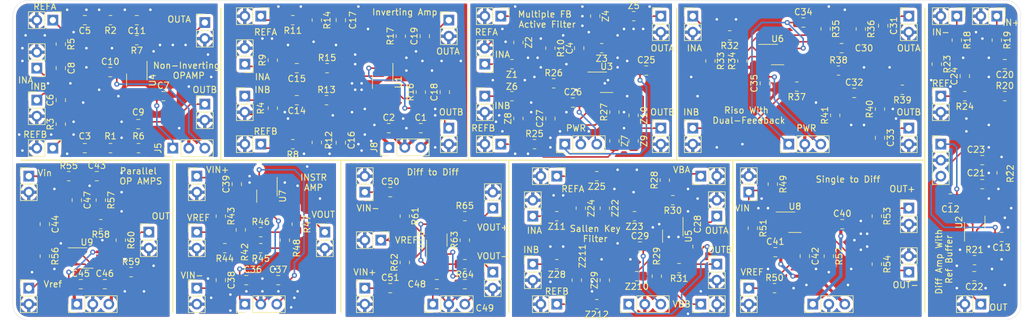
<source format=kicad_pcb>
(kicad_pcb (version 20171130) (host pcbnew "(5.1.10)-1")
  (layers (0 F.Cu signal) (31 B.Cu signal) (34 B.Paste user) (35 F.Paste user) (36 B.SilkS user) (37 F.SilkS user) (38 B.Mask user) (39 F.Mask user) (44 Edge.Cuts user))
  (net 0 "")
  (net 1 "Net-(C4-Pad1)")
  (net 2 -VDC)
  (net 3 GND)
  (net 4 +VDC)
  (net 5 "Net-(C3-Pad1)")
  (net 6 "Net-(C5-Pad1)")
  (net 7 /1_INB)
  (net 8 "Net-(C6-Pad1)")
  (net 9 /1_INA)
  (net 10 "Net-(C8-Pad1)")
  (net 11 "Net-(C9-Pad2)")
  (net 12 /1_OUTB)
  (net 13 "Net-(C11-Pad2)")
  (net 14 /1_OUTA)
  (net 15 /2_INB)
  (net 16 "Net-(C14-Pad1)")
  (net 17 /2_INA)
  (net 18 "Net-(C15-Pad1)")
  (net 19 "Net-(C16-Pad1)")
  (net 20 "Net-(C17-Pad1)")
  (net 21 "Net-(C18-Pad2)")
  (net 22 /2_OUTB)
  (net 23 "Net-(C19-Pad2)")
  (net 24 /2_OUTA)
  (net 25 "Net-(C20-Pad2)")
  (net 26 "Net-(C20-Pad1)")
  (net 27 /OUT)
  (net 28 "Net-(C22-Pad1)")
  (net 29 "Net-(C23-Pad2)")
  (net 30 "Net-(C24-Pad1)")
  (net 31 /1_REFB)
  (net 32 /1_REFA)
  (net 33 /2_REFB)
  (net 34 /2_REFA)
  (net 35 /IN-)
  (net 36 /IN+)
  (net 37 /VREF)
  (net 38 "Net-(U3-Pad6)")
  (net 39 "Net-(U3-Pad2)")
  (net 40 "Net-(C27-Pad1)")
  (net 41 /4_INA)
  (net 42 /4_INB)
  (net 43 /4_REFA)
  (net 44 /4_REFB)
  (net 45 /4_OUTA)
  (net 46 /4_OUTB)
  (net 47 "Net-(Z1-Pad1)")
  (net 48 "Net-(Z6-Pad1)")
  (net 49 /5_INA)
  (net 50 /5_REFA)
  (net 51 /5_VBA)
  (net 52 /5_OUTA)
  (net 53 "Net-(R28-Pad1)")
  (net 54 "Net-(R29-Pad1)")
  (net 55 "Net-(U5-Pad5)")
  (net 56 "Net-(U5-Pad3)")
  (net 57 "Net-(Z11-Pad1)")
  (net 58 "Net-(Z210-Pad2)")
  (net 59 "Net-(C30-Pad2)")
  (net 60 "Net-(C30-Pad1)")
  (net 61 /6_OUTA)
  (net 62 "Net-(C32-Pad2)")
  (net 63 "Net-(C32-Pad1)")
  (net 64 /6_OUTB)
  (net 65 /5_INB)
  (net 66 /5_REFB)
  (net 67 /5_VBB)
  (net 68 /5_OUTB)
  (net 69 /6_INA)
  (net 70 /6_INB)
  (net 71 "Net-(R32-Pad1)")
  (net 72 "Net-(R37-Pad1)")
  (net 73 /7_VIN-)
  (net 74 "Net-(C38-Pad1)")
  (net 75 /7_VIN+)
  (net 76 "Net-(C39-Pad1)")
  (net 77 /7_VREF)
  (net 78 /7_VOUT)
  (net 79 "Net-(R42-Pad2)")
  (net 80 "Net-(R45-Pad1)")
  (net 81 "Net-(R46-Pad2)")
  (net 82 "Net-(C42-Pad1)")
  (net 83 /8_VIN+)
  (net 84 /8_VREF)
  (net 85 /8_VOUT-)
  (net 86 /8_VOUT+)
  (net 87 "Net-(R51-Pad2)")
  (net 88 "Net-(R53-Pad2)")
  (net 89 "Net-(C43-Pad2)")
  (net 90 "Net-(C43-Pad1)")
  (net 91 "Net-(C44-Pad2)")
  (net 92 /9_VIN)
  (net 93 /9_VOUT)
  (net 94 /9_VREF)
  (net 95 "Net-(R58-Pad2)")
  (net 96 "Net-(R59-Pad1)")
  (net 97 "Net-(C50-Pad2)")
  (net 98 /10_VIN+)
  (net 99 "Net-(C51-Pad2)")
  (net 100 /10_VIN-)
  (net 101 /10_VREF)
  (net 102 /10_VOUT+)
  (net 103 /10_VOUT-)
  (net 104 "Net-(R63-Pad2)")
  (net 105 "Net-(R63-Pad1)")
  (module Resistor_SMD:R_0805_2012Metric_Pad1.20x1.40mm_HandSolder (layer F.Cu) (at 66.675 98.425 90)
    (fp_text reference R9 (at 0 -1.65 90) (layer F.SilkS))
    (fp_text value R_Small)
    (pad 2 smd roundrect (at 1 0 90) (size 1.2 1.4) (layers F.Cu F.Paste F.Mask) (roundrect_rratio 0.208333) (net 3 GND))
    (pad 1 smd roundrect (at -1 0 90) (size 1.2 1.4) (layers F.Cu F.Paste F.Mask) (roundrect_rratio 0.208333) (net 17 /2_INA))
  )
  (module Package_SO:VSSOP-8_3.0x3.0mm_P0.65mm (layer F.Cu) (at 92.71 127 90)
    (fp_text reference U10 (at 0 -2.5 90) (layer F.SilkS))
    (fp_text value OPA2333xxDGK)
    (pad 8 smd rect (at 2.2 -0.975) (size 0.45 1.45) (layers F.Cu F.Paste F.Mask) (net 4 +VDC))
    (pad 7 smd rect (at 2.2 -0.325) (size 0.45 1.45) (layers F.Cu F.Paste F.Mask) (net 102 /10_VOUT+))
    (pad 6 smd rect (at 2.2 0.325) (size 0.45 1.45) (layers F.Cu F.Paste F.Mask) (net 104 "Net-(R63-Pad2)"))
    (pad 5 smd rect (at 2.2 0.975) (size 0.45 1.45) (layers F.Cu F.Paste F.Mask) (net 97 "Net-(C50-Pad2)"))
    (pad 4 smd rect (at -2.2 0.975) (size 0.45 1.45) (layers F.Cu F.Paste F.Mask) (net 2 -VDC))
    (pad 3 smd rect (at -2.2 0.325) (size 0.45 1.45) (layers F.Cu F.Paste F.Mask) (net 99 "Net-(C51-Pad2)"))
    (pad 2 smd rect (at -2.2 -0.325) (size 0.45 1.45) (layers F.Cu F.Paste F.Mask) (net 105 "Net-(R63-Pad1)"))
    (pad 1 smd rect (at -2.2 -0.975) (size 0.45 1.45) (layers F.Cu F.Paste F.Mask) (net 103 /10_VOUT-))
  )
  (module Resistor_SMD:R_0805_2012Metric_Pad1.20x1.40mm_HandSolder (layer F.Cu) (at 97.155 123.19)
    (fp_text reference R65 (at 0 -1.65) (layer F.SilkS))
    (fp_text value R_Small)
    (pad 2 smd roundrect (at 1 0) (size 1.2 1.4) (layers F.Cu F.Paste F.Mask) (roundrect_rratio 0.208333) (net 102 /10_VOUT+))
    (pad 1 smd roundrect (at -1 0) (size 1.2 1.4) (layers F.Cu F.Paste F.Mask) (roundrect_rratio 0.208333) (net 104 "Net-(R63-Pad2)"))
  )
  (module Resistor_SMD:R_0805_2012Metric_Pad1.20x1.40mm_HandSolder (layer F.Cu) (at 97.155 130.81 180)
    (fp_text reference R64 (at 0 -1.65) (layer F.SilkS))
    (fp_text value R_Small)
    (pad 2 smd roundrect (at 1 0 180) (size 1.2 1.4) (layers F.Cu F.Paste F.Mask) (roundrect_rratio 0.208333) (net 105 "Net-(R63-Pad1)"))
    (pad 1 smd roundrect (at -1 0 180) (size 1.2 1.4) (layers F.Cu F.Paste F.Mask) (roundrect_rratio 0.208333) (net 103 /10_VOUT-))
  )
  (module Resistor_SMD:R_0805_2012Metric_Pad1.20x1.40mm_HandSolder (layer F.Cu) (at 97.155 127 90)
    (fp_text reference R63 (at 0 -1.65 90) (layer F.SilkS))
    (fp_text value R_Small)
    (pad 2 smd roundrect (at 1 0 90) (size 1.2 1.4) (layers F.Cu F.Paste F.Mask) (roundrect_rratio 0.208333) (net 104 "Net-(R63-Pad2)"))
    (pad 1 smd roundrect (at -1 0 90) (size 1.2 1.4) (layers F.Cu F.Paste F.Mask) (roundrect_rratio 0.208333) (net 105 "Net-(R63-Pad1)"))
  )
  (module Resistor_SMD:R_0805_2012Metric_Pad1.20x1.40mm_HandSolder (layer F.Cu) (at 87.63 130.54 90)
    (fp_text reference R62 (at 0 -1.65 90) (layer F.SilkS))
    (fp_text value R_Small)
    (pad 2 smd roundrect (at 1 0 90) (size 1.2 1.4) (layers F.Cu F.Paste F.Mask) (roundrect_rratio 0.208333) (net 101 /10_VREF))
    (pad 1 smd roundrect (at -1 0 90) (size 1.2 1.4) (layers F.Cu F.Paste F.Mask) (roundrect_rratio 0.208333) (net 99 "Net-(C51-Pad2)"))
  )
  (module Resistor_SMD:R_0805_2012Metric_Pad1.20x1.40mm_HandSolder (layer F.Cu) (at 87.63 123.19 270)
    (fp_text reference R61 (at 0 -1.65 90) (layer F.SilkS))
    (fp_text value R_Small)
    (pad 2 smd roundrect (at 1 0 270) (size 1.2 1.4) (layers F.Cu F.Paste F.Mask) (roundrect_rratio 0.208333) (net 101 /10_VREF))
    (pad 1 smd roundrect (at -1 0 270) (size 1.2 1.4) (layers F.Cu F.Paste F.Mask) (roundrect_rratio 0.208333) (net 97 "Net-(C50-Pad2)"))
  )
  (module Connector_PinHeader_2.54mm:PinHeader_1x02_P2.54mm_Vertical (layer F.Cu) (at 101.6 121.92 180)
    (fp_text reference J60 hide)
    (fp_text value Conn_01x02)
    (pad 2 thru_hole oval (at 0 2.54 180) (size 1.7 1.7) (drill 1) (layers *.Cu *.Mask) (net 3 GND))
    (pad 1 thru_hole rect (at 0 0 180) (size 1.7 1.7) (drill 1) (layers *.Cu *.Mask) (net 102 /10_VOUT+))
  )
  (module Connector_PinHeader_2.54mm:PinHeader_1x02_P2.54mm_Vertical (layer F.Cu) (at 101.6 132.08)
    (fp_text reference J59 hide)
    (fp_text value Conn_01x02)
    (pad 2 thru_hole oval (at 0 2.54) (size 1.7 1.7) (drill 1) (layers *.Cu *.Mask) (net 3 GND))
    (pad 1 thru_hole rect (at 0 0) (size 1.7 1.7) (drill 1) (layers *.Cu *.Mask) (net 103 /10_VOUT-))
  )
  (module Connector_PinHeader_2.54mm:PinHeader_1x03_P2.54mm_Vertical (layer F.Cu) (at 92.075 137.16 90)
    (fp_text reference J58 hide)
    (fp_text value Conn_01x03)
    (pad 3 thru_hole oval (at 0 5.08 90) (size 1.7 1.7) (drill 1) (layers *.Cu *.Mask) (net 2 -VDC))
    (pad 2 thru_hole oval (at 0 2.54 90) (size 1.7 1.7) (drill 1) (layers *.Cu *.Mask) (net 3 GND))
    (pad 1 thru_hole rect (at 0 0 90) (size 1.7 1.7) (drill 1) (layers *.Cu *.Mask) (net 4 +VDC))
  )
  (module Connector_PinHeader_2.54mm:PinHeader_1x02_P2.54mm_Vertical (layer F.Cu) (at 83.82 127 270)
    (fp_text reference J57 hide)
    (fp_text value Conn_01x02)
    (pad 2 thru_hole oval (at 0 2.54 270) (size 1.7 1.7) (drill 1) (layers *.Cu *.Mask) (net 3 GND))
    (pad 1 thru_hole rect (at 0 0 270) (size 1.7 1.7) (drill 1) (layers *.Cu *.Mask) (net 101 /10_VREF))
  )
  (module Connector_PinHeader_2.54mm:PinHeader_1x02_P2.54mm_Vertical (layer F.Cu) (at 81.28 134.62)
    (fp_text reference J56 hide)
    (fp_text value Conn_01x02)
    (pad 2 thru_hole oval (at 0 2.54) (size 1.7 1.7) (drill 1) (layers *.Cu *.Mask) (net 3 GND))
    (pad 1 thru_hole rect (at 0 0) (size 1.7 1.7) (drill 1) (layers *.Cu *.Mask) (net 98 /10_VIN+))
  )
  (module Connector_PinHeader_2.54mm:PinHeader_1x02_P2.54mm_Vertical (layer F.Cu) (at 81.28 119.38 180)
    (fp_text reference J55 hide)
    (fp_text value Conn_01x02)
    (pad 2 thru_hole oval (at 0 2.54 180) (size 1.7 1.7) (drill 1) (layers *.Cu *.Mask) (net 3 GND))
    (pad 1 thru_hole rect (at 0 0 180) (size 1.7 1.7) (drill 1) (layers *.Cu *.Mask) (net 100 /10_VIN-))
  )
  (module Capacitor_SMD:C_0805_2012Metric_Pad1.18x1.45mm_HandSolder (layer F.Cu) (at 85.3225 134.62)
    (fp_text reference C51 (at 0 -1.68) (layer F.SilkS))
    (fp_text value C)
    (pad 2 smd roundrect (at 1.0375 0) (size 1.175 1.45) (layers F.Cu F.Paste F.Mask) (roundrect_rratio 0.212766) (net 99 "Net-(C51-Pad2)"))
    (pad 1 smd roundrect (at -1.0375 0) (size 1.175 1.45) (layers F.Cu F.Paste F.Mask) (roundrect_rratio 0.212766) (net 98 /10_VIN+))
  )
  (module Capacitor_SMD:C_0805_2012Metric_Pad1.18x1.45mm_HandSolder (layer F.Cu) (at 85.3225 119.38)
    (fp_text reference C50 (at 0 -1.68) (layer F.SilkS))
    (fp_text value C)
    (pad 2 smd roundrect (at 1.0375 0) (size 1.175 1.45) (layers F.Cu F.Paste F.Mask) (roundrect_rratio 0.212766) (net 97 "Net-(C50-Pad2)"))
    (pad 1 smd roundrect (at -1.0375 0) (size 1.175 1.45) (layers F.Cu F.Paste F.Mask) (roundrect_rratio 0.212766) (net 100 /10_VIN-))
  )
  (module Capacitor_SMD:C_0805_2012Metric_Pad1.18x1.45mm_HandSolder (layer F.Cu) (at 97.155 133.985)
    (fp_text reference C49 (at 3.175 3.81) (layer F.SilkS))
    (fp_text value C)
    (pad 2 smd roundrect (at 1.0375 0) (size 1.175 1.45) (layers F.Cu F.Paste F.Mask) (roundrect_rratio 0.212766) (net 2 -VDC))
    (pad 1 smd roundrect (at -1.0375 0) (size 1.175 1.45) (layers F.Cu F.Paste F.Mask) (roundrect_rratio 0.212766) (net 3 GND))
  )
  (module Capacitor_SMD:C_0805_2012Metric_Pad1.18x1.45mm_HandSolder (layer F.Cu) (at 92.71 133.985)
    (fp_text reference C48 (at -3.175 0) (layer F.SilkS))
    (fp_text value C)
    (pad 2 smd roundrect (at 1.0375 0) (size 1.175 1.45) (layers F.Cu F.Paste F.Mask) (roundrect_rratio 0.212766) (net 3 GND))
    (pad 1 smd roundrect (at -1.0375 0) (size 1.175 1.45) (layers F.Cu F.Paste F.Mask) (roundrect_rratio 0.212766) (net 4 +VDC))
  )
  (module Package_SO:VSSOP-8_3.0x3.0mm_P0.65mm (layer F.Cu) (at 37.17 129.835)
    (fp_text reference U9 (at 0 -2.5) (layer F.SilkS))
    (fp_text value OPA2333xxDGK)
    (pad 8 smd rect (at 2.2 -0.975 270) (size 0.45 1.45) (layers F.Cu F.Paste F.Mask) (net 4 +VDC))
    (pad 7 smd rect (at 2.2 -0.325 270) (size 0.45 1.45) (layers F.Cu F.Paste F.Mask) (net 96 "Net-(R59-Pad1)"))
    (pad 6 smd rect (at 2.2 0.325 270) (size 0.45 1.45) (layers F.Cu F.Paste F.Mask) (net 96 "Net-(R59-Pad1)"))
    (pad 5 smd rect (at 2.2 0.975 270) (size 0.45 1.45) (layers F.Cu F.Paste F.Mask) (net 95 "Net-(R58-Pad2)"))
    (pad 4 smd rect (at -2.2 0.975 270) (size 0.45 1.45) (layers F.Cu F.Paste F.Mask) (net 2 -VDC))
    (pad 3 smd rect (at -2.2 0.325 270) (size 0.45 1.45) (layers F.Cu F.Paste F.Mask) (net 91 "Net-(C44-Pad2)"))
    (pad 2 smd rect (at -2.2 -0.325 270) (size 0.45 1.45) (layers F.Cu F.Paste F.Mask) (net 89 "Net-(C43-Pad2)"))
    (pad 1 smd rect (at -2.2 -0.975 270) (size 0.45 1.45) (layers F.Cu F.Paste F.Mask) (net 95 "Net-(R58-Pad2)"))
  )
  (module Resistor_SMD:R_0805_2012Metric_Pad1.20x1.40mm_HandSolder (layer F.Cu) (at 42.545 127 270)
    (fp_text reference R60 (at 0 -1.65 90) (layer F.SilkS))
    (fp_text value R_Small)
    (pad 2 smd roundrect (at 1 0 270) (size 1.2 1.4) (layers F.Cu F.Paste F.Mask) (roundrect_rratio 0.208333) (net 3 GND))
    (pad 1 smd roundrect (at -1 0 270) (size 1.2 1.4) (layers F.Cu F.Paste F.Mask) (roundrect_rratio 0.208333) (net 93 /9_VOUT))
  )
  (module Resistor_SMD:R_0805_2012Metric_Pad1.20x1.40mm_HandSolder (layer F.Cu) (at 44.18 132.08)
    (fp_text reference R59 (at 0 -1.65) (layer F.SilkS))
    (fp_text value R_Small)
    (pad 2 smd roundrect (at 1 0) (size 1.2 1.4) (layers F.Cu F.Paste F.Mask) (roundrect_rratio 0.208333) (net 93 /9_VOUT))
    (pad 1 smd roundrect (at -1 0) (size 1.2 1.4) (layers F.Cu F.Paste F.Mask) (roundrect_rratio 0.208333) (net 96 "Net-(R59-Pad1)"))
  )
  (module Resistor_SMD:R_0805_2012Metric_Pad1.20x1.40mm_HandSolder (layer F.Cu) (at 39.37 124.46 180)
    (fp_text reference R58 (at 0 -1.65) (layer F.SilkS))
    (fp_text value R_Small)
    (pad 2 smd roundrect (at 1 0 180) (size 1.2 1.4) (layers F.Cu F.Paste F.Mask) (roundrect_rratio 0.208333) (net 95 "Net-(R58-Pad2)"))
    (pad 1 smd roundrect (at -1 0 180) (size 1.2 1.4) (layers F.Cu F.Paste F.Mask) (roundrect_rratio 0.208333) (net 93 /9_VOUT))
  )
  (module Resistor_SMD:R_0805_2012Metric_Pad1.20x1.40mm_HandSolder (layer F.Cu) (at 39.37 120.65 270)
    (fp_text reference R57 (at 0 -1.65 90) (layer F.SilkS))
    (fp_text value R_Small)
    (pad 2 smd roundrect (at 1 0 270) (size 1.2 1.4) (layers F.Cu F.Paste F.Mask) (roundrect_rratio 0.208333) (net 93 /9_VOUT))
    (pad 1 smd roundrect (at -1 0 270) (size 1.2 1.4) (layers F.Cu F.Paste F.Mask) (roundrect_rratio 0.208333) (net 89 "Net-(C43-Pad2)"))
  )
  (module Resistor_SMD:R_0805_2012Metric_Pad1.20x1.40mm_HandSolder (layer F.Cu) (at 30.48 129.54 270)
    (fp_text reference R56 (at 0 -1.65 90) (layer F.SilkS))
    (fp_text value R_Small)
    (pad 2 smd roundrect (at 1 0 270) (size 1.2 1.4) (layers F.Cu F.Paste F.Mask) (roundrect_rratio 0.208333) (net 94 /9_VREF))
    (pad 1 smd roundrect (at -1 0 270) (size 1.2 1.4) (layers F.Cu F.Paste F.Mask) (roundrect_rratio 0.208333) (net 91 "Net-(C44-Pad2)"))
  )
  (module Resistor_SMD:R_0805_2012Metric_Pad1.20x1.40mm_HandSolder (layer F.Cu) (at 34.29 116.84)
    (fp_text reference R55 (at 0 -1.65) (layer F.SilkS))
    (fp_text value R_Small)
    (pad 2 smd roundrect (at 1 0) (size 1.2 1.4) (layers F.Cu F.Paste F.Mask) (roundrect_rratio 0.208333) (net 90 "Net-(C43-Pad1)"))
    (pad 1 smd roundrect (at -1 0) (size 1.2 1.4) (layers F.Cu F.Paste F.Mask) (roundrect_rratio 0.208333) (net 3 GND))
  )
  (module Connector_PinHeader_2.54mm:PinHeader_1x02_P2.54mm_Vertical (layer F.Cu) (at 46.99 125.73)
    (fp_text reference J54 hide)
    (fp_text value Conn_01x02)
    (pad 2 thru_hole oval (at 0 2.54) (size 1.7 1.7) (drill 1) (layers *.Cu *.Mask) (net 3 GND))
    (pad 1 thru_hole rect (at 0 0) (size 1.7 1.7) (drill 1) (layers *.Cu *.Mask) (net 93 /9_VOUT))
  )
  (module Connector_PinHeader_2.54mm:PinHeader_1x03_P2.54mm_Vertical (layer F.Cu) (at 35.56 137.16 90)
    (fp_text reference J53 hide)
    (fp_text value Conn_01x03)
    (pad 3 thru_hole oval (at 0 5.08 90) (size 1.7 1.7) (drill 1) (layers *.Cu *.Mask) (net 2 -VDC))
    (pad 2 thru_hole oval (at 0 2.54 90) (size 1.7 1.7) (drill 1) (layers *.Cu *.Mask) (net 3 GND))
    (pad 1 thru_hole rect (at 0 0 90) (size 1.7 1.7) (drill 1) (layers *.Cu *.Mask) (net 4 +VDC))
  )
  (module Connector_PinHeader_2.54mm:PinHeader_1x02_P2.54mm_Vertical (layer F.Cu) (at 27.94 134.62)
    (fp_text reference J52 hide)
    (fp_text value Conn_01x02)
    (pad 2 thru_hole oval (at 0 2.54) (size 1.7 1.7) (drill 1) (layers *.Cu *.Mask) (net 3 GND))
    (pad 1 thru_hole rect (at 0 0) (size 1.7 1.7) (drill 1) (layers *.Cu *.Mask) (net 94 /9_VREF))
  )
  (module Connector_PinHeader_2.54mm:PinHeader_1x02_P2.54mm_Vertical (layer F.Cu) (at 27.94 116.84)
    (fp_text reference J51 hide)
    (fp_text value Conn_01x02)
    (pad 2 thru_hole oval (at 0 2.54) (size 1.7 1.7) (drill 1) (layers *.Cu *.Mask) (net 3 GND))
    (pad 1 thru_hole rect (at 0 0) (size 1.7 1.7) (drill 1) (layers *.Cu *.Mask) (net 92 /9_VIN))
  )
  (module Capacitor_SMD:C_0805_2012Metric_Pad1.18x1.45mm_HandSolder (layer F.Cu) (at 35.56 120.65 270)
    (fp_text reference C47 (at 0 -1.68 90) (layer F.SilkS))
    (fp_text value C)
    (pad 2 smd roundrect (at 1.0375 0 270) (size 1.175 1.45) (layers F.Cu F.Paste F.Mask) (roundrect_rratio 0.212766) (net 93 /9_VOUT))
    (pad 1 smd roundrect (at -1.0375 0 270) (size 1.175 1.45) (layers F.Cu F.Paste F.Mask) (roundrect_rratio 0.212766) (net 89 "Net-(C43-Pad2)"))
  )
  (module Capacitor_SMD:C_0805_2012Metric_Pad1.18x1.45mm_HandSolder (layer F.Cu) (at 40.005 133.985)
    (fp_text reference C46 (at 0 -1.68) (layer F.SilkS))
    (fp_text value C)
    (pad 2 smd roundrect (at 1.0375 0) (size 1.175 1.45) (layers F.Cu F.Paste F.Mask) (roundrect_rratio 0.212766) (net 2 -VDC))
    (pad 1 smd roundrect (at -1.0375 0) (size 1.175 1.45) (layers F.Cu F.Paste F.Mask) (roundrect_rratio 0.212766) (net 3 GND))
  )
  (module Capacitor_SMD:C_0805_2012Metric_Pad1.18x1.45mm_HandSolder (layer F.Cu) (at 36.195 133.985)
    (fp_text reference C45 (at 0 -1.68) (layer F.SilkS))
    (fp_text value C)
    (pad 2 smd roundrect (at 1.0375 0) (size 1.175 1.45) (layers F.Cu F.Paste F.Mask) (roundrect_rratio 0.212766) (net 3 GND))
    (pad 1 smd roundrect (at -1.0375 0) (size 1.175 1.45) (layers F.Cu F.Paste F.Mask) (roundrect_rratio 0.212766) (net 4 +VDC))
  )
  (module Capacitor_SMD:C_0805_2012Metric_Pad1.18x1.45mm_HandSolder (layer F.Cu) (at 30.48 124.46 270)
    (fp_text reference C44 (at 0 -1.68 90) (layer F.SilkS))
    (fp_text value C)
    (pad 2 smd roundrect (at 1.0375 0 270) (size 1.175 1.45) (layers F.Cu F.Paste F.Mask) (roundrect_rratio 0.212766) (net 91 "Net-(C44-Pad2)"))
    (pad 1 smd roundrect (at -1.0375 0 270) (size 1.175 1.45) (layers F.Cu F.Paste F.Mask) (roundrect_rratio 0.212766) (net 92 /9_VIN))
  )
  (module Capacitor_SMD:C_0805_2012Metric_Pad1.18x1.45mm_HandSolder (layer F.Cu) (at 38.735 116.84)
    (fp_text reference C43 (at 0 -1.68) (layer F.SilkS))
    (fp_text value C)
    (pad 2 smd roundrect (at 1.0375 0) (size 1.175 1.45) (layers F.Cu F.Paste F.Mask) (roundrect_rratio 0.212766) (net 89 "Net-(C43-Pad2)"))
    (pad 1 smd roundrect (at -1.0375 0) (size 1.175 1.45) (layers F.Cu F.Paste F.Mask) (roundrect_rratio 0.212766) (net 90 "Net-(C43-Pad1)"))
  )
  (module Package_SO:VSSOP-8_3.0x3.0mm_P0.65mm (layer F.Cu) (at 149.565 124.15)
    (fp_text reference U8 (at 0 -2.5) (layer F.SilkS))
    (fp_text value OPA2333xxDGK)
    (pad 8 smd rect (at 2.2 -0.975 270) (size 0.45 1.45) (layers F.Cu F.Paste F.Mask) (net 4 +VDC))
    (pad 7 smd rect (at 2.2 -0.325 270) (size 0.45 1.45) (layers F.Cu F.Paste F.Mask) (net 85 /8_VOUT-))
    (pad 6 smd rect (at 2.2 0.325 270) (size 0.45 1.45) (layers F.Cu F.Paste F.Mask) (net 88 "Net-(R53-Pad2)"))
    (pad 5 smd rect (at 2.2 0.975 270) (size 0.45 1.45) (layers F.Cu F.Paste F.Mask) (net 82 "Net-(C42-Pad1)"))
    (pad 4 smd rect (at -2.2 0.975 270) (size 0.45 1.45) (layers F.Cu F.Paste F.Mask) (net 2 -VDC))
    (pad 3 smd rect (at -2.2 0.325 270) (size 0.45 1.45) (layers F.Cu F.Paste F.Mask) (net 87 "Net-(R51-Pad2)"))
    (pad 2 smd rect (at -2.2 -0.325 270) (size 0.45 1.45) (layers F.Cu F.Paste F.Mask) (net 86 /8_VOUT+))
    (pad 1 smd rect (at -2.2 -0.975 270) (size 0.45 1.45) (layers F.Cu F.Paste F.Mask) (net 86 /8_VOUT+))
  )
  (module Resistor_SMD:R_0805_2012Metric_Pad1.20x1.40mm_HandSolder (layer F.Cu) (at 162.56 130.81 270)
    (fp_text reference R54 (at 0 -1.65 90) (layer F.SilkS))
    (fp_text value R_Small)
    (pad 2 smd roundrect (at 1 0 270) (size 1.2 1.4) (layers F.Cu F.Paste F.Mask) (roundrect_rratio 0.208333) (net 85 /8_VOUT-))
    (pad 1 smd roundrect (at -1 0 270) (size 1.2 1.4) (layers F.Cu F.Paste F.Mask) (roundrect_rratio 0.208333) (net 88 "Net-(R53-Pad2)"))
  )
  (module Resistor_SMD:R_0805_2012Metric_Pad1.20x1.40mm_HandSolder (layer F.Cu) (at 162.56 123.19 270)
    (fp_text reference R53 (at 0 -1.65 90) (layer F.SilkS))
    (fp_text value R_Small)
    (pad 2 smd roundrect (at 1 0 270) (size 1.2 1.4) (layers F.Cu F.Paste F.Mask) (roundrect_rratio 0.208333) (net 88 "Net-(R53-Pad2)"))
    (pad 1 smd roundrect (at -1 0 270) (size 1.2 1.4) (layers F.Cu F.Paste F.Mask) (roundrect_rratio 0.208333) (net 86 /8_VOUT+))
  )
  (module Resistor_SMD:R_0805_2012Metric_Pad1.20x1.40mm_HandSolder (layer F.Cu) (at 154.94 129.54 270)
    (fp_text reference R52 (at 0 -1.65 90) (layer F.SilkS))
    (fp_text value R_Small)
    (pad 2 smd roundrect (at 1 0 270) (size 1.2 1.4) (layers F.Cu F.Paste F.Mask) (roundrect_rratio 0.208333) (net 3 GND))
    (pad 1 smd roundrect (at -1 0 270) (size 1.2 1.4) (layers F.Cu F.Paste F.Mask) (roundrect_rratio 0.208333) (net 82 "Net-(C42-Pad1)"))
  )
  (module Resistor_SMD:R_0805_2012Metric_Pad1.20x1.40mm_HandSolder (layer F.Cu) (at 142.875 125.095 270)
    (fp_text reference R51 (at 0 -1.65 90) (layer F.SilkS))
    (fp_text value R_Small)
    (pad 2 smd roundrect (at 1 0 270) (size 1.2 1.4) (layers F.Cu F.Paste F.Mask) (roundrect_rratio 0.208333) (net 87 "Net-(R51-Pad2)"))
    (pad 1 smd roundrect (at -1 0 270) (size 1.2 1.4) (layers F.Cu F.Paste F.Mask) (roundrect_rratio 0.208333) (net 83 /8_VIN+))
  )
  (module Resistor_SMD:R_0805_2012Metric_Pad1.20x1.40mm_HandSolder (layer F.Cu) (at 146.32 134.62)
    (fp_text reference R50 (at 0 -1.65) (layer F.SilkS))
    (fp_text value R_Small)
    (pad 2 smd roundrect (at 1 0) (size 1.2 1.4) (layers F.Cu F.Paste F.Mask) (roundrect_rratio 0.208333) (net 82 "Net-(C42-Pad1)"))
    (pad 1 smd roundrect (at -1 0) (size 1.2 1.4) (layers F.Cu F.Paste F.Mask) (roundrect_rratio 0.208333) (net 84 /8_VREF))
  )
  (module Resistor_SMD:R_0805_2012Metric_Pad1.20x1.40mm_HandSolder (layer F.Cu) (at 146.05 118.11 270)
    (fp_text reference R49 (at 0 -1.65 90) (layer F.SilkS))
    (fp_text value R_Small)
    (pad 2 smd roundrect (at 1 0 270) (size 1.2 1.4) (layers F.Cu F.Paste F.Mask) (roundrect_rratio 0.208333) (net 83 /8_VIN+))
    (pad 1 smd roundrect (at -1 0 270) (size 1.2 1.4) (layers F.Cu F.Paste F.Mask) (roundrect_rratio 0.208333) (net 3 GND))
  )
  (module Connector_PinHeader_2.54mm:PinHeader_1x02_P2.54mm_Vertical (layer F.Cu) (at 167.64 121.92)
    (fp_text reference J50 hide)
    (fp_text value Conn_01x02)
    (pad 2 thru_hole oval (at 0 2.54) (size 1.7 1.7) (drill 1) (layers *.Cu *.Mask) (net 3 GND))
    (pad 1 thru_hole rect (at 0 0) (size 1.7 1.7) (drill 1) (layers *.Cu *.Mask) (net 86 /8_VOUT+))
  )
  (module Connector_PinHeader_2.54mm:PinHeader_1x02_P2.54mm_Vertical (layer F.Cu) (at 167.64 132.08 180)
    (fp_text reference J49 hide)
    (fp_text value Conn_01x02)
    (pad 2 thru_hole oval (at 0 2.54 180) (size 1.7 1.7) (drill 1) (layers *.Cu *.Mask) (net 3 GND))
    (pad 1 thru_hole rect (at 0 0 180) (size 1.7 1.7) (drill 1) (layers *.Cu *.Mask) (net 85 /8_VOUT-))
  )
  (module Connector_PinHeader_2.54mm:PinHeader_1x03_P2.54mm_Vertical (layer F.Cu) (at 152.4 137.16 90)
    (fp_text reference J48 hide)
    (fp_text value Conn_01x03)
    (pad 3 thru_hole oval (at 0 5.08 90) (size 1.7 1.7) (drill 1) (layers *.Cu *.Mask) (net 2 -VDC))
    (pad 2 thru_hole oval (at 0 2.54 90) (size 1.7 1.7) (drill 1) (layers *.Cu *.Mask) (net 3 GND))
    (pad 1 thru_hole rect (at 0 0 90) (size 1.7 1.7) (drill 1) (layers *.Cu *.Mask) (net 4 +VDC))
  )
  (module Connector_PinHeader_2.54mm:PinHeader_1x02_P2.54mm_Vertical (layer F.Cu) (at 142.24 134.62)
    (fp_text reference J47 hide)
    (fp_text value Conn_01x02)
    (pad 2 thru_hole oval (at 0 2.54) (size 1.7 1.7) (drill 1) (layers *.Cu *.Mask) (net 3 GND))
    (pad 1 thru_hole rect (at 0 0) (size 1.7 1.7) (drill 1) (layers *.Cu *.Mask) (net 84 /8_VREF))
  )
  (module Connector_PinHeader_2.54mm:PinHeader_1x02_P2.54mm_Vertical (layer F.Cu) (at 142.24 119.38 180)
    (fp_text reference J46 hide)
    (fp_text value Conn_01x02)
    (pad 2 thru_hole oval (at 0 2.54 180) (size 1.7 1.7) (drill 1) (layers *.Cu *.Mask) (net 3 GND))
    (pad 1 thru_hole rect (at 0 0 180) (size 1.7 1.7) (drill 1) (layers *.Cu *.Mask) (net 83 /8_VIN+))
  )
  (module Capacitor_SMD:C_0805_2012Metric_Pad1.18x1.45mm_HandSolder (layer F.Cu) (at 151.13 129.54 270)
    (fp_text reference C42 (at 0 -1.68 90) (layer F.SilkS))
    (fp_text value C)
    (pad 2 smd roundrect (at 1.0375 0 270) (size 1.175 1.45) (layers F.Cu F.Paste F.Mask) (roundrect_rratio 0.212766) (net 3 GND))
    (pad 1 smd roundrect (at -1.0375 0 270) (size 1.175 1.45) (layers F.Cu F.Paste F.Mask) (roundrect_rratio 0.212766) (net 82 "Net-(C42-Pad1)"))
  )
  (module Capacitor_SMD:C_0805_2012Metric_Pad1.18x1.45mm_HandSolder (layer F.Cu) (at 146.4525 128.905)
    (fp_text reference C41 (at 0 -1.68) (layer F.SilkS))
    (fp_text value C)
    (pad 2 smd roundrect (at 1.0375 0) (size 1.175 1.45) (layers F.Cu F.Paste F.Mask) (roundrect_rratio 0.212766) (net 2 -VDC))
    (pad 1 smd roundrect (at -1.0375 0) (size 1.175 1.45) (layers F.Cu F.Paste F.Mask) (roundrect_rratio 0.212766) (net 3 GND))
  )
  (module Capacitor_SMD:C_0805_2012Metric_Pad1.18x1.45mm_HandSolder (layer F.Cu) (at 157.0775 124.46)
    (fp_text reference C40 (at 0 -1.68) (layer F.SilkS))
    (fp_text value C)
    (pad 2 smd roundrect (at 1.0375 0) (size 1.175 1.45) (layers F.Cu F.Paste F.Mask) (roundrect_rratio 0.212766) (net 3 GND))
    (pad 1 smd roundrect (at -1.0375 0) (size 1.175 1.45) (layers F.Cu F.Paste F.Mask) (roundrect_rratio 0.212766) (net 4 +VDC))
  )
  (module Package_SO:VSSOP-8_3.0x3.0mm_P0.65mm (layer F.Cu) (at 65.745 120.015 270)
    (fp_text reference U7 (at 0 -2.5 90) (layer F.SilkS))
    (fp_text value OPA2333xxDGK)
    (pad 8 smd rect (at 2.2 -0.975 180) (size 0.45 1.45) (layers F.Cu F.Paste F.Mask) (net 4 +VDC))
    (pad 7 smd rect (at 2.2 -0.325 180) (size 0.45 1.45) (layers F.Cu F.Paste F.Mask) (net 81 "Net-(R46-Pad2)"))
    (pad 6 smd rect (at 2.2 0.325 180) (size 0.45 1.45) (layers F.Cu F.Paste F.Mask) (net 79 "Net-(R42-Pad2)"))
    (pad 5 smd rect (at 2.2 0.975 180) (size 0.45 1.45) (layers F.Cu F.Paste F.Mask) (net 74 "Net-(C38-Pad1)"))
    (pad 4 smd rect (at -2.2 0.975 180) (size 0.45 1.45) (layers F.Cu F.Paste F.Mask) (net 2 -VDC))
    (pad 3 smd rect (at -2.2 0.325 180) (size 0.45 1.45) (layers F.Cu F.Paste F.Mask) (net 76 "Net-(C39-Pad1)"))
    (pad 2 smd rect (at -2.2 -0.325 180) (size 0.45 1.45) (layers F.Cu F.Paste F.Mask) (net 80 "Net-(R45-Pad1)"))
    (pad 1 smd rect (at -2.2 -0.975 180) (size 0.45 1.45) (layers F.Cu F.Paste F.Mask) (net 78 /7_VOUT))
  )
  (module Resistor_SMD:R_0805_2012Metric_Pad1.20x1.40mm_HandSolder (layer F.Cu) (at 68.58 127 90)
    (fp_text reference R48 (at -1.27 1.905 90) (layer F.SilkS))
    (fp_text value R_Small)
    (pad 2 smd roundrect (at 1 0 90) (size 1.2 1.4) (layers F.Cu F.Paste F.Mask) (roundrect_rratio 0.208333) (net 81 "Net-(R46-Pad2)"))
    (pad 1 smd roundrect (at -1 0 90) (size 1.2 1.4) (layers F.Cu F.Paste F.Mask) (roundrect_rratio 0.208333) (net 80 "Net-(R45-Pad1)"))
  )
  (module Resistor_SMD:R_0805_2012Metric_Pad1.20x1.40mm_HandSolder (layer F.Cu) (at 70.485 124.46 270)
    (fp_text reference R47 (at 0 -1.65 90) (layer F.SilkS))
    (fp_text value R_Small)
    (pad 2 smd roundrect (at 1 0 270) (size 1.2 1.4) (layers F.Cu F.Paste F.Mask) (roundrect_rratio 0.208333) (net 80 "Net-(R45-Pad1)"))
    (pad 1 smd roundrect (at -1 0 270) (size 1.2 1.4) (layers F.Cu F.Paste F.Mask) (roundrect_rratio 0.208333) (net 78 /7_VOUT))
  )
  (module Resistor_SMD:R_0805_2012Metric_Pad1.20x1.40mm_HandSolder (layer F.Cu) (at 64.77 125.73)
    (fp_text reference R46 (at 0 -1.65) (layer F.SilkS))
    (fp_text value R_Small)
    (pad 2 smd roundrect (at 1 0) (size 1.2 1.4) (layers F.Cu F.Paste F.Mask) (roundrect_rratio 0.208333) (net 81 "Net-(R46-Pad2)"))
    (pad 1 smd roundrect (at -1 0) (size 1.2 1.4) (layers F.Cu F.Paste F.Mask) (roundrect_rratio 0.208333) (net 79 "Net-(R42-Pad2)"))
  )
  (module Resistor_SMD:R_0805_2012Metric_Pad1.20x1.40mm_HandSolder (layer F.Cu) (at 64.77 128.27 180)
    (fp_text reference R45 (at 0 -1.65) (layer F.SilkS))
    (fp_text value R_Small)
    (pad 2 smd roundrect (at 1 0 180) (size 1.2 1.4) (layers F.Cu F.Paste F.Mask) (roundrect_rratio 0.208333) (net 79 "Net-(R42-Pad2)"))
    (pad 1 smd roundrect (at -1 0 180) (size 1.2 1.4) (layers F.Cu F.Paste F.Mask) (roundrect_rratio 0.208333) (net 80 "Net-(R45-Pad1)"))
  )
  (module Resistor_SMD:R_0805_2012Metric_Pad1.20x1.40mm_HandSolder (layer F.Cu) (at 59.055 128.27 180)
    (fp_text reference R44 (at 0 -1.65) (layer F.SilkS))
    (fp_text value R_Small)
    (pad 2 smd roundrect (at 1 0 180) (size 1.2 1.4) (layers F.Cu F.Paste F.Mask) (roundrect_rratio 0.208333) (net 77 /7_VREF))
    (pad 1 smd roundrect (at -1 0 180) (size 1.2 1.4) (layers F.Cu F.Paste F.Mask) (roundrect_rratio 0.208333) (net 74 "Net-(C38-Pad1)"))
  )
  (module Resistor_SMD:R_0805_2012Metric_Pad1.20x1.40mm_HandSolder (layer F.Cu) (at 58.42 123.19 270)
    (fp_text reference R43 (at 0 -1.65 90) (layer F.SilkS))
    (fp_text value R_Small)
    (pad 2 smd roundrect (at 1 0 270) (size 1.2 1.4) (layers F.Cu F.Paste F.Mask) (roundrect_rratio 0.208333) (net 77 /7_VREF))
    (pad 1 smd roundrect (at -1 0 270) (size 1.2 1.4) (layers F.Cu F.Paste F.Mask) (roundrect_rratio 0.208333) (net 76 "Net-(C39-Pad1)"))
  )
  (module Resistor_SMD:R_0805_2012Metric_Pad1.20x1.40mm_HandSolder (layer F.Cu) (at 61.595 125.365 270)
    (fp_text reference R42 (at 3.54 -0.635 90) (layer F.SilkS))
    (fp_text value R_Small)
    (pad 2 smd roundrect (at 1 0 270) (size 1.2 1.4) (layers F.Cu F.Paste F.Mask) (roundrect_rratio 0.208333) (net 79 "Net-(R42-Pad2)"))
    (pad 1 smd roundrect (at -1 0 270) (size 1.2 1.4) (layers F.Cu F.Paste F.Mask) (roundrect_rratio 0.208333) (net 77 /7_VREF))
  )
  (module Connector_PinHeader_2.54mm:PinHeader_1x02_P2.54mm_Vertical (layer F.Cu) (at 74.93 125.73)
    (fp_text reference J45 hide)
    (fp_text value Conn_01x02)
    (pad 2 thru_hole oval (at 0 2.54) (size 1.7 1.7) (drill 1) (layers *.Cu *.Mask) (net 3 GND))
    (pad 1 thru_hole rect (at 0 0) (size 1.7 1.7) (drill 1) (layers *.Cu *.Mask) (net 78 /7_VOUT))
  )
  (module Connector_PinHeader_2.54mm:PinHeader_1x03_P2.54mm_Vertical (layer F.Cu) (at 62.23 137.16 90)
    (fp_text reference J44 hide)
    (fp_text value Conn_01x03)
    (pad 3 thru_hole oval (at 0 5.08 90) (size 1.7 1.7) (drill 1) (layers *.Cu *.Mask) (net 2 -VDC))
    (pad 2 thru_hole oval (at 0 2.54 90) (size 1.7 1.7) (drill 1) (layers *.Cu *.Mask) (net 3 GND))
    (pad 1 thru_hole rect (at 0 0 90) (size 1.7 1.7) (drill 1) (layers *.Cu *.Mask) (net 4 +VDC))
  )
  (module Connector_PinHeader_2.54mm:PinHeader_1x02_P2.54mm_Vertical (layer F.Cu) (at 54.61 116.84)
    (fp_text reference J43 hide)
    (fp_text value Conn_01x02)
    (pad 2 thru_hole oval (at 0 2.54) (size 1.7 1.7) (drill 1) (layers *.Cu *.Mask) (net 3 GND))
    (pad 1 thru_hole rect (at 0 0) (size 1.7 1.7) (drill 1) (layers *.Cu *.Mask) (net 75 /7_VIN+))
  )
  (module Connector_PinHeader_2.54mm:PinHeader_1x02_P2.54mm_Vertical (layer F.Cu) (at 54.61 125.73)
    (fp_text reference J42 hide)
    (fp_text value Conn_01x02)
    (pad 2 thru_hole oval (at 0 2.54) (size 1.7 1.7) (drill 1) (layers *.Cu *.Mask) (net 3 GND))
    (pad 1 thru_hole rect (at 0 0) (size 1.7 1.7) (drill 1) (layers *.Cu *.Mask) (net 77 /7_VREF))
  )
  (module Connector_PinHeader_2.54mm:PinHeader_1x02_P2.54mm_Vertical (layer F.Cu) (at 54.61 134.62)
    (fp_text reference J41 hide)
    (fp_text value Conn_01x02)
    (pad 2 thru_hole oval (at 0 2.54) (size 1.7 1.7) (drill 1) (layers *.Cu *.Mask) (net 3 GND))
    (pad 1 thru_hole rect (at 0 0) (size 1.7 1.7) (drill 1) (layers *.Cu *.Mask) (net 73 /7_VIN-))
  )
  (module Capacitor_SMD:C_0805_2012Metric_Pad1.18x1.45mm_HandSolder (layer F.Cu) (at 60.96 118.11 90)
    (fp_text reference C39 (at 0 -1.68 90) (layer F.SilkS))
    (fp_text value C)
    (pad 2 smd roundrect (at 1.0375 0 90) (size 1.175 1.45) (layers F.Cu F.Paste F.Mask) (roundrect_rratio 0.212766) (net 75 /7_VIN+))
    (pad 1 smd roundrect (at -1.0375 0 90) (size 1.175 1.45) (layers F.Cu F.Paste F.Mask) (roundrect_rratio 0.212766) (net 76 "Net-(C39-Pad1)"))
  )
  (module Capacitor_SMD:C_0805_2012Metric_Pad1.18x1.45mm_HandSolder (layer F.Cu) (at 58.42 133.35 270)
    (fp_text reference C38 (at 0 -1.68 90) (layer F.SilkS))
    (fp_text value C)
    (pad 2 smd roundrect (at 1.0375 0 270) (size 1.175 1.45) (layers F.Cu F.Paste F.Mask) (roundrect_rratio 0.212766) (net 73 /7_VIN-))
    (pad 1 smd roundrect (at -1.0375 0 270) (size 1.175 1.45) (layers F.Cu F.Paste F.Mask) (roundrect_rratio 0.212766) (net 74 "Net-(C38-Pad1)"))
  )
  (module Capacitor_SMD:C_0805_2012Metric_Pad1.18x1.45mm_HandSolder (layer F.Cu) (at 67.5425 133.35)
    (fp_text reference C37 (at 0 -1.68) (layer F.SilkS))
    (fp_text value C)
    (pad 2 smd roundrect (at 1.0375 0) (size 1.175 1.45) (layers F.Cu F.Paste F.Mask) (roundrect_rratio 0.212766) (net 2 -VDC))
    (pad 1 smd roundrect (at -1.0375 0) (size 1.175 1.45) (layers F.Cu F.Paste F.Mask) (roundrect_rratio 0.212766) (net 3 GND))
  )
  (module Capacitor_SMD:C_0805_2012Metric_Pad1.18x1.45mm_HandSolder (layer F.Cu) (at 62.4625 133.35)
    (fp_text reference C36 (at 1.0375 -1.68) (layer F.SilkS))
    (fp_text value C)
    (pad 2 smd roundrect (at 1.0375 0) (size 1.175 1.45) (layers F.Cu F.Paste F.Mask) (roundrect_rratio 0.212766) (net 3 GND))
    (pad 1 smd roundrect (at -1.0375 0) (size 1.175 1.45) (layers F.Cu F.Paste F.Mask) (roundrect_rratio 0.212766) (net 4 +VDC))
  )
  (module Package_SO:VSSOP-8_3.0x3.0mm_P0.65mm (layer F.Cu) (at 146.812 97.536)
    (fp_text reference U6 (at 0 -2.5) (layer F.SilkS))
    (fp_text value OPA2333xxDGK)
    (pad 8 smd rect (at 2.2 -0.975 270) (size 0.45 1.45) (layers F.Cu F.Paste F.Mask) (net 4 +VDC))
    (pad 7 smd rect (at 2.2 -0.325 270) (size 0.45 1.45) (layers F.Cu F.Paste F.Mask) (net 63 "Net-(C32-Pad1)"))
    (pad 6 smd rect (at 2.2 0.325 270) (size 0.45 1.45) (layers F.Cu F.Paste F.Mask) (net 62 "Net-(C32-Pad2)"))
    (pad 5 smd rect (at 2.2 0.975 270) (size 0.45 1.45) (layers F.Cu F.Paste F.Mask) (net 72 "Net-(R37-Pad1)"))
    (pad 4 smd rect (at -2.2 0.975 270) (size 0.45 1.45) (layers F.Cu F.Paste F.Mask) (net 2 -VDC))
    (pad 3 smd rect (at -2.2 0.325 270) (size 0.45 1.45) (layers F.Cu F.Paste F.Mask) (net 71 "Net-(R32-Pad1)"))
    (pad 2 smd rect (at -2.2 -0.325 270) (size 0.45 1.45) (layers F.Cu F.Paste F.Mask) (net 59 "Net-(C30-Pad2)"))
    (pad 1 smd rect (at -2.2 -0.975 270) (size 0.45 1.45) (layers F.Cu F.Paste F.Mask) (net 60 "Net-(C30-Pad1)"))
  )
  (module Resistor_SMD:R_0805_2012Metric_Pad1.20x1.40mm_HandSolder (layer F.Cu) (at 155.956 107.188 90)
    (fp_text reference R41 (at 0 -1.65 90) (layer F.SilkS))
    (fp_text value R_Small)
    (pad 2 smd roundrect (at 1 0 90) (size 1.2 1.4) (layers F.Cu F.Paste F.Mask) (roundrect_rratio 0.208333) (net 63 "Net-(C32-Pad1)"))
    (pad 1 smd roundrect (at -1 0 90) (size 1.2 1.4) (layers F.Cu F.Paste F.Mask) (roundrect_rratio 0.208333) (net 64 /6_OUTB))
  )
  (module Resistor_SMD:R_0805_2012Metric_Pad1.20x1.40mm_HandSolder (layer F.Cu) (at 163.068 106.188 90)
    (fp_text reference R40 (at 0 -1.65 90) (layer F.SilkS))
    (fp_text value R_Small)
    (pad 2 smd roundrect (at 1 0 90) (size 1.2 1.4) (layers F.Cu F.Paste F.Mask) (roundrect_rratio 0.208333) (net 62 "Net-(C32-Pad2)"))
    (pad 1 smd roundrect (at -1 0 90) (size 1.2 1.4) (layers F.Cu F.Paste F.Mask) (roundrect_rratio 0.208333) (net 64 /6_OUTB))
  )
  (module Resistor_SMD:R_0805_2012Metric_Pad1.20x1.40mm_HandSolder (layer F.Cu) (at 166.624 103.124 180)
    (fp_text reference R39 (at 0 -1.65) (layer F.SilkS))
    (fp_text value R_Small)
    (pad 2 smd roundrect (at 1 0 180) (size 1.2 1.4) (layers F.Cu F.Paste F.Mask) (roundrect_rratio 0.208333) (net 62 "Net-(C32-Pad2)"))
    (pad 1 smd roundrect (at -1 0 180) (size 1.2 1.4) (layers F.Cu F.Paste F.Mask) (roundrect_rratio 0.208333) (net 3 GND))
  )
  (module Resistor_SMD:R_0805_2012Metric_Pad1.20x1.40mm_HandSolder (layer F.Cu) (at 156.48 100.076)
    (fp_text reference R38 (at 0 -1.65) (layer F.SilkS))
    (fp_text value R_Small)
    (pad 2 smd roundrect (at 1 0) (size 1.2 1.4) (layers F.Cu F.Paste F.Mask) (roundrect_rratio 0.208333) (net 3 GND))
    (pad 1 smd roundrect (at -1 0) (size 1.2 1.4) (layers F.Cu F.Paste F.Mask) (roundrect_rratio 0.208333) (net 72 "Net-(R37-Pad1)"))
  )
  (module Resistor_SMD:R_0805_2012Metric_Pad1.20x1.40mm_HandSolder (layer F.Cu) (at 149.86 102.616 180)
    (fp_text reference R37 (at 0 -1.65) (layer F.SilkS))
    (fp_text value R_Small)
    (pad 2 smd roundrect (at 1 0 180) (size 1.2 1.4) (layers F.Cu F.Paste F.Mask) (roundrect_rratio 0.208333) (net 70 /6_INB))
    (pad 1 smd roundrect (at -1 0 180) (size 1.2 1.4) (layers F.Cu F.Paste F.Mask) (roundrect_rratio 0.208333) (net 72 "Net-(R37-Pad1)"))
  )
  (module Resistor_SMD:R_0805_2012Metric_Pad1.20x1.40mm_HandSolder (layer F.Cu) (at 160.02 93.472 270)
    (fp_text reference R36 (at 0 -1.65 90) (layer F.SilkS))
    (fp_text value R_Small)
    (pad 2 smd roundrect (at 1 0 270) (size 1.2 1.4) (layers F.Cu F.Paste F.Mask) (roundrect_rratio 0.208333) (net 60 "Net-(C30-Pad1)"))
    (pad 1 smd roundrect (at -1 0 270) (size 1.2 1.4) (layers F.Cu F.Paste F.Mask) (roundrect_rratio 0.208333) (net 61 /6_OUTA))
  )
  (module Resistor_SMD:R_0805_2012Metric_Pad1.20x1.40mm_HandSolder (layer F.Cu) (at 154.432 93.456 270)
    (fp_text reference R35 (at 0 -1.65 90) (layer F.SilkS))
    (fp_text value R_Small)
    (pad 2 smd roundrect (at 1 0 270) (size 1.2 1.4) (layers F.Cu F.Paste F.Mask) (roundrect_rratio 0.208333) (net 59 "Net-(C30-Pad2)"))
    (pad 1 smd roundrect (at -1 0 270) (size 1.2 1.4) (layers F.Cu F.Paste F.Mask) (roundrect_rratio 0.208333) (net 61 /6_OUTA))
  )
  (module Resistor_SMD:R_0805_2012Metric_Pad1.20x1.40mm_HandSolder (layer F.Cu) (at 141.224 98.552 90)
    (fp_text reference R34 (at 0 -1.65 90) (layer F.SilkS))
    (fp_text value R_Small)
    (pad 2 smd roundrect (at 1 0 90) (size 1.2 1.4) (layers F.Cu F.Paste F.Mask) (roundrect_rratio 0.208333) (net 59 "Net-(C30-Pad2)"))
    (pad 1 smd roundrect (at -1 0 90) (size 1.2 1.4) (layers F.Cu F.Paste F.Mask) (roundrect_rratio 0.208333) (net 3 GND))
  )
  (module Resistor_SMD:R_0805_2012Metric_Pad1.20x1.40mm_HandSolder (layer F.Cu) (at 136.144 98.552 270)
    (fp_text reference R33 (at 0 -1.65 90) (layer F.SilkS))
    (fp_text value R_Small)
    (pad 2 smd roundrect (at 1 0 270) (size 1.2 1.4) (layers F.Cu F.Paste F.Mask) (roundrect_rratio 0.208333) (net 3 GND))
    (pad 1 smd roundrect (at -1 0 270) (size 1.2 1.4) (layers F.Cu F.Paste F.Mask) (roundrect_rratio 0.208333) (net 71 "Net-(R32-Pad1)"))
  )
  (module Resistor_SMD:R_0805_2012Metric_Pad1.20x1.40mm_HandSolder (layer F.Cu) (at 139.208 94.488 180)
    (fp_text reference R32 (at 0 -1.65) (layer F.SilkS))
    (fp_text value R_Small)
    (pad 2 smd roundrect (at 1 0 180) (size 1.2 1.4) (layers F.Cu F.Paste F.Mask) (roundrect_rratio 0.208333) (net 69 /6_INA))
    (pad 1 smd roundrect (at -1 0 180) (size 1.2 1.4) (layers F.Cu F.Paste F.Mask) (roundrect_rratio 0.208333) (net 71 "Net-(R32-Pad1)"))
  )
  (module Connector_PinHeader_2.54mm:PinHeader_1x03_P2.54mm_Vertical (layer F.Cu) (at 148.59 111.76 90)
    (fp_text reference J40 hide)
    (fp_text value Conn_01x03)
    (pad 3 thru_hole oval (at 0 5.08 90) (size 1.7 1.7) (drill 1) (layers *.Cu *.Mask) (net 2 -VDC))
    (pad 2 thru_hole oval (at 0 2.54 90) (size 1.7 1.7) (drill 1) (layers *.Cu *.Mask) (net 3 GND))
    (pad 1 thru_hole rect (at 0 0 90) (size 1.7 1.7) (drill 1) (layers *.Cu *.Mask) (net 4 +VDC))
  )
  (module Connector_PinHeader_2.54mm:PinHeader_1x02_P2.54mm_Vertical (layer F.Cu) (at 167.64 109.22)
    (fp_text reference J39 hide)
    (fp_text value Conn_01x02)
    (pad 2 thru_hole oval (at 0 2.54) (size 1.7 1.7) (drill 1) (layers *.Cu *.Mask) (net 3 GND))
    (pad 1 thru_hole rect (at 0 0) (size 1.7 1.7) (drill 1) (layers *.Cu *.Mask) (net 64 /6_OUTB))
  )
  (module Connector_PinHeader_2.54mm:PinHeader_1x02_P2.54mm_Vertical (layer F.Cu) (at 133.35 109.22)
    (fp_text reference J38 hide)
    (fp_text value Conn_01x02)
    (pad 2 thru_hole oval (at 0 2.54) (size 1.7 1.7) (drill 1) (layers *.Cu *.Mask) (net 3 GND))
    (pad 1 thru_hole rect (at 0 0) (size 1.7 1.7) (drill 1) (layers *.Cu *.Mask) (net 70 /6_INB))
  )
  (module Connector_PinHeader_2.54mm:PinHeader_1x02_P2.54mm_Vertical (layer F.Cu) (at 167.64 91.44)
    (fp_text reference J37 hide)
    (fp_text value Conn_01x02)
    (pad 2 thru_hole oval (at 0 2.54) (size 1.7 1.7) (drill 1) (layers *.Cu *.Mask) (net 3 GND))
    (pad 1 thru_hole rect (at 0 0) (size 1.7 1.7) (drill 1) (layers *.Cu *.Mask) (net 61 /6_OUTA))
  )
  (module Connector_PinHeader_2.54mm:PinHeader_1x02_P2.54mm_Vertical (layer F.Cu) (at 133.35 91.44)
    (fp_text reference J36 hide)
    (fp_text value Conn_01x02)
    (pad 2 thru_hole oval (at 0 2.54) (size 1.7 1.7) (drill 1) (layers *.Cu *.Mask) (net 3 GND))
    (pad 1 thru_hole rect (at 0 0) (size 1.7 1.7) (drill 1) (layers *.Cu *.Mask) (net 69 /6_INA))
  )
  (module Capacitor_SMD:C_0805_2012Metric_Pad1.18x1.45mm_HandSolder (layer F.Cu) (at 144.78 102.108 90)
    (fp_text reference C35 (at 0 -1.68 90) (layer F.SilkS))
    (fp_text value C)
    (pad 2 smd roundrect (at 1.0375 0 90) (size 1.175 1.45) (layers F.Cu F.Paste F.Mask) (roundrect_rratio 0.212766) (net 2 -VDC))
    (pad 1 smd roundrect (at -1.0375 0 90) (size 1.175 1.45) (layers F.Cu F.Paste F.Mask) (roundrect_rratio 0.212766) (net 3 GND))
  )
  (module Capacitor_SMD:C_0805_2012Metric_Pad1.18x1.45mm_HandSolder (layer F.Cu) (at 150.8975 92.456)
    (fp_text reference C34 (at 0 -1.68) (layer F.SilkS))
    (fp_text value C)
    (pad 2 smd roundrect (at 1.0375 0) (size 1.175 1.45) (layers F.Cu F.Paste F.Mask) (roundrect_rratio 0.212766) (net 3 GND))
    (pad 1 smd roundrect (at -1.0375 0) (size 1.175 1.45) (layers F.Cu F.Paste F.Mask) (roundrect_rratio 0.212766) (net 4 +VDC))
  )
  (module Capacitor_SMD:C_0805_2012Metric_Pad1.18x1.45mm_HandSolder (layer F.Cu) (at 163.068 110.744 270)
    (fp_text reference C33 (at 0 -1.68 90) (layer F.SilkS))
    (fp_text value C)
    (pad 2 smd roundrect (at 1.0375 0 270) (size 1.175 1.45) (layers F.Cu F.Paste F.Mask) (roundrect_rratio 0.212766) (net 3 GND))
    (pad 1 smd roundrect (at -1.0375 0 270) (size 1.175 1.45) (layers F.Cu F.Paste F.Mask) (roundrect_rratio 0.212766) (net 64 /6_OUTB))
  )
  (module Capacitor_SMD:C_0805_2012Metric_Pad1.18x1.45mm_HandSolder (layer F.Cu) (at 158.9825 103.632)
    (fp_text reference C32 (at 0 -1.68) (layer F.SilkS))
    (fp_text value C)
    (pad 2 smd roundrect (at 1.0375 0) (size 1.175 1.45) (layers F.Cu F.Paste F.Mask) (roundrect_rratio 0.212766) (net 62 "Net-(C32-Pad2)"))
    (pad 1 smd roundrect (at -1.0375 0) (size 1.175 1.45) (layers F.Cu F.Paste F.Mask) (roundrect_rratio 0.212766) (net 63 "Net-(C32-Pad1)"))
  )
  (module Capacitor_SMD:C_0805_2012Metric_Pad1.18x1.45mm_HandSolder (layer F.Cu) (at 163.576 92.964 270)
    (fp_text reference C31 (at 0 -1.68 90) (layer F.SilkS))
    (fp_text value C)
    (pad 2 smd roundrect (at 1.0375 0 270) (size 1.175 1.45) (layers F.Cu F.Paste F.Mask) (roundrect_rratio 0.212766) (net 3 GND))
    (pad 1 smd roundrect (at -1.0375 0 270) (size 1.175 1.45) (layers F.Cu F.Paste F.Mask) (roundrect_rratio 0.212766) (net 61 /6_OUTA))
  )
  (module Capacitor_SMD:C_0805_2012Metric_Pad1.18x1.45mm_HandSolder (layer F.Cu) (at 156.972 96.52 180)
    (fp_text reference C30 (at -3.556 0) (layer F.SilkS))
    (fp_text value C)
    (pad 2 smd roundrect (at 1.0375 0 180) (size 1.175 1.45) (layers F.Cu F.Paste F.Mask) (roundrect_rratio 0.212766) (net 59 "Net-(C30-Pad2)"))
    (pad 1 smd roundrect (at -1.0375 0 180) (size 1.175 1.45) (layers F.Cu F.Paste F.Mask) (roundrect_rratio 0.212766) (net 60 "Net-(C30-Pad1)"))
  )
  (module Resistor_SMD:R_0805_2012Metric_Pad1.20x1.40mm_HandSolder (layer F.Cu) (at 118.11 137.16 180)
    (fp_text reference Z212 (at 0 -1.65) (layer F.SilkS))
    (fp_text value R_Small)
    (pad 2 smd roundrect (at 1 0 180) (size 1.2 1.4) (layers F.Cu F.Paste F.Mask) (roundrect_rratio 0.208333) (net 66 /5_REFB))
    (pad 1 smd roundrect (at -1 0 180) (size 1.2 1.4) (layers F.Cu F.Paste F.Mask) (roundrect_rratio 0.208333) (net 55 "Net-(U5-Pad5)"))
  )
  (module Resistor_SMD:R_0805_2012Metric_Pad1.20x1.40mm_HandSolder (layer F.Cu) (at 114.935 133.35 90)
    (fp_text reference Z211 (at 3.81 0.889 90) (layer F.SilkS))
    (fp_text value R_Small)
    (pad 2 smd roundrect (at 1 0 90) (size 1.2 1.4) (layers F.Cu F.Paste F.Mask) (roundrect_rratio 0.208333) (net 58 "Net-(Z210-Pad2)"))
    (pad 1 smd roundrect (at -1 0 90) (size 1.2 1.4) (layers F.Cu F.Paste F.Mask) (roundrect_rratio 0.208333) (net 3 GND))
  )
  (module Resistor_SMD:R_0805_2012Metric_Pad1.20x1.40mm_HandSolder (layer F.Cu) (at 124.46 132.715 180)
    (fp_text reference Z210 (at 0 -1.65) (layer F.SilkS))
    (fp_text value R_Small)
    (pad 2 smd roundrect (at 1 0 180) (size 1.2 1.4) (layers F.Cu F.Paste F.Mask) (roundrect_rratio 0.208333) (net 58 "Net-(Z210-Pad2)"))
    (pad 1 smd roundrect (at -1 0 180) (size 1.2 1.4) (layers F.Cu F.Paste F.Mask) (roundrect_rratio 0.208333) (net 68 /5_OUTB))
  )
  (module Resistor_SMD:R_0805_2012Metric_Pad1.20x1.40mm_HandSolder (layer F.Cu) (at 119.38 133.35 90)
    (fp_text reference Z29 (at 0 -1.65 90) (layer F.SilkS))
    (fp_text value R_Small)
    (pad 2 smd roundrect (at 1 0 90) (size 1.2 1.4) (layers F.Cu F.Paste F.Mask) (roundrect_rratio 0.208333) (net 58 "Net-(Z210-Pad2)"))
    (pad 1 smd roundrect (at -1 0 90) (size 1.2 1.4) (layers F.Cu F.Paste F.Mask) (roundrect_rratio 0.208333) (net 55 "Net-(U5-Pad5)"))
  )
  (module Resistor_SMD:R_0805_2012Metric_Pad1.20x1.40mm_HandSolder (layer F.Cu) (at 111.76 130.81 180)
    (fp_text reference Z28 (at 0 -1.65) (layer F.SilkS))
    (fp_text value R_Small)
    (pad 2 smd roundrect (at 1 0 180) (size 1.2 1.4) (layers F.Cu F.Paste F.Mask) (roundrect_rratio 0.208333) (net 65 /5_INB))
    (pad 1 smd roundrect (at -1 0 180) (size 1.2 1.4) (layers F.Cu F.Paste F.Mask) (roundrect_rratio 0.208333) (net 58 "Net-(Z210-Pad2)"))
  )
  (module Resistor_SMD:R_0805_2012Metric_Pad1.20x1.40mm_HandSolder (layer F.Cu) (at 118.11 116.84 180)
    (fp_text reference Z25 (at 0 -1.65) (layer F.SilkS))
    (fp_text value R_Small)
    (pad 2 smd roundrect (at 1 0 180) (size 1.2 1.4) (layers F.Cu F.Paste F.Mask) (roundrect_rratio 0.208333) (net 50 /5_REFA))
    (pad 1 smd roundrect (at -1 0 180) (size 1.2 1.4) (layers F.Cu F.Paste F.Mask) (roundrect_rratio 0.208333) (net 56 "Net-(U5-Pad3)"))
  )
  (module Resistor_SMD:R_0805_2012Metric_Pad1.20x1.40mm_HandSolder (layer F.Cu) (at 115.57 121.92 270)
    (fp_text reference Z24 (at 0 -1.65 90) (layer F.SilkS))
    (fp_text value R_Small)
    (pad 2 smd roundrect (at 1 0 270) (size 1.2 1.4) (layers F.Cu F.Paste F.Mask) (roundrect_rratio 0.208333) (net 57 "Net-(Z11-Pad1)"))
    (pad 1 smd roundrect (at -1 0 270) (size 1.2 1.4) (layers F.Cu F.Paste F.Mask) (roundrect_rratio 0.208333) (net 3 GND))
  )
  (module Resistor_SMD:R_0805_2012Metric_Pad1.20x1.40mm_HandSolder (layer F.Cu) (at 124.095 123.19 180)
    (fp_text reference Z23 (at 0 -1.65) (layer F.SilkS))
    (fp_text value R_Small)
    (pad 2 smd roundrect (at 1 0 180) (size 1.2 1.4) (layers F.Cu F.Paste F.Mask) (roundrect_rratio 0.208333) (net 57 "Net-(Z11-Pad1)"))
    (pad 1 smd roundrect (at -1 0 180) (size 1.2 1.4) (layers F.Cu F.Paste F.Mask) (roundrect_rratio 0.208333) (net 52 /5_OUTA))
  )
  (module Resistor_SMD:R_0805_2012Metric_Pad1.20x1.40mm_HandSolder (layer F.Cu) (at 119.38 121.92 270)
    (fp_text reference Z22 (at 0 -1.65 90) (layer F.SilkS))
    (fp_text value R_Small)
    (pad 2 smd roundrect (at 1 0 270) (size 1.2 1.4) (layers F.Cu F.Paste F.Mask) (roundrect_rratio 0.208333) (net 57 "Net-(Z11-Pad1)"))
    (pad 1 smd roundrect (at -1 0 270) (size 1.2 1.4) (layers F.Cu F.Paste F.Mask) (roundrect_rratio 0.208333) (net 56 "Net-(U5-Pad3)"))
  )
  (module Resistor_SMD:R_0805_2012Metric_Pad1.20x1.40mm_HandSolder (layer F.Cu) (at 111.76 123.19 180)
    (fp_text reference Z11 (at 0 -1.65) (layer F.SilkS))
    (fp_text value R_Small)
    (pad 2 smd roundrect (at 1 0 180) (size 1.2 1.4) (layers F.Cu F.Paste F.Mask) (roundrect_rratio 0.208333) (net 49 /5_INA))
    (pad 1 smd roundrect (at -1 0 180) (size 1.2 1.4) (layers F.Cu F.Paste F.Mask) (roundrect_rratio 0.208333) (net 57 "Net-(Z11-Pad1)"))
  )
  (module Package_SO:VSSOP-8_3.0x3.0mm_P0.65mm (layer F.Cu) (at 130.175 126.365 270)
    (fp_text reference U5 (at 0 -2.5 90) (layer F.SilkS))
    (fp_text value OPA2333xxDGK)
    (pad 8 smd rect (at 2.2 -0.975 180) (size 0.45 1.45) (layers F.Cu F.Paste F.Mask) (net 4 +VDC))
    (pad 7 smd rect (at 2.2 -0.325 180) (size 0.45 1.45) (layers F.Cu F.Paste F.Mask) (net 68 /5_OUTB))
    (pad 6 smd rect (at 2.2 0.325 180) (size 0.45 1.45) (layers F.Cu F.Paste F.Mask) (net 54 "Net-(R29-Pad1)"))
    (pad 5 smd rect (at 2.2 0.975 180) (size 0.45 1.45) (layers F.Cu F.Paste F.Mask) (net 55 "Net-(U5-Pad5)"))
    (pad 4 smd rect (at -2.2 0.975 180) (size 0.45 1.45) (layers F.Cu F.Paste F.Mask) (net 2 -VDC))
    (pad 3 smd rect (at -2.2 0.325 180) (size 0.45 1.45) (layers F.Cu F.Paste F.Mask) (net 56 "Net-(U5-Pad3)"))
    (pad 2 smd rect (at -2.2 -0.325 180) (size 0.45 1.45) (layers F.Cu F.Paste F.Mask) (net 53 "Net-(R28-Pad1)"))
    (pad 1 smd rect (at -2.2 -0.975 180) (size 0.45 1.45) (layers F.Cu F.Paste F.Mask) (net 52 /5_OUTA))
  )
  (module Resistor_SMD:R_0805_2012Metric_Pad1.20x1.40mm_HandSolder (layer F.Cu) (at 131.175 131.445 180)
    (fp_text reference R31 (at 0 -1.65) (layer F.SilkS))
    (fp_text value R_Small)
    (pad 2 smd roundrect (at 1 0 180) (size 1.2 1.4) (layers F.Cu F.Paste F.Mask) (roundrect_rratio 0.208333) (net 54 "Net-(R29-Pad1)"))
    (pad 1 smd roundrect (at -1 0 180) (size 1.2 1.4) (layers F.Cu F.Paste F.Mask) (roundrect_rratio 0.208333) (net 68 /5_OUTB))
  )
  (module Resistor_SMD:R_0805_2012Metric_Pad1.20x1.40mm_HandSolder (layer F.Cu) (at 130.175 120.65 180)
    (fp_text reference R30 (at 0 -1.65) (layer F.SilkS))
    (fp_text value R_Small)
    (pad 2 smd roundrect (at 1 0 180) (size 1.2 1.4) (layers F.Cu F.Paste F.Mask) (roundrect_rratio 0.208333) (net 53 "Net-(R28-Pad1)"))
    (pad 1 smd roundrect (at -1 0 180) (size 1.2 1.4) (layers F.Cu F.Paste F.Mask) (roundrect_rratio 0.208333) (net 52 /5_OUTA))
  )
  (module Resistor_SMD:R_0805_2012Metric_Pad1.20x1.40mm_HandSolder (layer F.Cu) (at 127.635 132.715 270)
    (fp_text reference R29 (at -3.175 0 90) (layer F.SilkS))
    (fp_text value R_Small)
    (pad 2 smd roundrect (at 1 0 270) (size 1.2 1.4) (layers F.Cu F.Paste F.Mask) (roundrect_rratio 0.208333) (net 67 /5_VBB))
    (pad 1 smd roundrect (at -1 0 270) (size 1.2 1.4) (layers F.Cu F.Paste F.Mask) (roundrect_rratio 0.208333) (net 54 "Net-(R29-Pad1)"))
  )
  (module Resistor_SMD:R_0805_2012Metric_Pad1.20x1.40mm_HandSolder (layer F.Cu) (at 128.905 117.475 90)
    (fp_text reference R28 (at 0 -1.65 90) (layer F.SilkS))
    (fp_text value R_Small)
    (pad 2 smd roundrect (at 1 0 90) (size 1.2 1.4) (layers F.Cu F.Paste F.Mask) (roundrect_rratio 0.208333) (net 51 /5_VBA))
    (pad 1 smd roundrect (at -1 0 90) (size 1.2 1.4) (layers F.Cu F.Paste F.Mask) (roundrect_rratio 0.208333) (net 53 "Net-(R28-Pad1)"))
  )
  (module Connector_PinHeader_2.54mm:PinHeader_1x02_P2.54mm_Vertical (layer F.Cu) (at 137.16 130.81)
    (fp_text reference J35 hide)
    (fp_text value Conn_01x02)
    (pad 2 thru_hole oval (at 0 2.54) (size 1.7 1.7) (drill 1) (layers *.Cu *.Mask) (net 3 GND))
    (pad 1 thru_hole rect (at 0 0) (size 1.7 1.7) (drill 1) (layers *.Cu *.Mask) (net 68 /5_OUTB))
  )
  (module Connector_PinHeader_2.54mm:PinHeader_1x02_P2.54mm_Vertical (layer F.Cu) (at 137.16 123.19 180)
    (fp_text reference J34 hide)
    (fp_text value Conn_01x02)
    (pad 2 thru_hole oval (at 0 2.54 180) (size 1.7 1.7) (drill 1) (layers *.Cu *.Mask) (net 3 GND))
    (pad 1 thru_hole rect (at 0 0 180) (size 1.7 1.7) (drill 1) (layers *.Cu *.Mask) (net 52 /5_OUTA))
  )
  (module Connector_PinHeader_2.54mm:PinHeader_1x02_P2.54mm_Vertical (layer F.Cu) (at 134.62 137.16 90)
    (fp_text reference J33 hide)
    (fp_text value Conn_01x02)
    (pad 2 thru_hole oval (at 0 2.54 90) (size 1.7 1.7) (drill 1) (layers *.Cu *.Mask) (net 3 GND))
    (pad 1 thru_hole rect (at 0 0 90) (size 1.7 1.7) (drill 1) (layers *.Cu *.Mask) (net 67 /5_VBB))
  )
  (module Connector_PinHeader_2.54mm:PinHeader_1x02_P2.54mm_Vertical (layer F.Cu) (at 134.62 116.84 90)
    (fp_text reference J32 hide)
    (fp_text value Conn_01x02)
    (pad 2 thru_hole oval (at 0 2.54 90) (size 1.7 1.7) (drill 1) (layers *.Cu *.Mask) (net 3 GND))
    (pad 1 thru_hole rect (at 0 0 90) (size 1.7 1.7) (drill 1) (layers *.Cu *.Mask) (net 51 /5_VBA))
  )
  (module Connector_PinHeader_2.54mm:PinHeader_1x03_P2.54mm_Vertical (layer F.Cu) (at 123.19 137.16 90)
    (fp_text reference J31 hide)
    (fp_text value Conn_01x03)
    (pad 3 thru_hole oval (at 0 5.08 90) (size 1.7 1.7) (drill 1) (layers *.Cu *.Mask) (net 2 -VDC))
    (pad 2 thru_hole oval (at 0 2.54 90) (size 1.7 1.7) (drill 1) (layers *.Cu *.Mask) (net 3 GND))
    (pad 1 thru_hole rect (at 0 0 90) (size 1.7 1.7) (drill 1) (layers *.Cu *.Mask) (net 4 +VDC))
  )
  (module Connector_PinHeader_2.54mm:PinHeader_1x02_P2.54mm_Vertical (layer F.Cu) (at 111.76 137.16 270)
    (fp_text reference J30 hide)
    (fp_text value Conn_01x02)
    (pad 2 thru_hole oval (at 0 2.54 270) (size 1.7 1.7) (drill 1) (layers *.Cu *.Mask) (net 3 GND))
    (pad 1 thru_hole rect (at 0 0 270) (size 1.7 1.7) (drill 1) (layers *.Cu *.Mask) (net 66 /5_REFB))
  )
  (module Connector_PinHeader_2.54mm:PinHeader_1x02_P2.54mm_Vertical (layer F.Cu) (at 111.76 116.84 270)
    (fp_text reference J29 hide)
    (fp_text value Conn_01x02)
    (pad 2 thru_hole oval (at 0 2.54 270) (size 1.7 1.7) (drill 1) (layers *.Cu *.Mask) (net 3 GND))
    (pad 1 thru_hole rect (at 0 0 270) (size 1.7 1.7) (drill 1) (layers *.Cu *.Mask) (net 50 /5_REFA))
  )
  (module Connector_PinHeader_2.54mm:PinHeader_1x02_P2.54mm_Vertical (layer F.Cu) (at 107.95 130.81)
    (fp_text reference J28 hide)
    (fp_text value Conn_01x02)
    (pad 2 thru_hole oval (at 0 2.54) (size 1.7 1.7) (drill 1) (layers *.Cu *.Mask) (net 3 GND))
    (pad 1 thru_hole rect (at 0 0) (size 1.7 1.7) (drill 1) (layers *.Cu *.Mask) (net 65 /5_INB))
  )
  (module Connector_PinHeader_2.54mm:PinHeader_1x02_P2.54mm_Vertical (layer F.Cu) (at 107.95 123.19 180)
    (fp_text reference J27 hide)
    (fp_text value Conn_01x02)
    (pad 2 thru_hole oval (at 0 2.54 180) (size 1.7 1.7) (drill 1) (layers *.Cu *.Mask) (net 3 GND))
    (pad 1 thru_hole rect (at 0 0 180) (size 1.7 1.7) (drill 1) (layers *.Cu *.Mask) (net 49 /5_INA))
  )
  (module Capacitor_SMD:C_0805_2012Metric_Pad1.18x1.45mm_HandSolder (layer F.Cu) (at 124.968 128.016)
    (fp_text reference C29 (at 0 -1.68) (layer F.SilkS))
    (fp_text value C)
    (pad 2 smd roundrect (at 1.0375 0) (size 1.175 1.45) (layers F.Cu F.Paste F.Mask) (roundrect_rratio 0.212766) (net 2 -VDC))
    (pad 1 smd roundrect (at -1.0375 0) (size 1.175 1.45) (layers F.Cu F.Paste F.Mask) (roundrect_rratio 0.212766) (net 3 GND))
  )
  (module Capacitor_SMD:C_0805_2012Metric_Pad1.18x1.45mm_HandSolder (layer F.Cu) (at 134.0905 128.016 90)
    (fp_text reference C28 (at 3.556 0.0215 90) (layer F.SilkS))
    (fp_text value C)
    (pad 2 smd roundrect (at 1.0375 0 90) (size 1.175 1.45) (layers F.Cu F.Paste F.Mask) (roundrect_rratio 0.212766) (net 3 GND))
    (pad 1 smd roundrect (at -1.0375 0 90) (size 1.175 1.45) (layers F.Cu F.Paste F.Mask) (roundrect_rratio 0.212766) (net 4 +VDC))
  )
  (module Resistor_SMD:R_0805_2012Metric_Pad1.20x1.40mm_HandSolder (layer F.Cu) (at 123.952 107.188 270)
    (fp_text reference Z10 (at 0 -1.65 90) (layer F.SilkS))
    (fp_text value R_Small)
    (pad 2 smd roundrect (at 1 0 270) (size 1.2 1.4) (layers F.Cu F.Paste F.Mask) (roundrect_rratio 0.208333) (net 46 /4_OUTB))
    (pad 1 smd roundrect (at -1 0 270) (size 1.2 1.4) (layers F.Cu F.Paste F.Mask) (roundrect_rratio 0.208333) (net 38 "Net-(U3-Pad6)"))
  )
  (module Resistor_SMD:R_0805_2012Metric_Pad1.20x1.40mm_HandSolder (layer F.Cu) (at 123.952 111.252 270)
    (fp_text reference Z9 (at 0 -1.65 90) (layer F.SilkS))
    (fp_text value R_Small)
    (pad 2 smd roundrect (at 1 0 270) (size 1.2 1.4) (layers F.Cu F.Paste F.Mask) (roundrect_rratio 0.208333) (net 48 "Net-(Z6-Pad1)"))
    (pad 1 smd roundrect (at -1 0 270) (size 1.2 1.4) (layers F.Cu F.Paste F.Mask) (roundrect_rratio 0.208333) (net 46 /4_OUTB))
  )
  (module Resistor_SMD:R_0805_2012Metric_Pad1.20x1.40mm_HandSolder (layer F.Cu) (at 105.664 107.68 90)
    (fp_text reference Z8 (at 0 -1.65 90) (layer F.SilkS))
    (fp_text value R_Small)
    (pad 2 smd roundrect (at 1 0 90) (size 1.2 1.4) (layers F.Cu F.Paste F.Mask) (roundrect_rratio 0.208333) (net 48 "Net-(Z6-Pad1)"))
    (pad 1 smd roundrect (at -1 0 90) (size 1.2 1.4) (layers F.Cu F.Paste F.Mask) (roundrect_rratio 0.208333) (net 38 "Net-(U3-Pad6)"))
  )
  (module Resistor_SMD:R_0805_2012Metric_Pad1.20x1.40mm_HandSolder (layer F.Cu) (at 120.904 111.252 270)
    (fp_text reference Z7 (at 0 -1.65 90) (layer F.SilkS))
    (fp_text value R_Small)
    (pad 2 smd roundrect (at 1 0 270) (size 1.2 1.4) (layers F.Cu F.Paste F.Mask) (roundrect_rratio 0.208333) (net 48 "Net-(Z6-Pad1)"))
    (pad 1 smd roundrect (at -1 0 270) (size 1.2 1.4) (layers F.Cu F.Paste F.Mask) (roundrect_rratio 0.208333) (net 3 GND))
  )
  (module Resistor_SMD:R_0805_2012Metric_Pad1.20x1.40mm_HandSolder (layer F.Cu) (at 104.632 104.14 180)
    (fp_text reference Z6 (at 0 1.524) (layer F.SilkS))
    (fp_text value R_Small)
    (pad 2 smd roundrect (at 1 0 180) (size 1.2 1.4) (layers F.Cu F.Paste F.Mask) (roundrect_rratio 0.208333) (net 42 /4_INB))
    (pad 1 smd roundrect (at -1 0 180) (size 1.2 1.4) (layers F.Cu F.Paste F.Mask) (roundrect_rratio 0.208333) (net 48 "Net-(Z6-Pad1)"))
  )
  (module Resistor_SMD:R_0805_2012Metric_Pad1.20x1.40mm_HandSolder (layer F.Cu) (at 123.968 91.44)
    (fp_text reference Z5 (at 0 -1.65) (layer F.SilkS))
    (fp_text value R_Small)
    (pad 2 smd roundrect (at 1 0) (size 1.2 1.4) (layers F.Cu F.Paste F.Mask) (roundrect_rratio 0.208333) (net 45 /4_OUTA))
    (pad 1 smd roundrect (at -1 0) (size 1.2 1.4) (layers F.Cu F.Paste F.Mask) (roundrect_rratio 0.208333) (net 39 "Net-(U3-Pad2)"))
  )
  (module Resistor_SMD:R_0805_2012Metric_Pad1.20x1.40mm_HandSolder (layer F.Cu) (at 117.856 91.424 270)
    (fp_text reference Z4 (at 0 -1.65 90) (layer F.SilkS))
    (fp_text value R_Small)
    (pad 2 smd roundrect (at 1 0 270) (size 1.2 1.4) (layers F.Cu F.Paste F.Mask) (roundrect_rratio 0.208333) (net 47 "Net-(Z1-Pad1)"))
    (pad 1 smd roundrect (at -1 0 270) (size 1.2 1.4) (layers F.Cu F.Paste F.Mask) (roundrect_rratio 0.208333) (net 45 /4_OUTA))
  )
  (module Resistor_SMD:R_0805_2012Metric_Pad1.20x1.40mm_HandSolder (layer F.Cu) (at 118.888 96.52 180)
    (fp_text reference Z3 (at 0 -1.65) (layer F.SilkS))
    (fp_text value R_Small)
    (pad 2 smd roundrect (at 1 0 180) (size 1.2 1.4) (layers F.Cu F.Paste F.Mask) (roundrect_rratio 0.208333) (net 47 "Net-(Z1-Pad1)"))
    (pad 1 smd roundrect (at -1 0 180) (size 1.2 1.4) (layers F.Cu F.Paste F.Mask) (roundrect_rratio 0.208333) (net 39 "Net-(U3-Pad2)"))
  )
  (module Resistor_SMD:R_0805_2012Metric_Pad1.20x1.40mm_HandSolder (layer F.Cu) (at 105.664 95.615 270)
    (fp_text reference Z2 (at 0 -1.65 90) (layer F.SilkS))
    (fp_text value R_Small)
    (pad 2 smd roundrect (at 1 0 270) (size 1.2 1.4) (layers F.Cu F.Paste F.Mask) (roundrect_rratio 0.208333) (net 47 "Net-(Z1-Pad1)"))
    (pad 1 smd roundrect (at -1 0 270) (size 1.2 1.4) (layers F.Cu F.Paste F.Mask) (roundrect_rratio 0.208333) (net 3 GND))
  )
  (module Resistor_SMD:R_0805_2012Metric_Pad1.20x1.40mm_HandSolder (layer F.Cu) (at 104.632 99.06 180)
    (fp_text reference Z1 (at 0 -1.65) (layer F.SilkS))
    (fp_text value R_Small)
    (pad 2 smd roundrect (at 1 0 180) (size 1.2 1.4) (layers F.Cu F.Paste F.Mask) (roundrect_rratio 0.208333) (net 41 /4_INA))
    (pad 1 smd roundrect (at -1 0 180) (size 1.2 1.4) (layers F.Cu F.Paste F.Mask) (roundrect_rratio 0.208333) (net 47 "Net-(Z1-Pad1)"))
  )
  (module Resistor_SMD:R_0805_2012Metric_Pad1.20x1.40mm_HandSolder (layer F.Cu) (at 120.904 106.68 90)
    (fp_text reference R27 (at 0 -1.65 90) (layer F.SilkS))
    (fp_text value R_Small)
    (pad 2 smd roundrect (at 1 0 90) (size 1.2 1.4) (layers F.Cu F.Paste F.Mask) (roundrect_rratio 0.208333) (net 40 "Net-(C27-Pad1)"))
    (pad 1 smd roundrect (at -1 0 90) (size 1.2 1.4) (layers F.Cu F.Paste F.Mask) (roundrect_rratio 0.208333) (net 3 GND))
  )
  (module Resistor_SMD:R_0805_2012Metric_Pad1.20x1.40mm_HandSolder (layer F.Cu) (at 111.268 102.108)
    (fp_text reference R26 (at 0 -1.65) (layer F.SilkS))
    (fp_text value R_Small)
    (pad 2 smd roundrect (at 1 0) (size 1.2 1.4) (layers F.Cu F.Paste F.Mask) (roundrect_rratio 0.208333) (net 1 "Net-(C4-Pad1)"))
    (pad 1 smd roundrect (at -1 0) (size 1.2 1.4) (layers F.Cu F.Paste F.Mask) (roundrect_rratio 0.208333) (net 3 GND))
  )
  (module Resistor_SMD:R_0805_2012Metric_Pad1.20x1.40mm_HandSolder (layer F.Cu) (at 108.22 111.76)
    (fp_text reference R25 (at 0 -1.65) (layer F.SilkS))
    (fp_text value R_Small)
    (pad 2 smd roundrect (at 1 0) (size 1.2 1.4) (layers F.Cu F.Paste F.Mask) (roundrect_rratio 0.208333) (net 40 "Net-(C27-Pad1)"))
    (pad 1 smd roundrect (at -1 0) (size 1.2 1.4) (layers F.Cu F.Paste F.Mask) (roundrect_rratio 0.208333) (net 44 /4_REFB))
  )
  (module Resistor_SMD:R_0805_2012Metric_Pad1.20x1.40mm_HandSolder (layer F.Cu) (at 110.744 96.52 270)
    (fp_text reference R10 (at 0 -1.65 90) (layer F.SilkS))
    (fp_text value R_Small)
    (pad 2 smd roundrect (at 1 0 270) (size 1.2 1.4) (layers F.Cu F.Paste F.Mask) (roundrect_rratio 0.208333) (net 1 "Net-(C4-Pad1)"))
    (pad 1 smd roundrect (at -1 0 270) (size 1.2 1.4) (layers F.Cu F.Paste F.Mask) (roundrect_rratio 0.208333) (net 43 /4_REFA))
  )
  (module Connector_PinHeader_2.54mm:PinHeader_1x02_P2.54mm_Vertical (layer F.Cu) (at 128.27 109.22)
    (fp_text reference J26 hide)
    (fp_text value Conn_01x02)
    (pad 2 thru_hole oval (at 0 2.54) (size 1.7 1.7) (drill 1) (layers *.Cu *.Mask) (net 3 GND))
    (pad 1 thru_hole rect (at 0 0) (size 1.7 1.7) (drill 1) (layers *.Cu *.Mask) (net 46 /4_OUTB))
  )
  (module Connector_PinHeader_2.54mm:PinHeader_1x02_P2.54mm_Vertical (layer F.Cu) (at 128.27 91.44)
    (fp_text reference J25 hide)
    (fp_text value Conn_01x02)
    (pad 2 thru_hole oval (at 0 2.54) (size 1.7 1.7) (drill 1) (layers *.Cu *.Mask) (net 3 GND))
    (pad 1 thru_hole rect (at 0 0) (size 1.7 1.7) (drill 1) (layers *.Cu *.Mask) (net 45 /4_OUTA))
  )
  (module Connector_PinHeader_2.54mm:PinHeader_1x02_P2.54mm_Vertical (layer F.Cu) (at 102.87 111.76 270)
    (fp_text reference J24 hide)
    (fp_text value Conn_01x02)
    (pad 2 thru_hole oval (at 0 2.54 270) (size 1.7 1.7) (drill 1) (layers *.Cu *.Mask) (net 3 GND))
    (pad 1 thru_hole rect (at 0 0 270) (size 1.7 1.7) (drill 1) (layers *.Cu *.Mask) (net 44 /4_REFB))
  )
  (module Connector_PinHeader_2.54mm:PinHeader_1x02_P2.54mm_Vertical (layer F.Cu) (at 102.87 91.44 270)
    (fp_text reference J23 hide)
    (fp_text value Conn_01x02)
    (pad 2 thru_hole oval (at 0 2.54 270) (size 1.7 1.7) (drill 1) (layers *.Cu *.Mask) (net 3 GND))
    (pad 1 thru_hole rect (at 0 0 270) (size 1.7 1.7) (drill 1) (layers *.Cu *.Mask) (net 43 /4_REFA))
  )
  (module Connector_PinHeader_2.54mm:PinHeader_1x02_P2.54mm_Vertical (layer F.Cu) (at 100.33 104.14)
    (fp_text reference J10 hide)
    (fp_text value Conn_01x02)
    (pad 2 thru_hole oval (at 0 2.54) (size 1.7 1.7) (drill 1) (layers *.Cu *.Mask) (net 3 GND))
    (pad 1 thru_hole rect (at 0 0) (size 1.7 1.7) (drill 1) (layers *.Cu *.Mask) (net 42 /4_INB))
  )
  (module Connector_PinHeader_2.54mm:PinHeader_1x02_P2.54mm_Vertical (layer F.Cu) (at 100.33 99.06 180)
    (fp_text reference J9 hide)
    (fp_text value Conn_01x02)
    (pad 2 thru_hole oval (at 0 2.54 180) (size 1.7 1.7) (drill 1) (layers *.Cu *.Mask) (net 3 GND))
    (pad 1 thru_hole rect (at 0 0 180) (size 1.7 1.7) (drill 1) (layers *.Cu *.Mask) (net 41 /4_INA))
  )
  (module Capacitor_SMD:C_0805_2012Metric_Pad1.18x1.45mm_HandSolder (layer F.Cu) (at 110.744 107.696 90)
    (fp_text reference C27 (at 0 -1.68 90) (layer F.SilkS))
    (fp_text value C)
    (pad 2 smd roundrect (at 1.0375 0 90) (size 1.175 1.45) (layers F.Cu F.Paste F.Mask) (roundrect_rratio 0.212766) (net 3 GND))
    (pad 1 smd roundrect (at -1.0375 0 90) (size 1.175 1.45) (layers F.Cu F.Paste F.Mask) (roundrect_rratio 0.212766) (net 40 "Net-(C27-Pad1)"))
  )
  (module Capacitor_SMD:C_0805_2012Metric_Pad1.18x1.45mm_HandSolder (layer F.Cu) (at 174.244 120.396 180)
    (fp_text reference C12 (at 0 -1.68) (layer F.SilkS))
    (fp_text value C)
    (pad 2 smd roundrect (at 1.0375 0 180) (size 1.175 1.45) (layers F.Cu F.Paste F.Mask) (roundrect_rratio 0.212766) (net 3 GND))
    (pad 1 smd roundrect (at -1.0375 0 180) (size 1.175 1.45) (layers F.Cu F.Paste F.Mask) (roundrect_rratio 0.212766) (net 4 +VDC))
  )
  (module Capacitor_SMD:C_0805_2012Metric_Pad1.18x1.45mm_HandSolder (layer F.Cu) (at 115.316 96.52 90)
    (fp_text reference C4 (at 0 -1.524 90) (layer F.SilkS))
    (fp_text value C)
    (pad 2 smd roundrect (at 1.0375 0 90) (size 1.175 1.45) (layers F.Cu F.Paste F.Mask) (roundrect_rratio 0.212766) (net 3 GND))
    (pad 1 smd roundrect (at -1.0375 0 90) (size 1.175 1.45) (layers F.Cu F.Paste F.Mask) (roundrect_rratio 0.212766) (net 1 "Net-(C4-Pad1)"))
  )
  (module Capacitor_SMD:C_0805_2012Metric_Pad1.18x1.45mm_HandSolder (layer F.Cu) (at 125.9625 100.076)
    (fp_text reference C25 (at 0 -1.68) (layer F.SilkS))
    (fp_text value C)
    (pad 2 smd roundrect (at 1.0375 0) (size 1.175 1.45) (layers F.Cu F.Paste F.Mask) (roundrect_rratio 0.212766) (net 3 GND))
    (pad 1 smd roundrect (at -1.0375 0) (size 1.175 1.45) (layers F.Cu F.Paste F.Mask) (roundrect_rratio 0.212766) (net 4 +VDC))
  )
  (module Capacitor_SMD:C_0805_2012Metric_Pad1.18x1.45mm_HandSolder (layer F.Cu) (at 40.8725 100.33)
    (fp_text reference C10 (at 0 -1.68) (layer F.SilkS))
    (fp_text value C)
    (pad 2 smd roundrect (at 1.0375 0) (size 1.175 1.45) (layers F.Cu F.Paste F.Mask) (roundrect_rratio 0.212766) (net 2 -VDC))
    (pad 1 smd roundrect (at -1.0375 0) (size 1.175 1.45) (layers F.Cu F.Paste F.Mask) (roundrect_rratio 0.212766) (net 3 GND))
  )
  (module Capacitor_SMD:C_0805_2012Metric_Pad1.18x1.45mm_HandSolder (layer F.Cu) (at 85.09 109.22)
    (fp_text reference C2 (at 0 -1.68) (layer F.SilkS))
    (fp_text value C)
    (pad 2 smd roundrect (at 1.0375 0) (size 1.175 1.45) (layers F.Cu F.Paste F.Mask) (roundrect_rratio 0.212766) (net 3 GND))
    (pad 1 smd roundrect (at -1.0375 0) (size 1.175 1.45) (layers F.Cu F.Paste F.Mask) (roundrect_rratio 0.212766) (net 4 +VDC))
  )
  (module Package_SO:VSSOP-8_3.0x3.0mm_P0.65mm (layer F.Cu) (at 45.085 101.6 270)
    (fp_text reference U4 (at 0 -2.5 90) (layer F.SilkS))
    (fp_text value OPA2333xxDGK)
    (pad 8 smd rect (at 2.2 -0.975 180) (size 0.45 1.45) (layers F.Cu F.Paste F.Mask) (net 4 +VDC))
    (pad 7 smd rect (at 2.2 -0.325 180) (size 0.45 1.45) (layers F.Cu F.Paste F.Mask) (net 12 /1_OUTB))
    (pad 6 smd rect (at 2.2 0.325 180) (size 0.45 1.45) (layers F.Cu F.Paste F.Mask) (net 11 "Net-(C9-Pad2)"))
    (pad 5 smd rect (at 2.2 0.975 180) (size 0.45 1.45) (layers F.Cu F.Paste F.Mask) (net 8 "Net-(C6-Pad1)"))
    (pad 4 smd rect (at -2.2 0.975 180) (size 0.45 1.45) (layers F.Cu F.Paste F.Mask) (net 2 -VDC))
    (pad 3 smd rect (at -2.2 0.325 180) (size 0.45 1.45) (layers F.Cu F.Paste F.Mask) (net 10 "Net-(C8-Pad1)"))
    (pad 2 smd rect (at -2.2 -0.325 180) (size 0.45 1.45) (layers F.Cu F.Paste F.Mask) (net 13 "Net-(C11-Pad2)"))
    (pad 1 smd rect (at -2.2 -0.975 180) (size 0.45 1.45) (layers F.Cu F.Paste F.Mask) (net 14 /1_OUTA))
  )
  (module Package_SO:VSSOP-8_3.0x3.0mm_P0.65mm (layer F.Cu) (at 119.675 101.94)
    (fp_text reference U3 (at 0 -2.5) (layer F.SilkS))
    (fp_text value OPA2333xxDGK)
    (pad 8 smd rect (at 2.2 -0.975 270) (size 0.45 1.45) (layers F.Cu F.Paste F.Mask) (net 4 +VDC))
    (pad 7 smd rect (at 2.2 -0.325 270) (size 0.45 1.45) (layers F.Cu F.Paste F.Mask) (net 46 /4_OUTB))
    (pad 6 smd rect (at 2.2 0.325 270) (size 0.45 1.45) (layers F.Cu F.Paste F.Mask) (net 38 "Net-(U3-Pad6)"))
    (pad 5 smd rect (at 2.2 0.975 270) (size 0.45 1.45) (layers F.Cu F.Paste F.Mask) (net 40 "Net-(C27-Pad1)"))
    (pad 4 smd rect (at -2.2 0.975 270) (size 0.45 1.45) (layers F.Cu F.Paste F.Mask) (net 2 -VDC))
    (pad 3 smd rect (at -2.2 0.325 270) (size 0.45 1.45) (layers F.Cu F.Paste F.Mask) (net 1 "Net-(C4-Pad1)"))
    (pad 2 smd rect (at -2.2 -0.325 270) (size 0.45 1.45) (layers F.Cu F.Paste F.Mask) (net 39 "Net-(U3-Pad2)"))
    (pad 1 smd rect (at -2.2 -0.975 270) (size 0.45 1.45) (layers F.Cu F.Paste F.Mask) (net 45 /4_OUTA))
  )
  (module Package_SO:VSSOP-8_3.0x3.0mm_P0.65mm (layer F.Cu) (at 178.11 124.165 90)
    (fp_text reference U2 (at 0 -2.5 90) (layer F.SilkS))
    (fp_text value OPA2333xxDGK)
    (pad 8 smd rect (at 2.2 -0.975) (size 0.45 1.45) (layers F.Cu F.Paste F.Mask) (net 4 +VDC))
    (pad 7 smd rect (at 2.2 -0.325) (size 0.45 1.45) (layers F.Cu F.Paste F.Mask) (net 25 "Net-(C20-Pad2)"))
    (pad 6 smd rect (at 2.2 0.325) (size 0.45 1.45) (layers F.Cu F.Paste F.Mask) (net 25 "Net-(C20-Pad2)"))
    (pad 5 smd rect (at 2.2 0.975) (size 0.45 1.45) (layers F.Cu F.Paste F.Mask) (net 30 "Net-(C24-Pad1)"))
    (pad 4 smd rect (at -2.2 0.975) (size 0.45 1.45) (layers F.Cu F.Paste F.Mask) (net 2 -VDC))
    (pad 3 smd rect (at -2.2 0.325) (size 0.45 1.45) (layers F.Cu F.Paste F.Mask) (net 26 "Net-(C20-Pad1)"))
    (pad 2 smd rect (at -2.2 -0.325) (size 0.45 1.45) (layers F.Cu F.Paste F.Mask) (net 28 "Net-(C22-Pad1)"))
    (pad 1 smd rect (at -2.2 -0.975) (size 0.45 1.45) (layers F.Cu F.Paste F.Mask) (net 27 /OUT))
  )
  (module Package_SO:VSSOP-8_3.0x3.0mm_P0.65mm (layer F.Cu) (at 84.115 101.925 270)
    (fp_text reference U1 (at 0 -2.5 90) (layer F.SilkS))
    (fp_text value OPA2333xxDGK)
    (pad 8 smd rect (at 2.2 -0.975 180) (size 0.45 1.45) (layers F.Cu F.Paste F.Mask) (net 4 +VDC))
    (pad 7 smd rect (at 2.2 -0.325 180) (size 0.45 1.45) (layers F.Cu F.Paste F.Mask) (net 22 /2_OUTB))
    (pad 6 smd rect (at 2.2 0.325 180) (size 0.45 1.45) (layers F.Cu F.Paste F.Mask) (net 21 "Net-(C18-Pad2)"))
    (pad 5 smd rect (at 2.2 0.975 180) (size 0.45 1.45) (layers F.Cu F.Paste F.Mask) (net 19 "Net-(C16-Pad1)"))
    (pad 4 smd rect (at -2.2 0.975 180) (size 0.45 1.45) (layers F.Cu F.Paste F.Mask) (net 2 -VDC))
    (pad 3 smd rect (at -2.2 0.325 180) (size 0.45 1.45) (layers F.Cu F.Paste F.Mask) (net 20 "Net-(C17-Pad1)"))
    (pad 2 smd rect (at -2.2 -0.325 180) (size 0.45 1.45) (layers F.Cu F.Paste F.Mask) (net 23 "Net-(C19-Pad2)"))
    (pad 1 smd rect (at -2.2 -0.975 180) (size 0.45 1.45) (layers F.Cu F.Paste F.Mask) (net 24 /2_OUTA))
  )
  (module Resistor_SMD:R_0805_2012Metric_Pad1.20x1.40mm_HandSolder (layer F.Cu) (at 176.53 104.14 180)
    (fp_text reference R24 (at 0 -1.65) (layer F.SilkS))
    (fp_text value R_Small)
    (pad 2 smd roundrect (at 1 0 180) (size 1.2 1.4) (layers F.Cu F.Paste F.Mask) (roundrect_rratio 0.208333) (net 37 /VREF))
    (pad 1 smd roundrect (at -1 0 180) (size 1.2 1.4) (layers F.Cu F.Paste F.Mask) (roundrect_rratio 0.208333) (net 30 "Net-(C24-Pad1)"))
  )
  (module Resistor_SMD:R_0805_2012Metric_Pad1.20x1.40mm_HandSolder (layer F.Cu) (at 172.085 99.06 270)
    (fp_text reference R23 (at 0 -1.65 90) (layer F.SilkS))
    (fp_text value R_Small)
    (pad 2 smd roundrect (at 1 0 270) (size 1.2 1.4) (layers F.Cu F.Paste F.Mask) (roundrect_rratio 0.208333) (net 30 "Net-(C24-Pad1)"))
    (pad 1 smd roundrect (at -1 0 270) (size 1.2 1.4) (layers F.Cu F.Paste F.Mask) (roundrect_rratio 0.208333) (net 3 GND))
  )
  (module Resistor_SMD:R_0805_2012Metric_Pad1.20x1.40mm_HandSolder (layer F.Cu) (at 182.372 116.316 90)
    (fp_text reference R22 (at -0.127 1.397 90) (layer F.SilkS))
    (fp_text value R_Small)
    (pad 2 smd roundrect (at 1 0 90) (size 1.2 1.4) (layers F.Cu F.Paste F.Mask) (roundrect_rratio 0.208333) (net 29 "Net-(C23-Pad2)"))
    (pad 1 smd roundrect (at -1 0 90) (size 1.2 1.4) (layers F.Cu F.Paste F.Mask) (roundrect_rratio 0.208333) (net 3 GND))
  )
  (module Resistor_SMD:R_0805_2012Metric_Pad1.20x1.40mm_HandSolder (layer F.Cu) (at 178.07 130.175)
    (fp_text reference R21 (at 0 -1.65) (layer F.SilkS))
    (fp_text value R_Small)
    (pad 2 smd roundrect (at 1 0) (size 1.2 1.4) (layers F.Cu F.Paste F.Mask) (roundrect_rratio 0.208333) (net 28 "Net-(C22-Pad1)"))
    (pad 1 smd roundrect (at -1 0) (size 1.2 1.4) (layers F.Cu F.Paste F.Mask) (roundrect_rratio 0.208333) (net 27 /OUT))
  )
  (module Resistor_SMD:R_0805_2012Metric_Pad1.20x1.40mm_HandSolder (layer F.Cu) (at 182.88 104.14)
    (fp_text reference R20 (at 0 -1.65) (layer F.SilkS))
    (fp_text value R_Small)
    (pad 2 smd roundrect (at 1 0) (size 1.2 1.4) (layers F.Cu F.Paste F.Mask) (roundrect_rratio 0.208333) (net 26 "Net-(C20-Pad1)"))
    (pad 1 smd roundrect (at -1 0) (size 1.2 1.4) (layers F.Cu F.Paste F.Mask) (roundrect_rratio 0.208333) (net 25 "Net-(C20-Pad2)"))
  )
  (module Resistor_SMD:R_0805_2012Metric_Pad1.20x1.40mm_HandSolder (layer F.Cu) (at 181.61 95.25 270)
    (fp_text reference R19 (at 0 -1.65 90) (layer F.SilkS))
    (fp_text value R_Small)
    (pad 2 smd roundrect (at 1 0 270) (size 1.2 1.4) (layers F.Cu F.Paste F.Mask) (roundrect_rratio 0.208333) (net 26 "Net-(C20-Pad1)"))
    (pad 1 smd roundrect (at -1 0 270) (size 1.2 1.4) (layers F.Cu F.Paste F.Mask) (roundrect_rratio 0.208333) (net 36 /IN+))
  )
  (module Resistor_SMD:R_0805_2012Metric_Pad1.20x1.40mm_HandSolder (layer F.Cu) (at 175.26 95.25 270)
    (fp_text reference R18 (at 0 -1.65 90) (layer F.SilkS))
    (fp_text value R_Small)
    (pad 2 smd roundrect (at 1 0 270) (size 1.2 1.4) (layers F.Cu F.Paste F.Mask) (roundrect_rratio 0.208333) (net 28 "Net-(C22-Pad1)"))
    (pad 1 smd roundrect (at -1 0 270) (size 1.2 1.4) (layers F.Cu F.Paste F.Mask) (roundrect_rratio 0.208333) (net 35 /IN-))
  )
  (module Resistor_SMD:R_0805_2012Metric_Pad1.20x1.40mm_HandSolder (layer F.Cu) (at 86.995 94.615 90)
    (fp_text reference R17 (at 0 -1.65 90) (layer F.SilkS))
    (fp_text value R_Small)
    (pad 2 smd roundrect (at 1 0 90) (size 1.2 1.4) (layers F.Cu F.Paste F.Mask) (roundrect_rratio 0.208333) (net 23 "Net-(C19-Pad2)"))
    (pad 1 smd roundrect (at -1 0 90) (size 1.2 1.4) (layers F.Cu F.Paste F.Mask) (roundrect_rratio 0.208333) (net 24 /2_OUTA))
  )
  (module Resistor_SMD:R_0805_2012Metric_Pad1.20x1.40mm_HandSolder (layer F.Cu) (at 90.17 103.505 90)
    (fp_text reference R16 (at 0 -1.65 90) (layer F.SilkS))
    (fp_text value R_Small)
    (pad 2 smd roundrect (at 1 0 90) (size 1.2 1.4) (layers F.Cu F.Paste F.Mask) (roundrect_rratio 0.208333) (net 21 "Net-(C18-Pad2)"))
    (pad 1 smd roundrect (at -1 0 90) (size 1.2 1.4) (layers F.Cu F.Paste F.Mask) (roundrect_rratio 0.208333) (net 22 /2_OUTB))
  )
  (module Resistor_SMD:R_0805_2012Metric_Pad1.20x1.40mm_HandSolder (layer F.Cu) (at 75.295 99.695)
    (fp_text reference R15 (at 0 -1.65) (layer F.SilkS))
    (fp_text value R_Small)
    (pad 2 smd roundrect (at 1 0) (size 1.2 1.4) (layers F.Cu F.Paste F.Mask) (roundrect_rratio 0.208333) (net 23 "Net-(C19-Pad2)"))
    (pad 1 smd roundrect (at -1 0) (size 1.2 1.4) (layers F.Cu F.Paste F.Mask) (roundrect_rratio 0.208333) (net 18 "Net-(C15-Pad1)"))
  )
  (module Resistor_SMD:R_0805_2012Metric_Pad1.20x1.40mm_HandSolder (layer F.Cu) (at 73.66 92.075 270)
    (fp_text reference R14 (at 0 -1.65 90) (layer F.SilkS))
    (fp_text value R_Small)
    (pad 2 smd roundrect (at 1 0 270) (size 1.2 1.4) (layers F.Cu F.Paste F.Mask) (roundrect_rratio 0.208333) (net 20 "Net-(C17-Pad1)"))
    (pad 1 smd roundrect (at -1 0 270) (size 1.2 1.4) (layers F.Cu F.Paste F.Mask) (roundrect_rratio 0.208333) (net 3 GND))
  )
  (module Resistor_SMD:R_0805_2012Metric_Pad1.20x1.40mm_HandSolder (layer F.Cu) (at 75.2 104.775)
    (fp_text reference R13 (at 0 -1.65) (layer F.SilkS))
    (fp_text value R_Small)
    (pad 2 smd roundrect (at 1 0) (size 1.2 1.4) (layers F.Cu F.Paste F.Mask) (roundrect_rratio 0.208333) (net 21 "Net-(C18-Pad2)"))
    (pad 1 smd roundrect (at -1 0) (size 1.2 1.4) (layers F.Cu F.Paste F.Mask) (roundrect_rratio 0.208333) (net 16 "Net-(C14-Pad1)"))
  )
  (module Resistor_SMD:R_0805_2012Metric_Pad1.20x1.40mm_HandSolder (layer F.Cu) (at 73.66 111.49 90)
    (fp_text reference R12 (at 0.365 1.905 90) (layer F.SilkS))
    (fp_text value R_Small)
    (pad 2 smd roundrect (at 1 0 90) (size 1.2 1.4) (layers F.Cu F.Paste F.Mask) (roundrect_rratio 0.208333) (net 19 "Net-(C16-Pad1)"))
    (pad 1 smd roundrect (at -1 0 90) (size 1.2 1.4) (layers F.Cu F.Paste F.Mask) (roundrect_rratio 0.208333) (net 3 GND))
  )
  (module Resistor_SMD:R_0805_2012Metric_Pad1.20x1.40mm_HandSolder (layer F.Cu) (at 69.85 92.075 180)
    (fp_text reference R11 (at 0 -1.65) (layer F.SilkS))
    (fp_text value R_Small)
    (pad 2 smd roundrect (at 1 0 180) (size 1.2 1.4) (layers F.Cu F.Paste F.Mask) (roundrect_rratio 0.208333) (net 34 /2_REFA))
    (pad 1 smd roundrect (at -1 0 180) (size 1.2 1.4) (layers F.Cu F.Paste F.Mask) (roundrect_rratio 0.208333) (net 20 "Net-(C17-Pad1)"))
  )
  (module Resistor_SMD:R_0805_2012Metric_Pad1.20x1.40mm_HandSolder (layer F.Cu) (at 69.85 111.76 180)
    (fp_text reference R8 (at 0 -1.65) (layer F.SilkS))
    (fp_text value R_Small)
    (pad 2 smd roundrect (at 1 0 180) (size 1.2 1.4) (layers F.Cu F.Paste F.Mask) (roundrect_rratio 0.208333) (net 33 /2_REFB))
    (pad 1 smd roundrect (at -1 0 180) (size 1.2 1.4) (layers F.Cu F.Paste F.Mask) (roundrect_rratio 0.208333) (net 19 "Net-(C16-Pad1)"))
  )
  (module Resistor_SMD:R_0805_2012Metric_Pad1.20x1.40mm_HandSolder (layer F.Cu) (at 45.085 95.25 180)
    (fp_text reference R7 (at 0 -1.65) (layer F.SilkS))
    (fp_text value R_Small)
    (pad 2 smd roundrect (at 1 0 180) (size 1.2 1.4) (layers F.Cu F.Paste F.Mask) (roundrect_rratio 0.208333) (net 13 "Net-(C11-Pad2)"))
    (pad 1 smd roundrect (at -1 0 180) (size 1.2 1.4) (layers F.Cu F.Paste F.Mask) (roundrect_rratio 0.208333) (net 14 /1_OUTA))
  )
  (module Resistor_SMD:R_0805_2012Metric_Pad1.20x1.40mm_HandSolder (layer F.Cu) (at 45.355 112.395 180)
    (fp_text reference R6 (at 0 1.905) (layer F.SilkS))
    (fp_text value R_Small)
    (pad 2 smd roundrect (at 1 0 180) (size 1.2 1.4) (layers F.Cu F.Paste F.Mask) (roundrect_rratio 0.208333) (net 11 "Net-(C9-Pad2)"))
    (pad 1 smd roundrect (at -1 0 180) (size 1.2 1.4) (layers F.Cu F.Paste F.Mask) (roundrect_rratio 0.208333) (net 12 /1_OUTB))
  )
  (module Resistor_SMD:R_0805_2012Metric_Pad1.20x1.40mm_HandSolder (layer F.Cu) (at 33.02 95.885 270)
    (fp_text reference R5 (at 0 -1.65 90) (layer F.SilkS))
    (fp_text value R_Small)
    (pad 2 smd roundrect (at 1 0 270) (size 1.2 1.4) (layers F.Cu F.Paste F.Mask) (roundrect_rratio 0.208333) (net 10 "Net-(C8-Pad1)"))
    (pad 1 smd roundrect (at -1 0 270) (size 1.2 1.4) (layers F.Cu F.Paste F.Mask) (roundrect_rratio 0.208333) (net 32 /1_REFA))
  )
  (module Resistor_SMD:R_0805_2012Metric_Pad1.20x1.40mm_HandSolder (layer F.Cu) (at 66.675 106.045 270)
    (fp_text reference R4 (at 0 1.905 90) (layer F.SilkS))
    (fp_text value R_Small)
    (pad 2 smd roundrect (at 1 0 270) (size 1.2 1.4) (layers F.Cu F.Paste F.Mask) (roundrect_rratio 0.208333) (net 3 GND))
    (pad 1 smd roundrect (at -1 0 270) (size 1.2 1.4) (layers F.Cu F.Paste F.Mask) (roundrect_rratio 0.208333) (net 15 /2_INB))
  )
  (module Resistor_SMD:R_0805_2012Metric_Pad1.20x1.40mm_HandSolder (layer F.Cu) (at 33.02 108.585 90)
    (fp_text reference R3 (at 0 -1.65 90) (layer F.SilkS))
    (fp_text value R_Small)
    (pad 2 smd roundrect (at 1 0 90) (size 1.2 1.4) (layers F.Cu F.Paste F.Mask) (roundrect_rratio 0.208333) (net 8 "Net-(C6-Pad1)"))
    (pad 1 smd roundrect (at -1 0 90) (size 1.2 1.4) (layers F.Cu F.Paste F.Mask) (roundrect_rratio 0.208333) (net 31 /1_REFB))
  )
  (module Resistor_SMD:R_0805_2012Metric_Pad1.20x1.40mm_HandSolder (layer F.Cu) (at 40.91 92.075 180)
    (fp_text reference R2 (at 0 -1.65) (layer F.SilkS))
    (fp_text value R_Small)
    (pad 2 smd roundrect (at 1 0 180) (size 1.2 1.4) (layers F.Cu F.Paste F.Mask) (roundrect_rratio 0.208333) (net 6 "Net-(C5-Pad1)"))
    (pad 1 smd roundrect (at -1 0 180) (size 1.2 1.4) (layers F.Cu F.Paste F.Mask) (roundrect_rratio 0.208333) (net 13 "Net-(C11-Pad2)"))
  )
  (module Resistor_SMD:R_0805_2012Metric_Pad1.20x1.40mm_HandSolder (layer F.Cu) (at 40.91 112.395 180)
    (fp_text reference R1 (at 0 1.905) (layer F.SilkS))
    (fp_text value R_Small)
    (pad 2 smd roundrect (at 1 0 180) (size 1.2 1.4) (layers F.Cu F.Paste F.Mask) (roundrect_rratio 0.208333) (net 5 "Net-(C3-Pad1)"))
    (pad 1 smd roundrect (at -1 0 180) (size 1.2 1.4) (layers F.Cu F.Paste F.Mask) (roundrect_rratio 0.208333) (net 11 "Net-(C9-Pad2)"))
  )
  (module Connector_PinHeader_2.54mm:PinHeader_1x03_P2.54mm_Vertical (layer F.Cu) (at 113.03 111.76 90)
    (fp_text reference J22 hide)
    (fp_text value Conn_01x03)
    (pad 3 thru_hole oval (at 0 5.08 90) (size 1.7 1.7) (drill 1) (layers *.Cu *.Mask) (net 2 -VDC))
    (pad 2 thru_hole oval (at 0 2.54 90) (size 1.7 1.7) (drill 1) (layers *.Cu *.Mask) (net 3 GND))
    (pad 1 thru_hole rect (at 0 0 90) (size 1.7 1.7) (drill 1) (layers *.Cu *.Mask) (net 4 +VDC))
  )
  (module Connector_PinHeader_2.54mm:PinHeader_1x02_P2.54mm_Vertical (layer F.Cu) (at 172.72 104.14)
    (fp_text reference J21 hide)
    (fp_text value Conn_01x02)
    (pad 2 thru_hole oval (at 0 2.54) (size 1.7 1.7) (drill 1) (layers *.Cu *.Mask) (net 3 GND))
    (pad 1 thru_hole rect (at 0 0) (size 1.7 1.7) (drill 1) (layers *.Cu *.Mask) (net 37 /VREF))
  )
  (module Connector_PinHeader_2.54mm:PinHeader_1x02_P2.54mm_Vertical (layer F.Cu) (at 179.07 137.16 270)
    (fp_text reference J20 hide)
    (fp_text value Conn_01x02)
    (pad 2 thru_hole oval (at 0 2.54 270) (size 1.7 1.7) (drill 1) (layers *.Cu *.Mask) (net 3 GND))
    (pad 1 thru_hole rect (at 0 0 270) (size 1.7 1.7) (drill 1) (layers *.Cu *.Mask) (net 27 /OUT))
  )
  (module Connector_PinHeader_2.54mm:PinHeader_1x02_P2.54mm_Vertical (layer F.Cu) (at 181.61 91.44 270)
    (fp_text reference J19 hide)
    (fp_text value Conn_01x02)
    (pad 2 thru_hole oval (at 0 2.54 270) (size 1.7 1.7) (drill 1) (layers *.Cu *.Mask) (net 3 GND))
    (pad 1 thru_hole rect (at 0 0 270) (size 1.7 1.7) (drill 1) (layers *.Cu *.Mask) (net 36 /IN+))
  )
  (module Connector_PinHeader_2.54mm:PinHeader_1x02_P2.54mm_Vertical (layer F.Cu) (at 175.26 91.44 270)
    (fp_text reference J18 hide)
    (fp_text value Conn_01x02)
    (pad 2 thru_hole oval (at 0 2.54 270) (size 1.7 1.7) (drill 1) (layers *.Cu *.Mask) (net 3 GND))
    (pad 1 thru_hole rect (at 0 0 270) (size 1.7 1.7) (drill 1) (layers *.Cu *.Mask) (net 35 /IN-))
  )
  (module Connector_PinHeader_2.54mm:PinHeader_1x02_P2.54mm_Vertical (layer F.Cu) (at 94.615 92.075)
    (fp_text reference J17 hide)
    (fp_text value Conn_01x02)
    (pad 2 thru_hole oval (at 0 2.54) (size 1.7 1.7) (drill 1) (layers *.Cu *.Mask) (net 3 GND))
    (pad 1 thru_hole rect (at 0 0) (size 1.7 1.7) (drill 1) (layers *.Cu *.Mask) (net 24 /2_OUTA))
  )
  (module Connector_PinHeader_2.54mm:PinHeader_1x02_P2.54mm_Vertical (layer F.Cu) (at 94.615 109.22)
    (fp_text reference J16 hide)
    (fp_text value Conn_01x02)
    (pad 2 thru_hole oval (at 0 2.54) (size 1.7 1.7) (drill 1) (layers *.Cu *.Mask) (net 3 GND))
    (pad 1 thru_hole rect (at 0 0) (size 1.7 1.7) (drill 1) (layers *.Cu *.Mask) (net 22 /2_OUTB))
  )
  (module Connector_PinHeader_2.54mm:PinHeader_1x02_P2.54mm_Vertical (layer F.Cu) (at 64.77 91.44 270)
    (fp_text reference J15 hide)
    (fp_text value Conn_01x02)
    (pad 2 thru_hole oval (at 0 2.54 270) (size 1.7 1.7) (drill 1) (layers *.Cu *.Mask) (net 3 GND))
    (pad 1 thru_hole rect (at 0 0 270) (size 1.7 1.7) (drill 1) (layers *.Cu *.Mask) (net 34 /2_REFA))
  )
  (module Connector_PinHeader_2.54mm:PinHeader_1x02_P2.54mm_Vertical (layer F.Cu) (at 62.23 99.06 180)
    (fp_text reference J14 hide)
    (fp_text value Conn_01x02)
    (pad 2 thru_hole oval (at 0 2.54 180) (size 1.7 1.7) (drill 1) (layers *.Cu *.Mask) (net 3 GND))
    (pad 1 thru_hole rect (at 0 0 180) (size 1.7 1.7) (drill 1) (layers *.Cu *.Mask) (net 17 /2_INA))
  )
  (module Connector_PinHeader_2.54mm:PinHeader_1x02_P2.54mm_Vertical (layer F.Cu) (at 64.77 111.76 270)
    (fp_text reference J13 hide)
    (fp_text value Conn_01x02)
    (pad 2 thru_hole oval (at 0 2.54 270) (size 1.7 1.7) (drill 1) (layers *.Cu *.Mask) (net 3 GND))
    (pad 1 thru_hole rect (at 0 0 270) (size 1.7 1.7) (drill 1) (layers *.Cu *.Mask) (net 33 /2_REFB))
  )
  (module Connector_PinHeader_2.54mm:PinHeader_1x02_P2.54mm_Vertical (layer F.Cu) (at 62.23 104.14)
    (fp_text reference J12 hide)
    (fp_text value Conn_01x02)
    (pad 2 thru_hole oval (at 0 2.54) (size 1.7 1.7) (drill 1) (layers *.Cu *.Mask) (net 3 GND))
    (pad 1 thru_hole rect (at 0 0) (size 1.7 1.7) (drill 1) (layers *.Cu *.Mask) (net 15 /2_INB))
  )
  (module Connector_PinHeader_2.54mm:PinHeader_1x03_P2.54mm_Vertical (layer F.Cu) (at 172.72 111.76)
    (fp_text reference J11 hide)
    (fp_text value Conn_01x03)
    (pad 3 thru_hole oval (at 0 5.08) (size 1.7 1.7) (drill 1) (layers *.Cu *.Mask) (net 2 -VDC))
    (pad 2 thru_hole oval (at 0 2.54) (size 1.7 1.7) (drill 1) (layers *.Cu *.Mask) (net 3 GND))
    (pad 1 thru_hole rect (at 0 0) (size 1.7 1.7) (drill 1) (layers *.Cu *.Mask) (net 4 +VDC))
  )
  (module Connector_PinHeader_2.54mm:PinHeader_1x03_P2.54mm_Vertical (layer F.Cu) (at 85.09 112.268 90)
    (fp_text reference J8 (at 0 -2.33 90) (layer F.SilkS))
    (fp_text value Conn_01x03)
    (pad 3 thru_hole oval (at 0 5.08 90) (size 1.7 1.7) (drill 1) (layers *.Cu *.Mask) (net 2 -VDC))
    (pad 2 thru_hole oval (at 0 2.54 90) (size 1.7 1.7) (drill 1) (layers *.Cu *.Mask) (net 3 GND))
    (pad 1 thru_hole rect (at 0 0 90) (size 1.7 1.7) (drill 1) (layers *.Cu *.Mask) (net 4 +VDC))
  )
  (module Connector_PinHeader_2.54mm:PinHeader_1x02_P2.54mm_Vertical (layer F.Cu) (at 55.88 92.456)
    (fp_text reference J7 hide)
    (fp_text value Conn_01x02)
    (pad 2 thru_hole oval (at 0 2.54) (size 1.7 1.7) (drill 1) (layers *.Cu *.Mask) (net 3 GND))
    (pad 1 thru_hole rect (at 0 0) (size 1.7 1.7) (drill 1) (layers *.Cu *.Mask) (net 14 /1_OUTA))
  )
  (module Connector_PinHeader_2.54mm:PinHeader_1x02_P2.54mm_Vertical (layer F.Cu) (at 55.88 105.41)
    (fp_text reference J6 hide)
    (fp_text value Conn_01x02)
    (pad 2 thru_hole oval (at 0 2.54) (size 1.7 1.7) (drill 1) (layers *.Cu *.Mask) (net 3 GND))
    (pad 1 thru_hole rect (at 0 0) (size 1.7 1.7) (drill 1) (layers *.Cu *.Mask) (net 12 /1_OUTB))
  )
  (module Connector_PinHeader_2.54mm:PinHeader_1x03_P2.54mm_Vertical (layer F.Cu) (at 50.8 112.395 90)
    (fp_text reference J5 (at 0 -2.33 90) (layer F.SilkS))
    (fp_text value Conn_01x03)
    (pad 3 thru_hole oval (at 0 5.08 90) (size 1.7 1.7) (drill 1) (layers *.Cu *.Mask) (net 2 -VDC))
    (pad 2 thru_hole oval (at 0 2.54 90) (size 1.7 1.7) (drill 1) (layers *.Cu *.Mask) (net 3 GND))
    (pad 1 thru_hole rect (at 0 0 90) (size 1.7 1.7) (drill 1) (layers *.Cu *.Mask) (net 4 +VDC))
  )
  (module Connector_PinHeader_2.54mm:PinHeader_1x02_P2.54mm_Vertical (layer F.Cu) (at 31.75 92.075 270)
    (fp_text reference J4 hide)
    (fp_text value Conn_01x02)
    (pad 2 thru_hole oval (at 0 2.54 270) (size 1.7 1.7) (drill 1) (layers *.Cu *.Mask) (net 3 GND))
    (pad 1 thru_hole rect (at 0 0 270) (size 1.7 1.7) (drill 1) (layers *.Cu *.Mask) (net 32 /1_REFA))
  )
  (module Connector_PinHeader_2.54mm:PinHeader_1x02_P2.54mm_Vertical (layer F.Cu) (at 31.75 112.395 270)
    (fp_text reference J3 hide)
    (fp_text value Conn_01x02)
    (pad 2 thru_hole oval (at 0 2.54 270) (size 1.7 1.7) (drill 1) (layers *.Cu *.Mask) (net 3 GND))
    (pad 1 thru_hole rect (at 0 0 270) (size 1.7 1.7) (drill 1) (layers *.Cu *.Mask) (net 31 /1_REFB))
  )
  (module Connector_PinHeader_2.54mm:PinHeader_1x02_P2.54mm_Vertical (layer F.Cu) (at 29.21 99.695 180)
    (fp_text reference J2 hide)
    (fp_text value Conn_01x02)
    (pad 2 thru_hole oval (at 0 2.54 180) (size 1.7 1.7) (drill 1) (layers *.Cu *.Mask) (net 3 GND))
    (pad 1 thru_hole rect (at 0 0 180) (size 1.7 1.7) (drill 1) (layers *.Cu *.Mask) (net 9 /1_INA))
  )
  (module Connector_PinHeader_2.54mm:PinHeader_1x02_P2.54mm_Vertical (layer F.Cu) (at 29.21 104.775)
    (fp_text reference J1 hide)
    (fp_text value Conn_01x02)
    (pad 2 thru_hole oval (at 0 2.54) (size 1.7 1.7) (drill 1) (layers *.Cu *.Mask) (net 3 GND))
    (pad 1 thru_hole rect (at 0 0) (size 1.7 1.7) (drill 1) (layers *.Cu *.Mask) (net 7 /1_INB))
  )
  (module Capacitor_SMD:C_0805_2012Metric_Pad1.18x1.45mm_HandSolder (layer F.Cu) (at 114.3215 105.156)
    (fp_text reference C26 (at 0 -1.68) (layer F.SilkS))
    (fp_text value C)
    (pad 2 smd roundrect (at 1.0375 0) (size 1.175 1.45) (layers F.Cu F.Paste F.Mask) (roundrect_rratio 0.212766) (net 2 -VDC))
    (pad 1 smd roundrect (at -1.0375 0) (size 1.175 1.45) (layers F.Cu F.Paste F.Mask) (roundrect_rratio 0.212766) (net 3 GND))
  )
  (module Capacitor_SMD:C_0805_2012Metric_Pad1.18x1.45mm_HandSolder (layer F.Cu) (at 176.53 100.965 90)
    (fp_text reference C24 (at 0 -1.68 90) (layer F.SilkS))
    (fp_text value C)
    (pad 2 smd roundrect (at 1.0375 0 90) (size 1.175 1.45) (layers F.Cu F.Paste F.Mask) (roundrect_rratio 0.212766) (net 3 GND))
    (pad 1 smd roundrect (at -1.0375 0 90) (size 1.175 1.45) (layers F.Cu F.Paste F.Mask) (roundrect_rratio 0.212766) (net 30 "Net-(C24-Pad1)"))
  )
  (module Capacitor_SMD:C_0805_2012Metric_Pad1.18x1.45mm_HandSolder (layer F.Cu) (at 179.3025 114.3)
    (fp_text reference C23 (at -0.9945 -1.68) (layer F.SilkS))
    (fp_text value C)
    (pad 2 smd roundrect (at 1.0375 0) (size 1.175 1.45) (layers F.Cu F.Paste F.Mask) (roundrect_rratio 0.212766) (net 29 "Net-(C23-Pad2)"))
    (pad 1 smd roundrect (at -1.0375 0) (size 1.175 1.45) (layers F.Cu F.Paste F.Mask) (roundrect_rratio 0.212766) (net 25 "Net-(C20-Pad2)"))
  )
  (module Capacitor_SMD:C_0805_2012Metric_Pad1.18x1.45mm_HandSolder (layer F.Cu) (at 178.0325 132.715 180)
    (fp_text reference C22 (at 0 -1.68) (layer F.SilkS))
    (fp_text value C)
    (pad 2 smd roundrect (at 1.0375 0 180) (size 1.175 1.45) (layers F.Cu F.Paste F.Mask) (roundrect_rratio 0.212766) (net 27 /OUT))
    (pad 1 smd roundrect (at -1.0375 0 180) (size 1.175 1.45) (layers F.Cu F.Paste F.Mask) (roundrect_rratio 0.212766) (net 28 "Net-(C22-Pad1)"))
  )
  (module Capacitor_SMD:C_0805_2012Metric_Pad1.18x1.45mm_HandSolder (layer F.Cu) (at 179.3025 118.11)
    (fp_text reference C21 (at -0.9945 -1.778) (layer F.SilkS))
    (fp_text value C)
    (pad 2 smd roundrect (at 1.0375 0) (size 1.175 1.45) (layers F.Cu F.Paste F.Mask) (roundrect_rratio 0.212766) (net 3 GND))
    (pad 1 smd roundrect (at -1.0375 0) (size 1.175 1.45) (layers F.Cu F.Paste F.Mask) (roundrect_rratio 0.212766) (net 25 "Net-(C20-Pad2)"))
  )
  (module Capacitor_SMD:C_0805_2012Metric_Pad1.18x1.45mm_HandSolder (layer F.Cu) (at 182.88 99.06 180)
    (fp_text reference C20 (at 0 -1.68) (layer F.SilkS))
    (fp_text value C)
    (pad 2 smd roundrect (at 1.0375 0 180) (size 1.175 1.45) (layers F.Cu F.Paste F.Mask) (roundrect_rratio 0.212766) (net 25 "Net-(C20-Pad2)"))
    (pad 1 smd roundrect (at -1.0375 0 180) (size 1.175 1.45) (layers F.Cu F.Paste F.Mask) (roundrect_rratio 0.212766) (net 26 "Net-(C20-Pad1)"))
  )
  (module Capacitor_SMD:C_0805_2012Metric_Pad1.18x1.45mm_HandSolder (layer F.Cu) (at 90.805 94.615 90)
    (fp_text reference C19 (at 0 -1.68 90) (layer F.SilkS))
    (fp_text value C)
    (pad 2 smd roundrect (at 1.0375 0 90) (size 1.175 1.45) (layers F.Cu F.Paste F.Mask) (roundrect_rratio 0.212766) (net 23 "Net-(C19-Pad2)"))
    (pad 1 smd roundrect (at -1.0375 0 90) (size 1.175 1.45) (layers F.Cu F.Paste F.Mask) (roundrect_rratio 0.212766) (net 24 /2_OUTA))
  )
  (module Capacitor_SMD:C_0805_2012Metric_Pad1.18x1.45mm_HandSolder (layer F.Cu) (at 93.98 103.505 90)
    (fp_text reference C18 (at 0 -1.68 90) (layer F.SilkS))
    (fp_text value C)
    (pad 2 smd roundrect (at 1.0375 0 90) (size 1.175 1.45) (layers F.Cu F.Paste F.Mask) (roundrect_rratio 0.212766) (net 21 "Net-(C18-Pad2)"))
    (pad 1 smd roundrect (at -1.0375 0 90) (size 1.175 1.45) (layers F.Cu F.Paste F.Mask) (roundrect_rratio 0.212766) (net 22 /2_OUTB))
  )
  (module Capacitor_SMD:C_0805_2012Metric_Pad1.18x1.45mm_HandSolder (layer F.Cu) (at 77.47 92.075 90)
    (fp_text reference C17 (at 0 1.905 90) (layer F.SilkS))
    (fp_text value C)
    (pad 2 smd roundrect (at 1.0375 0 90) (size 1.175 1.45) (layers F.Cu F.Paste F.Mask) (roundrect_rratio 0.212766) (net 3 GND))
    (pad 1 smd roundrect (at -1.0375 0 90) (size 1.175 1.45) (layers F.Cu F.Paste F.Mask) (roundrect_rratio 0.212766) (net 20 "Net-(C17-Pad1)"))
  )
  (module Capacitor_SMD:C_0805_2012Metric_Pad1.18x1.45mm_HandSolder (layer F.Cu) (at 77.47 111.5275 270)
    (fp_text reference C16 (at -0.4025 -1.68 90) (layer F.SilkS))
    (fp_text value C)
    (pad 2 smd roundrect (at 1.0375 0 270) (size 1.175 1.45) (layers F.Cu F.Paste F.Mask) (roundrect_rratio 0.212766) (net 3 GND))
    (pad 1 smd roundrect (at -1.0375 0 270) (size 1.175 1.45) (layers F.Cu F.Paste F.Mask) (roundrect_rratio 0.212766) (net 19 "Net-(C16-Pad1)"))
  )
  (module Capacitor_SMD:C_0805_2012Metric_Pad1.18x1.45mm_HandSolder (layer F.Cu) (at 70.485 99.695 180)
    (fp_text reference C15 (at 0 -1.68) (layer F.SilkS))
    (fp_text value C)
    (pad 2 smd roundrect (at 1.0375 0 180) (size 1.175 1.45) (layers F.Cu F.Paste F.Mask) (roundrect_rratio 0.212766) (net 17 /2_INA))
    (pad 1 smd roundrect (at -1.0375 0 180) (size 1.175 1.45) (layers F.Cu F.Paste F.Mask) (roundrect_rratio 0.212766) (net 18 "Net-(C15-Pad1)"))
  )
  (module Capacitor_SMD:C_0805_2012Metric_Pad1.18x1.45mm_HandSolder (layer F.Cu) (at 70.485 104.775 180)
    (fp_text reference C14 (at 0 -1.68) (layer F.SilkS))
    (fp_text value C)
    (pad 2 smd roundrect (at 1.0375 0 180) (size 1.175 1.45) (layers F.Cu F.Paste F.Mask) (roundrect_rratio 0.212766) (net 15 /2_INB))
    (pad 1 smd roundrect (at -1.0375 0 180) (size 1.175 1.45) (layers F.Cu F.Paste F.Mask) (roundrect_rratio 0.212766) (net 16 "Net-(C14-Pad1)"))
  )
  (module Capacitor_SMD:C_0805_2012Metric_Pad1.18x1.45mm_HandSolder (layer F.Cu) (at 182.372 126.492 180)
    (fp_text reference C13 (at 0 -1.68) (layer F.SilkS))
    (fp_text value C)
    (pad 2 smd roundrect (at 1.0375 0 180) (size 1.175 1.45) (layers F.Cu F.Paste F.Mask) (roundrect_rratio 0.212766) (net 2 -VDC))
    (pad 1 smd roundrect (at -1.0375 0 180) (size 1.175 1.45) (layers F.Cu F.Paste F.Mask) (roundrect_rratio 0.212766) (net 3 GND))
  )
  (module Capacitor_SMD:C_0805_2012Metric_Pad1.18x1.45mm_HandSolder (layer F.Cu) (at 45.085 92.075 180)
    (fp_text reference C11 (at 0 -1.68) (layer F.SilkS))
    (fp_text value C)
    (pad 2 smd roundrect (at 1.0375 0 180) (size 1.175 1.45) (layers F.Cu F.Paste F.Mask) (roundrect_rratio 0.212766) (net 13 "Net-(C11-Pad2)"))
    (pad 1 smd roundrect (at -1.0375 0 180) (size 1.175 1.45) (layers F.Cu F.Paste F.Mask) (roundrect_rratio 0.212766) (net 14 /1_OUTA))
  )
  (module Capacitor_SMD:C_0805_2012Metric_Pad1.18x1.45mm_HandSolder (layer F.Cu) (at 45.3175 108.585 180)
    (fp_text reference C9 (at 0 1.905) (layer F.SilkS))
    (fp_text value C)
    (pad 2 smd roundrect (at 1.0375 0 180) (size 1.175 1.45) (layers F.Cu F.Paste F.Mask) (roundrect_rratio 0.212766) (net 11 "Net-(C9-Pad2)"))
    (pad 1 smd roundrect (at -1.0375 0 180) (size 1.175 1.45) (layers F.Cu F.Paste F.Mask) (roundrect_rratio 0.212766) (net 12 /1_OUTB))
  )
  (module Capacitor_SMD:C_0805_2012Metric_Pad1.18x1.45mm_HandSolder (layer F.Cu) (at 33.02 99.695 270)
    (fp_text reference C8 (at 0 -1.68 90) (layer F.SilkS))
    (fp_text value C)
    (pad 2 smd roundrect (at 1.0375 0 270) (size 1.175 1.45) (layers F.Cu F.Paste F.Mask) (roundrect_rratio 0.212766) (net 9 /1_INA))
    (pad 1 smd roundrect (at -1.0375 0 270) (size 1.175 1.45) (layers F.Cu F.Paste F.Mask) (roundrect_rratio 0.212766) (net 10 "Net-(C8-Pad1)"))
  )
  (module Capacitor_SMD:C_0805_2012Metric_Pad1.18x1.45mm_HandSolder (layer F.Cu) (at 33.02 104.775 90)
    (fp_text reference C6 (at 0 -1.68 90) (layer F.SilkS))
    (fp_text value C)
    (pad 2 smd roundrect (at 1.0375 0 90) (size 1.175 1.45) (layers F.Cu F.Paste F.Mask) (roundrect_rratio 0.212766) (net 7 /1_INB))
    (pad 1 smd roundrect (at -1.0375 0 90) (size 1.175 1.45) (layers F.Cu F.Paste F.Mask) (roundrect_rratio 0.212766) (net 8 "Net-(C6-Pad1)"))
  )
  (module Capacitor_SMD:C_0805_2012Metric_Pad1.18x1.45mm_HandSolder (layer F.Cu) (at 36.83 92.075 180)
    (fp_text reference C5 (at 0 -1.68) (layer F.SilkS))
    (fp_text value C)
    (pad 2 smd roundrect (at 1.0375 0 180) (size 1.175 1.45) (layers F.Cu F.Paste F.Mask) (roundrect_rratio 0.212766) (net 3 GND))
    (pad 1 smd roundrect (at -1.0375 0 180) (size 1.175 1.45) (layers F.Cu F.Paste F.Mask) (roundrect_rratio 0.212766) (net 6 "Net-(C5-Pad1)"))
  )
  (module Capacitor_SMD:C_0805_2012Metric_Pad1.18x1.45mm_HandSolder (layer F.Cu) (at 36.83 112.395 180)
    (fp_text reference C3 (at 0 1.905) (layer F.SilkS))
    (fp_text value C)
    (pad 2 smd roundrect (at 1.0375 0 180) (size 1.175 1.45) (layers F.Cu F.Paste F.Mask) (roundrect_rratio 0.212766) (net 3 GND))
    (pad 1 smd roundrect (at -1.0375 0 180) (size 1.175 1.45) (layers F.Cu F.Paste F.Mask) (roundrect_rratio 0.212766) (net 5 "Net-(C3-Pad1)"))
  )
  (module Capacitor_SMD:C_0805_2012Metric_Pad1.18x1.45mm_HandSolder (layer F.Cu) (at 49.2975 104.14)
    (fp_text reference C7 (at 0 -1.68) (layer F.SilkS))
    (fp_text value C)
    (pad 2 smd roundrect (at 1.0375 0) (size 1.175 1.45) (layers F.Cu F.Paste F.Mask) (roundrect_rratio 0.212766) (net 3 GND))
    (pad 1 smd roundrect (at -1.0375 0) (size 1.175 1.45) (layers F.Cu F.Paste F.Mask) (roundrect_rratio 0.212766) (net 4 +VDC))
  )
  (module Capacitor_SMD:C_0805_2012Metric_Pad1.18x1.45mm_HandSolder (layer F.Cu) (at 90.17 109.22)
    (fp_text reference C1 (at 0 -1.68) (layer F.SilkS))
    (fp_text value C)
    (pad 2 smd roundrect (at 1.0375 0) (size 1.175 1.45) (layers F.Cu F.Paste F.Mask) (roundrect_rratio 0.212766) (net 2 -VDC))
    (pad 1 smd roundrect (at -1.0375 0) (size 1.175 1.45) (layers F.Cu F.Paste F.Mask) (roundrect_rratio 0.212766) (net 3 GND))
  )
  (gr_text INB (at 29.464 102.616) (layer F.SilkS) (effects (font (size 1 1))))
  (gr_text INA (at 27.432 101.6) (layer F.SilkS) (effects (font (size 1 1))))
  (gr_text OUTA (at 94.488 97.028) (layer F.SilkS) (effects (font (size 1 1))))
  (gr_text OUTB (at 94.996 106.68) (layer F.SilkS) (effects (font (size 1 1))))
  (gr_text REF (at 172.72 102.108) (layer F.SilkS) (effects (font (size 1 1))))
  (gr_text "IN-\n" (at 172.72 93.98) (layer F.SilkS) (effects (font (size 1 1))))
  (gr_text "IN+\n" (at 183.896 92.456) (layer F.SilkS) (effects (font (size 1 1))))
  (gr_text OUT (at 181.864 137.668) (layer F.SilkS) (effects (font (size 1 1))))
  (gr_text OUT+ (at 166.624 118.872) (layer F.SilkS) (effects (font (size 1 1))))
  (gr_text OUT- (at 167.132 134.112) (layer F.SilkS) (effects (font (size 1 1))))
  (gr_text VIN (at 141.224 121.92) (layer F.SilkS) (effects (font (size 1 1))))
  (gr_text VREF (at 142.748 132.08) (layer F.SilkS) (effects (font (size 1 1))))
  (gr_text VBA (at 131.572 115.824) (layer F.SilkS) (effects (font (size 1 1))))
  (gr_text OUTA (at 137.16 125.476) (layer F.SilkS) (effects (font (size 1 1))))
  (gr_text OUTB (at 137.668 128.524) (layer F.SilkS) (effects (font (size 1 1))))
  (gr_text VBB (at 131.572 137.16) (layer F.SilkS) (effects (font (size 1 1))))
  (gr_text VOUT- (at 101.6 129.54) (layer F.SilkS) (effects (font (size 1 1))))
  (gr_text VOUT+ (at 101.6 124.968) (layer F.SilkS) (effects (font (size 1 1))))
  (gr_text VREF (at 87.884 127) (layer F.SilkS) (effects (font (size 1 1))))
  (gr_text VIN+ (at 81.28 132.08) (layer F.SilkS) (effects (font (size 1 1))))
  (gr_text VIN- (at 81.788 121.92) (layer F.SilkS) (effects (font (size 1 1))))
  (gr_text VOUT (at 74.676 122.936) (layer F.SilkS) (effects (font (size 1 1))))
  (gr_text VREF (at 54.864 123.444) (layer F.SilkS) (effects (font (size 1 1))))
  (gr_text VIN- (at 53.848 132.588) (layer F.SilkS) (effects (font (size 1 1))))
  (gr_text VIN+ (at 57.912 115.824) (layer F.SilkS) (effects (font (size 1 1))))
  (gr_text REFB (at 111.76 135.128) (layer F.SilkS) (effects (font (size 1 1))))
  (gr_text INB (at 107.696 128.524) (layer F.SilkS) (effects (font (size 1 1))))
  (gr_text "INA\n" (at 108.204 125.476) (layer F.SilkS) (effects (font (size 1 1))))
  (gr_text REFA (at 114.3 118.872) (layer F.SilkS) (effects (font (size 1 1))))
  (gr_text "REFB\n" (at 28.956 110.236) (layer F.SilkS) (effects (font (size 1 1))))
  (gr_text REFA (at 30.48 89.916) (layer F.SilkS) (effects (font (size 1 1))))
  (gr_text REFB (at 65.532 109.728) (layer F.SilkS) (effects (font (size 1 1))))
  (gr_text REFA (at 65.532 93.98) (layer F.SilkS) (effects (font (size 1 1))))
  (gr_text INA (at 65.024 101.092) (layer F.SilkS) (effects (font (size 1 1))))
  (gr_text INB (at 65.024 103.124) (layer F.SilkS) (effects (font (size 1 1))))
  (gr_text "Single to Diff" (at 157.988 117.348) (layer F.SilkS) (effects (font (size 1 1))))
  (gr_text "Sallen Key\nFilter" (at 117.856 125.984) (layer F.SilkS) (effects (font (size 1 1))))
  (gr_text "INSTR\nAMP" (at 73.152 117.856) (layer F.SilkS) (effects (font (size 1 1))))
  (gr_text OUTB (at 55.88 103.124) (layer F.SilkS) (effects (font (size 1 1))))
  (gr_text OUTA (at 51.816 91.948) (layer F.SilkS) (effects (font (size 1 1))))
  (gr_text OUTA (at 167.64 96.52) (layer F.SilkS) (effects (font (size 1 1))))
  (gr_text OUTB (at 167.64 106.68) (layer F.SilkS) (effects (font (size 1 1))))
  (gr_text PWR (at 151.384 109.22) (layer F.SilkS) (effects (font (size 1 1))))
  (gr_text INB (at 133.096 106.68) (layer F.SilkS) (effects (font (size 1 1))))
  (gr_text INA (at 133.604 96.52) (layer F.SilkS) (effects (font (size 1 1))))
  (gr_text PWR (at 114.808 109.22) (layer F.SilkS) (effects (font (size 1 1))))
  (gr_text INA (at 103.124 97.536) (layer F.SilkS) (effects (font (size 1 1))))
  (gr_text INB (at 103.124 105.664) (layer F.SilkS) (effects (font (size 1 1))))
  (gr_text REFB (at 100.076 109.22) (layer F.SilkS) (effects (font (size 1 1))))
  (gr_text REFA (at 100.584 93.98) (layer F.SilkS) (effects (font (size 1 1))))
  (gr_text OUTB (at 128.524 106.68) (layer F.SilkS) (effects (font (size 1 1))))
  (gr_text OUTA (at 128.524 96.52) (layer F.SilkS) (effects (font (size 1 1))))
  (gr_text "Riso With \nDual-Feedback" (at 142.24 107.188) (layer F.SilkS) (effects (font (size 1 1))))
  (gr_line (start 170.18 114.3) (end 170.18 90.17) (layer F.SilkS) (width 0.2))
  (gr_line (start 170.18 138.43) (end 170.18 114.3) (layer F.SilkS) (width 0.2))
  (gr_line (start 167.64 114.3) (end 170.18 114.3) (layer F.SilkS) (width 0.2))
  (gr_line (start 77.47 138.43) (end 77.47 114.3) (layer F.SilkS) (width 0.2))
  (gr_line (start 104.14 114.3) (end 104.14 138.43) (layer F.SilkS) (width 0.2))
  (gr_line (start 139.7 138.43) (end 139.7 114.3) (layer F.SilkS) (width 0.2))
  (gr_line (start 104.14 114.3) (end 167.64 114.3) (layer F.SilkS) (width 0.2))
  (gr_line (start 97.79 90.17) (end 97.79 114.3) (layer F.SilkS) (width 0.12))
  (gr_line (start 130.81 90.17) (end 130.81 114.3) (layer F.SilkS) (width 0.2))
  (gr_line (start 58.42 114.3) (end 58.42 90.17) (layer F.SilkS) (width 0.2))
  (gr_line (start 77.47 114.3) (end 104.14 114.3) (layer F.SilkS) (width 0.2))
  (gr_line (start 77.47 114.3) (end 50.8 114.3) (layer F.SilkS) (width 0.2))
  (gr_line (start 50.8 114.3) (end 50.8 138.43) (layer F.SilkS) (width 0.2))
  (gr_line (start 26.67 114.3) (end 50.8 114.3) (layer F.SilkS) (width 0.2))
  (gr_line (start 182.88 139.7) (end 48.26 139.7) (layer Edge.Cuts) (width 0.05))
  (gr_line (start 185.42 91.44) (end 185.42 137.16) (layer Edge.Cuts) (width 0.05))
  (gr_arc (start 182.88 137.16) (end 182.88 139.7) (angle -90) (layer Edge.Cuts) (width 0.05))
  (gr_arc (start 182.88 91.44) (end 185.42 91.44) (angle -90) (layer Edge.Cuts) (width 0.05))
  (gr_line (start 27.94 88.9) (end 182.88 88.9) (layer Edge.Cuts) (width 0.05))
  (gr_line (start 27.94 139.7) (end 48.26 139.7) (layer Edge.Cuts) (width 0.05))
  (gr_line (start 25.4 91.44) (end 25.4 137.16) (layer Edge.Cuts) (width 0.05))
  (gr_arc (start 27.94 91.44) (end 27.94 88.9) (angle -90) (layer Edge.Cuts) (width 0.05))
  (gr_arc (start 27.94 137.16) (end 25.4 137.16) (angle -90) (layer Edge.Cuts) (width 0.05))
  (gr_text "Parallel \nOP AMPS\n" (at 45.72 116.84) (layer F.SilkS) (effects (font (size 1 1))))
  (gr_text "Diff to Diff\n" (at 92.075 116.205) (layer F.SilkS) (effects (font (size 1 1))))
  (gr_text Vref (at 31.75 133.985) (layer F.SilkS) (effects (font (size 1 1))))
  (gr_text Vin (at 30.48 116.332) (layer F.SilkS) (effects (font (size 1 1))))
  (gr_text OUT (at 48.895 123.19) (layer F.SilkS) (effects (font (size 1 1))))
  (gr_text "Inverting Amp" (at 87.63 90.805) (layer F.SilkS) (effects (font (size 1 1))))
  (gr_text "Non-Inverting \nOPAMP" (at 53.34 100.076) (layer F.SilkS) (effects (font (size 1 1))))
  (gr_text "Diff Amp With \nRef Buffer" (at 173.228 130.048 90) (layer F.SilkS) (effects (font (size 1 1))))
  (gr_text "Multiple FB \nActive Filter" (at 110.236 91.948) (layer F.SilkS) (effects (font (size 1 1))))
  (via (at 124.968 101.6) (size 0.8) (drill 0.4) (layers F.Cu B.Cu) (net 4))
  (via (at 115.316 106.68) (size 0.8) (drill 0.4) (layers F.Cu B.Cu) (net 2))
  (via (at 176.276 98.044) (size 0.8) (drill 0.4) (layers F.Cu B.Cu) (net 3))
  (via (at 135.636 128.016) (size 0.8) (drill 0.4) (layers F.Cu B.Cu) (net 4))
  (via (at 64.516 115.824) (size 0.8) (drill 0.4) (layers F.Cu B.Cu) (net 2))
  (via (at 181.864 118.872) (size 0.8) (drill 0.4) (layers F.Cu B.Cu) (net 3))
  (via (at 148.336 92.456) (size 0.8) (drill 0.4) (layers F.Cu B.Cu) (net 4))
  (via (at 150.876 96.52) (size 0.8) (drill 0.4) (layers F.Cu B.Cu) (net 4))
  (via (at 146.304 101.092) (size 0.8) (drill 0.4) (layers F.Cu B.Cu) (net 2))
  (via (at 183.388 124.968) (size 0.8) (drill 0.4) (layers F.Cu B.Cu) (net 3))
  (via (at 181.356 124.968) (size 0.8) (drill 0.4) (layers F.Cu B.Cu) (net 2))
  (via (at 175.26 118.872) (size 0.8) (drill 0.4) (layers F.Cu B.Cu) (net 4))
  (segment (start 115.2785 97.52) (end 115.316 97.5575) (width 0.25) (layer F.Cu) (net 1))
  (segment (start 110.744 97.52) (end 115.2785 97.52) (width 0.25) (layer F.Cu) (net 1))
  (segment (start 110.744 97.52) (end 110.744 99.568) (width 0.25) (layer F.Cu) (net 1))
  (segment (start 112.268 101.092) (end 112.268 102.108) (width 0.25) (layer F.Cu) (net 1))
  (segment (start 110.744 99.568) (end 112.268 101.092) (width 0.25) (layer F.Cu) (net 1))
  (segment (start 116.489 102.265) (end 117.475 102.265) (width 0.25) (layer F.Cu) (net 1))
  (segment (start 115.316 101.092) (end 116.489 102.265) (width 0.25) (layer F.Cu) (net 1))
  (segment (start 115.316 97.5575) (end 115.316 101.092) (width 0.25) (layer F.Cu) (net 1))
  (via (at 149.225 132.715) (size 0.8) (drill 0.4) (layers F.Cu B.Cu) (net 2))
  (via (at 95.25 128.905) (size 0.8) (drill 0.4) (layers F.Cu B.Cu) (net 2))
  (via (at 95.25 132.715) (size 0.8) (drill 0.4) (layers F.Cu B.Cu) (net 2))
  (via (at 87.63 106.045) (size 0.8) (drill 0.4) (layers F.Cu B.Cu) (net 2))
  (via (at 81.915 99.695) (size 0.8) (drill 0.4) (layers F.Cu B.Cu) (net 2))
  (segment (start 90.17 112.395) (end 91.44 111.125) (width 0.5) (layer F.Cu) (net 2))
  (segment (start 91.44 109.4525) (end 91.2075 109.22) (width 0.5) (layer F.Cu) (net 2))
  (segment (start 91.44 111.125) (end 91.44 109.4525) (width 0.5) (layer F.Cu) (net 2))
  (segment (start 83.11 99.695) (end 83.14 99.725) (width 0.25) (layer F.Cu) (net 2))
  (segment (start 81.915 99.695) (end 83.11 99.695) (width 0.25) (layer F.Cu) (net 2))
  (segment (start 87.63 102.235) (end 87.63 106.045) (width 0.25) (layer B.Cu) (net 2))
  (segment (start 86.995 101.6) (end 87.63 102.235) (width 0.25) (layer B.Cu) (net 2))
  (segment (start 82.55 101.6) (end 86.995 101.6) (width 0.25) (layer B.Cu) (net 2))
  (segment (start 81.915 100.965) (end 82.55 101.6) (width 0.25) (layer B.Cu) (net 2))
  (segment (start 81.915 99.695) (end 81.915 100.965) (width 0.25) (layer B.Cu) (net 2))
  (segment (start 87.63 106.045) (end 90.17 106.045) (width 0.25) (layer F.Cu) (net 2))
  (segment (start 91.2075 107.0825) (end 91.2075 109.22) (width 0.25) (layer F.Cu) (net 2))
  (segment (start 90.17 106.045) (end 91.2075 107.0825) (width 0.25) (layer F.Cu) (net 2))
  (segment (start 41.91 102.235) (end 41.91 102.235) (width 0.25) (layer F.Cu) (net 2))
  (segment (start 43.18 100.33) (end 44.11 99.4) (width 0.25) (layer F.Cu) (net 2))
  (segment (start 41.91 100.33) (end 43.18 100.33) (width 0.25) (layer F.Cu) (net 2))
  (segment (start 41.0425 136.7575) (end 40.64 137.16) (width 0.5) (layer F.Cu) (net 2))
  (segment (start 41.0425 133.985) (end 41.0425 136.7575) (width 0.5) (layer F.Cu) (net 2))
  (segment (start 41.0425 133.1175) (end 41.0425 133.985) (width 0.25) (layer F.Cu) (net 2))
  (segment (start 40.005 132.08) (end 41.0425 133.1175) (width 0.25) (layer F.Cu) (net 2))
  (segment (start 38.1 132.08) (end 40.005 132.08) (width 0.25) (layer F.Cu) (net 2))
  (segment (start 36.83 130.81) (end 38.1 132.08) (width 0.25) (layer F.Cu) (net 2))
  (segment (start 34.97 130.81) (end 36.83 130.81) (width 0.25) (layer F.Cu) (net 2))
  (segment (start 96.9225 132.715) (end 98.1925 133.985) (width 0.25) (layer F.Cu) (net 2))
  (segment (start 95.25 132.715) (end 96.9225 132.715) (width 0.25) (layer F.Cu) (net 2))
  (segment (start 94.955 129.2) (end 95.25 128.905) (width 0.25) (layer F.Cu) (net 2))
  (segment (start 93.685 129.2) (end 94.955 129.2) (width 0.25) (layer F.Cu) (net 2))
  (segment (start 95.25 128.905) (end 95.25 132.715) (width 0.25) (layer B.Cu) (net 2))
  (segment (start 68.58 135.89) (end 67.31 137.16) (width 0.25) (layer F.Cu) (net 2))
  (segment (start 68.58 133.35) (end 68.58 133.604) (width 0.25) (layer F.Cu) (net 2))
  (segment (start 153.035 132.715) (end 157.48 137.16) (width 0.5) (layer F.Cu) (net 2))
  (segment (start 149.225 132.715) (end 153.035 132.715) (width 0.5) (layer F.Cu) (net 2))
  (segment (start 157.48 137.16) (end 157.48 137.16) (width 0.5) (layer F.Cu) (net 2))
  (via (at 147.32 130.81) (size 0.8) (drill 0.4) (layers F.Cu B.Cu) (net 2))
  (segment (start 149.225 132.715) (end 147.32 130.81) (width 0.5) (layer B.Cu) (net 2))
  (segment (start 147.32 129.075) (end 147.49 128.905) (width 0.5) (layer F.Cu) (net 2))
  (segment (start 147.32 130.81) (end 147.32 129.075) (width 0.5) (layer F.Cu) (net 2))
  (segment (start 147.49 128.905) (end 147.49 125.320001) (width 0.5) (layer F.Cu) (net 2))
  (segment (start 147.365 125.195001) (end 147.365 125.150001) (width 0.5) (layer F.Cu) (net 2))
  (segment (start 147.49 125.320001) (end 147.365 125.195001) (width 0.5) (layer F.Cu) (net 2))
  (segment (start 172.72 116.84) (end 171.196 118.364) (width 0.25) (layer B.Cu) (net 2))
  (segment (start 171.196 118.364) (end 171.196 122.936) (width 0.25) (layer B.Cu) (net 2))
  (segment (start 173.228 124.968) (end 181.356 124.968) (width 0.25) (layer B.Cu) (net 2))
  (segment (start 171.196 122.936) (end 173.228 124.968) (width 0.25) (layer B.Cu) (net 2))
  (segment (start 181.3345 124.9895) (end 181.356 124.968) (width 0.25) (layer F.Cu) (net 2))
  (segment (start 181.3345 126.492) (end 181.3345 124.9895) (width 0.25) (layer F.Cu) (net 2))
  (segment (start 179.212 126.492) (end 179.085 126.365) (width 0.25) (layer F.Cu) (net 2))
  (segment (start 181.3345 126.492) (end 179.212 126.492) (width 0.25) (layer F.Cu) (net 2))
  (segment (start 144.78 98.679) (end 144.612 98.511) (width 0.25) (layer F.Cu) (net 2))
  (segment (start 144.78 101.0705) (end 144.78 98.679) (width 0.25) (layer F.Cu) (net 2))
  (segment (start 146.2825 101.0705) (end 146.304 101.092) (width 0.25) (layer F.Cu) (net 2))
  (segment (start 144.78 101.0705) (end 146.2825 101.0705) (width 0.25) (layer F.Cu) (net 2))
  (segment (start 146.304 101.092) (end 146.304 104.648) (width 0.25) (layer B.Cu) (net 2))
  (segment (start 153.416 111.76) (end 153.67 111.76) (width 0.25) (layer B.Cu) (net 2))
  (segment (start 146.304 104.648) (end 153.416 111.76) (width 0.25) (layer B.Cu) (net 2))
  (segment (start 41.91 102.235) (end 41.91 100.33) (width 0.25) (layer F.Cu) (net 2))
  (via (at 41.91 102.235) (size 0.8) (drill 0.4) (layers F.Cu B.Cu) (net 2))
  (segment (start 55.88 112.395) (end 53.34 109.855) (width 0.25) (layer B.Cu) (net 2))
  (segment (start 49.460002 102.235) (end 41.91 102.235) (width 0.25) (layer B.Cu) (net 2))
  (segment (start 53.34 106.114998) (end 49.460002 102.235) (width 0.25) (layer B.Cu) (net 2))
  (segment (start 53.34 109.855) (end 53.34 106.114998) (width 0.25) (layer B.Cu) (net 2))
  (segment (start 68.58 133.604) (end 68.58 135.89) (width 0.25) (layer F.Cu) (net 2))
  (via (at 70.104 132.588) (size 0.8) (drill 0.4) (layers F.Cu B.Cu) (net 2))
  (segment (start 69.342 133.35) (end 70.104 132.588) (width 0.25) (layer F.Cu) (net 2))
  (segment (start 68.58 133.35) (end 69.342 133.35) (width 0.25) (layer F.Cu) (net 2))
  (segment (start 64.516 117.561) (end 64.77 117.815) (width 0.25) (layer F.Cu) (net 2))
  (segment (start 64.516 115.824) (end 64.516 117.561) (width 0.25) (layer F.Cu) (net 2))
  (segment (start 70.104 132.588) (end 70.104 130.556) (width 0.25) (layer B.Cu) (net 2))
  (segment (start 70.104 130.556) (end 71.628 129.032) (width 0.25) (layer B.Cu) (net 2))
  (segment (start 71.628 129.032) (end 71.628 117.348) (width 0.25) (layer B.Cu) (net 2))
  (segment (start 70.104 115.824) (end 64.516 115.824) (width 0.25) (layer B.Cu) (net 2))
  (segment (start 71.628 117.348) (end 70.104 115.824) (width 0.25) (layer B.Cu) (net 2))
  (segment (start 98.1925 136.1225) (end 97.155 137.16) (width 0.25) (layer F.Cu) (net 2))
  (segment (start 98.1925 133.985) (end 98.1925 136.1225) (width 0.25) (layer F.Cu) (net 2))
  (segment (start 129.2 124.8215) (end 126.0055 128.016) (width 0.25) (layer F.Cu) (net 2))
  (segment (start 129.2 124.165) (end 129.2 124.8215) (width 0.25) (layer F.Cu) (net 2))
  (segment (start 126.0055 128.016) (end 126.0055 128.016) (width 0.25) (layer F.Cu) (net 2))
  (via (at 125.476 129.54) (size 0.8) (drill 0.4) (layers F.Cu B.Cu) (net 2))
  (segment (start 125.476 128.5455) (end 126.0055 128.016) (width 0.25) (layer F.Cu) (net 2))
  (segment (start 125.476 129.54) (end 125.476 128.5455) (width 0.25) (layer F.Cu) (net 2))
  (segment (start 125.476 134.366) (end 128.27 137.16) (width 0.25) (layer B.Cu) (net 2))
  (segment (start 125.476 129.54) (end 125.476 134.366) (width 0.25) (layer B.Cu) (net 2))
  (segment (start 115.359 105.156) (end 115.359 105.113) (width 0.25) (layer F.Cu) (net 2))
  (segment (start 117.475 102.997) (end 117.475 102.915) (width 0.25) (layer F.Cu) (net 2))
  (segment (start 115.359 105.113) (end 117.475 102.997) (width 0.25) (layer F.Cu) (net 2))
  (segment (start 115.359 106.637) (end 115.316 106.68) (width 0.25) (layer F.Cu) (net 2))
  (segment (start 115.359 105.156) (end 115.359 106.637) (width 0.25) (layer F.Cu) (net 2))
  (segment (start 115.316 106.68) (end 117.856 109.22) (width 0.25) (layer B.Cu) (net 2))
  (segment (start 117.856 111.506) (end 118.11 111.76) (width 0.25) (layer B.Cu) (net 2))
  (segment (start 117.856 109.22) (end 117.856 111.506) (width 0.25) (layer B.Cu) (net 2))
  (segment (start 86.1275 110.8925) (end 87.63 112.395) (width 0.5) (layer F.Cu) (net 3))
  (segment (start 86.1275 109.22) (end 86.1275 110.8925) (width 0.5) (layer F.Cu) (net 3))
  (segment (start 87.63 112.395) (end 88.9 111.125) (width 0.5) (layer F.Cu) (net 3))
  (segment (start 88.9 109.4525) (end 89.1325 109.22) (width 0.5) (layer F.Cu) (net 3))
  (segment (start 88.9 111.125) (end 88.9 109.4525) (width 0.5) (layer F.Cu) (net 3))
  (segment (start 151.935 92.456) (end 151.935 91.905) (width 0.25) (layer F.Cu) (net 3))
  (segment (start 163.068 111.7815) (end 163.068 111.7815) (width 0.25) (layer F.Cu) (net 3))
  (segment (start 181.864 117.824) (end 182.372 117.316) (width 0.25) (layer F.Cu) (net 3))
  (segment (start 181.864 118.872) (end 181.864 117.824) (width 0.25) (layer F.Cu) (net 3))
  (segment (start 181.102 118.872) (end 180.34 118.11) (width 0.25) (layer F.Cu) (net 3))
  (segment (start 181.864 118.872) (end 181.102 118.872) (width 0.25) (layer F.Cu) (net 3))
  (segment (start 183.388 126.4705) (end 183.4095 126.492) (width 0.25) (layer F.Cu) (net 3))
  (segment (start 183.388 124.968) (end 183.388 126.4705) (width 0.25) (layer F.Cu) (net 3))
  (segment (start 38.1 134.8525) (end 38.9675 133.985) (width 0.25) (layer F.Cu) (net 3))
  (segment (start 38.1 134.8525) (end 37.2325 133.985) (width 0.25) (layer F.Cu) (net 3))
  (segment (start 38.1 137.16) (end 38.1 134.8525) (width 0.25) (layer F.Cu) (net 3))
  (segment (start 42.672 128.127) (end 42.545 128) (width 0.25) (layer F.Cu) (net 3))
  (segment (start 50.8 104.605) (end 50.335 104.14) (width 0.25) (layer F.Cu) (net 3))
  (segment (start 39.581 100.584) (end 39.835 100.33) (width 0.25) (layer F.Cu) (net 3))
  (segment (start 63.5 133.35) (end 66.505 133.35) (width 0.25) (layer F.Cu) (net 3))
  (segment (start 66.505 135.425) (end 64.77 137.16) (width 0.25) (layer F.Cu) (net 3))
  (segment (start 66.505 133.35) (end 66.505 135.425) (width 0.25) (layer F.Cu) (net 3))
  (segment (start 63.5 135.89) (end 64.77 137.16) (width 0.25) (layer F.Cu) (net 3))
  (segment (start 63.5 133.35) (end 63.5 135.89) (width 0.25) (layer F.Cu) (net 3))
  (segment (start 93.7475 133.985) (end 96.1175 133.985) (width 0.25) (layer F.Cu) (net 3))
  (segment (start 93.7475 136.2925) (end 94.615 137.16) (width 0.25) (layer F.Cu) (net 3))
  (segment (start 93.7475 133.985) (end 93.7475 136.2925) (width 0.25) (layer F.Cu) (net 3))
  (segment (start 96.1175 135.6575) (end 94.615 137.16) (width 0.25) (layer F.Cu) (net 3))
  (segment (start 96.1175 133.985) (end 96.1175 135.6575) (width 0.25) (layer F.Cu) (net 3))
  (segment (start 146.304 116.856) (end 146.05 117.11) (width 0.25) (layer F.Cu) (net 3))
  (segment (start 145.288 129.032) (end 145.415 128.905) (width 0.25) (layer F.Cu) (net 3))
  (segment (start 143.764 129.032) (end 145.288 129.032) (width 0.25) (layer F.Cu) (net 3))
  (segment (start 154.94 132.08) (end 154.94 132.08) (width 0.25) (layer F.Cu) (net 3))
  (segment (start 152.1245 131.572) (end 151.13 130.5775) (width 0.25) (layer F.Cu) (net 3))
  (segment (start 152.908 131.572) (end 152.908 131.572) (width 0.25) (layer F.Cu) (net 3))
  (segment (start 159.512 124.46) (end 158.115 124.46) (width 0.25) (layer F.Cu) (net 3))
  (via (at 180.34 116.332) (size 0.8) (drill 0.4) (layers F.Cu B.Cu) (net 3))
  (via (at 180.34 112.268) (size 0.8) (drill 0.4) (layers F.Cu B.Cu) (net 3))
  (via (at 182.372 113.792) (size 0.8) (drill 0.4) (layers F.Cu B.Cu) (net 3))
  (segment (start 62.595 107.045) (end 62.23 106.68) (width 0.25) (layer F.Cu) (net 3))
  (segment (start 66.675 107.045) (end 62.595 107.045) (width 0.25) (layer F.Cu) (net 3))
  (segment (start 65.77 96.52) (end 66.675 97.425) (width 0.25) (layer F.Cu) (net 3))
  (segment (start 62.23 96.52) (end 65.77 96.52) (width 0.25) (layer F.Cu) (net 3))
  (segment (start 102.235 94.615) (end 100.33 96.52) (width 0.25) (layer F.Cu) (net 3))
  (segment (start 105.664 94.615) (end 102.235 94.615) (width 0.25) (layer F.Cu) (net 3))
  (segment (start 134.0905 126.9785) (end 135.1495 126.9785) (width 0.25) (layer F.Cu) (net 3))
  (via (at 43.18 130.048) (size 0.8) (drill 0.4) (layers F.Cu B.Cu) (net 3))
  (via (at 39.624 127) (size 0.8) (drill 0.4) (layers F.Cu B.Cu) (net 3))
  (via (at 32.004 131.572) (size 0.8) (drill 0.4) (layers F.Cu B.Cu) (net 3))
  (via (at 28.448 132.08) (size 0.8) (drill 0.4) (layers F.Cu B.Cu) (net 3))
  (via (at 33.02 127.508) (size 0.8) (drill 0.4) (layers F.Cu B.Cu) (net 3))
  (via (at 37.592 118.364) (size 0.8) (drill 0.4) (layers F.Cu B.Cu) (net 3))
  (via (at 32.004 118.872) (size 0.8) (drill 0.4) (layers F.Cu B.Cu) (net 3))
  (via (at 42.672 122.428) (size 0.8) (drill 0.4) (layers F.Cu B.Cu) (net 3))
  (via (at 42.672 119.38) (size 0.8) (drill 0.4) (layers F.Cu B.Cu) (net 3))
  (via (at 42.672 116.332) (size 0.8) (drill 0.4) (layers F.Cu B.Cu) (net 3))
  (via (at 43.18 135.128) (size 0.8) (drill 0.4) (layers F.Cu B.Cu) (net 3))
  (via (at 46.228 135.128) (size 0.8) (drill 0.4) (layers F.Cu B.Cu) (net 3))
  (via (at 47.752 131.064) (size 0.8) (drill 0.4) (layers F.Cu B.Cu) (net 3))
  (via (at 62.992 117.856) (size 0.8) (drill 0.4) (layers F.Cu B.Cu) (net 3))
  (via (at 62.992 116.84) (size 0.8) (drill 0.4) (layers F.Cu B.Cu) (net 3))
  (via (at 68.58 117.856) (size 0.8) (drill 0.4) (layers F.Cu B.Cu) (net 3))
  (via (at 70.612 118.364) (size 0.8) (drill 0.4) (layers F.Cu B.Cu) (net 3))
  (via (at 74.168 120.396) (size 0.8) (drill 0.4) (layers F.Cu B.Cu) (net 3))
  (via (at 72.136 115.316) (size 0.8) (drill 0.4) (layers F.Cu B.Cu) (net 3))
  (via (at 64.008 130.556) (size 0.8) (drill 0.4) (layers F.Cu B.Cu) (net 3))
  (via (at 67.056 131.572) (size 0.8) (drill 0.4) (layers F.Cu B.Cu) (net 3))
  (via (at 65.024 133.096) (size 0.8) (drill 0.4) (layers F.Cu B.Cu) (net 3))
  (via (at 62.484 135.128) (size 0.8) (drill 0.4) (layers F.Cu B.Cu) (net 3))
  (via (at 59.944 135.636) (size 0.8) (drill 0.4) (layers F.Cu B.Cu) (net 3))
  (via (at 59.944 138.176) (size 0.8) (drill 0.4) (layers F.Cu B.Cu) (net 3))
  (via (at 56.896 136.144) (size 0.8) (drill 0.4) (layers F.Cu B.Cu) (net 3))
  (via (at 56.388 133.096) (size 0.8) (drill 0.4) (layers F.Cu B.Cu) (net 3))
  (via (at 67.564 135.128) (size 0.8) (drill 0.4) (layers F.Cu B.Cu) (net 3))
  (via (at 65.024 135.128) (size 0.8) (drill 0.4) (layers F.Cu B.Cu) (net 3))
  (via (at 69.596 137.668) (size 0.8) (drill 0.4) (layers F.Cu B.Cu) (net 3))
  (via (at 70.104 136.144) (size 0.8) (drill 0.4) (layers F.Cu B.Cu) (net 3))
  (via (at 70.612 135.128) (size 0.8) (drill 0.4) (layers F.Cu B.Cu) (net 3))
  (via (at 122.428 109.22) (size 0.8) (drill 0.4) (layers F.Cu B.Cu) (net 3))
  (via (at 122.936 104.14) (size 0.8) (drill 0.4) (layers F.Cu B.Cu) (net 3))
  (via (at 122.428 106.68) (size 0.8) (drill 0.4) (layers F.Cu B.Cu) (net 3))
  (via (at 110.744 110.744) (size 0.8) (drill 0.4) (layers F.Cu B.Cu) (net 3))
  (via (at 110.744 112.268) (size 0.8) (drill 0.4) (layers F.Cu B.Cu) (net 3))
  (via (at 112.268 109.728) (size 0.8) (drill 0.4) (layers F.Cu B.Cu) (net 3))
  (via (at 113.284 106.68) (size 0.8) (drill 0.4) (layers F.Cu B.Cu) (net 3))
  (via (at 107.696 106.68) (size 0.8) (drill 0.4) (layers F.Cu B.Cu) (net 3))
  (via (at 107.696 105.156) (size 0.8) (drill 0.4) (layers F.Cu B.Cu) (net 3))
  (via (at 109.22 94.996) (size 0.8) (drill 0.4) (layers F.Cu B.Cu) (net 3))
  (via (at 112.776 94.488) (size 0.8) (drill 0.4) (layers F.Cu B.Cu) (net 3))
  (via (at 116.84 93.98) (size 0.8) (drill 0.4) (layers F.Cu B.Cu) (net 3))
  (via (at 121.412 94.488) (size 0.8) (drill 0.4) (layers F.Cu B.Cu) (net 3))
  (via (at 122.428 93.472) (size 0.8) (drill 0.4) (layers F.Cu B.Cu) (net 3))
  (via (at 123.952 93.472) (size 0.8) (drill 0.4) (layers F.Cu B.Cu) (net 3))
  (via (at 125.476 93.472) (size 0.8) (drill 0.4) (layers F.Cu B.Cu) (net 3))
  (via (at 126.492 89.916) (size 0.8) (drill 0.4) (layers F.Cu B.Cu) (net 3))
  (via (at 115.824 89.916) (size 0.8) (drill 0.4) (layers F.Cu B.Cu) (net 3))
  (via (at 115.824 91.44) (size 0.8) (drill 0.4) (layers F.Cu B.Cu) (net 3))
  (via (at 115.824 92.964) (size 0.8) (drill 0.4) (layers F.Cu B.Cu) (net 3))
  (via (at 105.156 89.916) (size 0.8) (drill 0.4) (layers F.Cu B.Cu) (net 3))
  (via (at 103.124 93.472) (size 0.8) (drill 0.4) (layers F.Cu B.Cu) (net 3))
  (via (at 103.632 95.504) (size 0.8) (drill 0.4) (layers F.Cu B.Cu) (net 3))
  (via (at 105.156 113.284) (size 0.8) (drill 0.4) (layers F.Cu B.Cu) (net 3))
  (via (at 107.188 113.284) (size 0.8) (drill 0.4) (layers F.Cu B.Cu) (net 3))
  (via (at 116.84 109.728) (size 0.8) (drill 0.4) (layers F.Cu B.Cu) (net 3))
  (via (at 113.284 99.06) (size 0.8) (drill 0.4) (layers F.Cu B.Cu) (net 3))
  (via (at 114.808 103.124) (size 0.8) (drill 0.4) (layers F.Cu B.Cu) (net 3))
  (via (at 119.38 102.108) (size 0.8) (drill 0.4) (layers F.Cu B.Cu) (net 3))
  (via (at 119.888 101.6) (size 0.8) (drill 0.4) (layers F.Cu B.Cu) (net 3))
  (via (at 121.412 99.568) (size 0.8) (drill 0.4) (layers F.Cu B.Cu) (net 3))
  (via (at 121.412 98.044) (size 0.8) (drill 0.4) (layers F.Cu B.Cu) (net 3))
  (via (at 122.936 98.552) (size 0.8) (drill 0.4) (layers F.Cu B.Cu) (net 3))
  (via (at 106.68 101.6) (size 0.8) (drill 0.4) (layers F.Cu B.Cu) (net 3))
  (via (at 101.6 101.6) (size 0.8) (drill 0.4) (layers F.Cu B.Cu) (net 3))
  (via (at 107.188 98.044) (size 0.8) (drill 0.4) (layers F.Cu B.Cu) (net 3))
  (via (at 108.712 98.044) (size 0.8) (drill 0.4) (layers F.Cu B.Cu) (net 3))
  (via (at 109.22 99.568) (size 0.8) (drill 0.4) (layers F.Cu B.Cu) (net 3))
  (via (at 108.204 101.092) (size 0.8) (drill 0.4) (layers F.Cu B.Cu) (net 3))
  (via (at 103.124 109.728) (size 0.8) (drill 0.4) (layers F.Cu B.Cu) (net 3))
  (via (at 102.616 107.188) (size 0.8) (drill 0.4) (layers F.Cu B.Cu) (net 3))
  (via (at 102.108 108.204) (size 0.8) (drill 0.4) (layers F.Cu B.Cu) (net 3))
  (via (at 87.884 109.22) (size 0.8) (drill 0.4) (layers F.Cu B.Cu) (net 3))
  (via (at 87.376 107.696) (size 0.8) (drill 0.4) (layers F.Cu B.Cu) (net 3))
  (via (at 81.28 106.172) (size 0.8) (drill 0.4) (layers F.Cu B.Cu) (net 3))
  (via (at 79.248 106.68) (size 0.8) (drill 0.4) (layers F.Cu B.Cu) (net 3))
  (via (at 76.2 107.188) (size 0.8) (drill 0.4) (layers F.Cu B.Cu) (net 3))
  (via (at 82.804 108.712) (size 0.8) (drill 0.4) (layers F.Cu B.Cu) (net 3))
  (via (at 81.28 110.236) (size 0.8) (drill 0.4) (layers F.Cu B.Cu) (net 3))
  (via (at 80.264 111.76) (size 0.8) (drill 0.4) (layers F.Cu B.Cu) (net 3))
  (via (at 80.772 112.776) (size 0.8) (drill 0.4) (layers F.Cu B.Cu) (net 3))
  (via (at 82.296 111.252) (size 0.8) (drill 0.4) (layers F.Cu B.Cu) (net 3))
  (via (at 92.456 112.268) (size 0.8) (drill 0.4) (layers F.Cu B.Cu) (net 3))
  (via (at 92.456 106.172) (size 0.8) (drill 0.4) (layers F.Cu B.Cu) (net 3))
  (via (at 92.456 107.188) (size 0.8) (drill 0.4) (layers F.Cu B.Cu) (net 3))
  (via (at 87.884 100.076) (size 0.8) (drill 0.4) (layers F.Cu B.Cu) (net 3))
  (via (at 87.884 98.044) (size 0.8) (drill 0.4) (layers F.Cu B.Cu) (net 3))
  (via (at 89.408 97.028) (size 0.8) (drill 0.4) (layers F.Cu B.Cu) (net 3))
  (via (at 80.772 102.108) (size 0.8) (drill 0.4) (layers F.Cu B.Cu) (net 3))
  (via (at 80.772 103.124) (size 0.8) (drill 0.4) (layers F.Cu B.Cu) (net 3))
  (via (at 79.756 103.124) (size 0.8) (drill 0.4) (layers F.Cu B.Cu) (net 3))
  (via (at 79.248 102.108) (size 0.8) (drill 0.4) (layers F.Cu B.Cu) (net 3))
  (via (at 79.756 99.06) (size 0.8) (drill 0.4) (layers F.Cu B.Cu) (net 3))
  (via (at 79.756 97.536) (size 0.8) (drill 0.4) (layers F.Cu B.Cu) (net 3))
  (via (at 71.12 89.916) (size 0.8) (drill 0.4) (layers F.Cu B.Cu) (net 3))
  (via (at 67.564 89.916) (size 0.8) (drill 0.4) (layers F.Cu B.Cu) (net 3))
  (via (at 80.264 89.916) (size 0.8) (drill 0.4) (layers F.Cu B.Cu) (net 3))
  (via (at 69.088 96.012) (size 0.8) (drill 0.4) (layers F.Cu B.Cu) (net 3))
  (via (at 66.548 94.996) (size 0.8) (drill 0.4) (layers F.Cu B.Cu) (net 3))
  (via (at 65.024 94.996) (size 0.8) (drill 0.4) (layers F.Cu B.Cu) (net 3))
  (via (at 68.58 106.68) (size 0.8) (drill 0.4) (layers F.Cu B.Cu) (net 3))
  (via (at 75.692 113.284) (size 0.8) (drill 0.4) (layers F.Cu B.Cu) (net 3))
  (via (at 75.692 112.268) (size 0.8) (drill 0.4) (layers F.Cu B.Cu) (net 3))
  (via (at 71.628 113.284) (size 0.8) (drill 0.4) (layers F.Cu B.Cu) (net 3))
  (via (at 51.816 109.22) (size 0.8) (drill 0.4) (layers F.Cu B.Cu) (net 3))
  (via (at 42.672 110.744) (size 0.8) (drill 0.4) (layers F.Cu B.Cu) (net 3))
  (via (at 42.672 108.204) (size 0.8) (drill 0.4) (layers F.Cu B.Cu) (net 3))
  (via (at 35.052 108.204) (size 0.8) (drill 0.4) (layers F.Cu B.Cu) (net 3))
  (via (at 35.052 110.236) (size 0.8) (drill 0.4) (layers F.Cu B.Cu) (net 3))
  (via (at 34.036 113.284) (size 0.8) (drill 0.4) (layers F.Cu B.Cu) (net 3))
  (via (at 31.496 110.236) (size 0.8) (drill 0.4) (layers F.Cu B.Cu) (net 3))
  (via (at 26.416 110.236) (size 0.8) (drill 0.4) (layers F.Cu B.Cu) (net 3))
  (via (at 26.924 112.776) (size 0.8) (drill 0.4) (layers F.Cu B.Cu) (net 3))
  (via (at 30.988 102.108) (size 0.8) (drill 0.4) (layers F.Cu B.Cu) (net 3))
  (via (at 34.544 102.108) (size 0.8) (drill 0.4) (layers F.Cu B.Cu) (net 3))
  (via (at 47.244 101.092) (size 0.8) (drill 0.4) (layers F.Cu B.Cu) (net 3))
  (via (at 42.164 104.14) (size 0.8) (drill 0.4) (layers F.Cu B.Cu) (net 3))
  (via (at 39.116 103.124) (size 0.8) (drill 0.4) (layers F.Cu B.Cu) (net 3))
  (via (at 41.148 96.52) (size 0.8) (drill 0.4) (layers F.Cu B.Cu) (net 3))
  (via (at 37.084 96.52) (size 0.8) (drill 0.4) (layers F.Cu B.Cu) (net 3))
  (via (at 35.052 93.98) (size 0.8) (drill 0.4) (layers F.Cu B.Cu) (net 3))
  (via (at 30.48 94.488) (size 0.8) (drill 0.4) (layers F.Cu B.Cu) (net 3))
  (via (at 27.432 94.488) (size 0.8) (drill 0.4) (layers F.Cu B.Cu) (net 3))
  (via (at 26.924 98.552) (size 0.8) (drill 0.4) (layers F.Cu B.Cu) (net 3))
  (via (at 26.924 96.52) (size 0.8) (drill 0.4) (layers F.Cu B.Cu) (net 3))
  (via (at 34.036 90.424) (size 0.8) (drill 0.4) (layers F.Cu B.Cu) (net 3))
  (via (at 39.116 90.424) (size 0.8) (drill 0.4) (layers F.Cu B.Cu) (net 3))
  (via (at 43.18 90.424) (size 0.8) (drill 0.4) (layers F.Cu B.Cu) (net 3))
  (via (at 47.244 90.424) (size 0.8) (drill 0.4) (layers F.Cu B.Cu) (net 3))
  (via (at 37.084 90.424) (size 0.8) (drill 0.4) (layers F.Cu B.Cu) (net 3))
  (via (at 48.768 96.012) (size 0.8) (drill 0.4) (layers F.Cu B.Cu) (net 3))
  (via (at 52.832 96.012) (size 0.8) (drill 0.4) (layers F.Cu B.Cu) (net 3))
  (via (at 50.8 96.012) (size 0.8) (drill 0.4) (layers F.Cu B.Cu) (net 3))
  (via (at 47.752 97.028) (size 0.8) (drill 0.4) (layers F.Cu B.Cu) (net 3))
  (via (at 37.084 99.568) (size 0.8) (drill 0.4) (layers F.Cu B.Cu) (net 3))
  (via (at 36.576 105.156) (size 0.8) (drill 0.4) (layers F.Cu B.Cu) (net 3))
  (via (at 53.34 102.616) (size 0.8) (drill 0.4) (layers F.Cu B.Cu) (net 3))
  (via (at 56.896 101.092) (size 0.8) (drill 0.4) (layers F.Cu B.Cu) (net 3))
  (via (at 56.388 97.536) (size 0.8) (drill 0.4) (layers F.Cu B.Cu) (net 3))
  (via (at 76.708 96.012) (size 0.8) (drill 0.4) (layers F.Cu B.Cu) (net 3))
  (via (at 73.152 95.504) (size 0.8) (drill 0.4) (layers F.Cu B.Cu) (net 3))
  (via (at 81.788 93.472) (size 0.8) (drill 0.4) (layers F.Cu B.Cu) (net 3))
  (via (at 90.424 98.552) (size 0.8) (drill 0.4) (layers F.Cu B.Cu) (net 3))
  (via (at 93.472 98.552) (size 0.8) (drill 0.4) (layers F.Cu B.Cu) (net 3))
  (via (at 96.52 98.552) (size 0.8) (drill 0.4) (layers F.Cu B.Cu) (net 3))
  (via (at 91.948 100.076) (size 0.8) (drill 0.4) (layers F.Cu B.Cu) (net 3))
  (via (at 69.088 107.696) (size 0.8) (drill 0.4) (layers F.Cu B.Cu) (net 3))
  (via (at 160.528 99.568) (size 0.8) (drill 0.4) (layers F.Cu B.Cu) (net 3))
  (via (at 164.592 99.568) (size 0.8) (drill 0.4) (layers F.Cu B.Cu) (net 3))
  (via (at 165.608 107.696) (size 0.8) (drill 0.4) (layers F.Cu B.Cu) (net 3))
  (via (at 165.1 106.172) (size 0.8) (drill 0.4) (layers F.Cu B.Cu) (net 3))
  (via (at 152.908 105.156) (size 0.8) (drill 0.4) (layers F.Cu B.Cu) (net 3))
  (via (at 134.112 104.14) (size 0.8) (drill 0.4) (layers F.Cu B.Cu) (net 3))
  (via (at 133.096 101.092) (size 0.8) (drill 0.4) (layers F.Cu B.Cu) (net 3))
  (via (at 137.16 91.948) (size 0.8) (drill 0.4) (layers F.Cu B.Cu) (net 3))
  (via (at 140.208 91.948) (size 0.8) (drill 0.4) (layers F.Cu B.Cu) (net 3))
  (via (at 157.48 90.424) (size 0.8) (drill 0.4) (layers F.Cu B.Cu) (net 3))
  (via (at 154.94 89.916) (size 0.8) (drill 0.4) (layers F.Cu B.Cu) (net 3))
  (via (at 137.16 112.268) (size 0.8) (drill 0.4) (layers F.Cu B.Cu) (net 3))
  (via (at 141.224 111.76) (size 0.8) (drill 0.4) (layers F.Cu B.Cu) (net 3))
  (via (at 158.496 108.712) (size 0.8) (drill 0.4) (layers F.Cu B.Cu) (net 3))
  (via (at 160.528 108.712) (size 0.8) (drill 0.4) (layers F.Cu B.Cu) (net 3))
  (via (at 145.288 131.572) (size 0.8) (drill 0.4) (layers F.Cu B.Cu) (net 3))
  (via (at 149.352 134.62) (size 0.8) (drill 0.4) (layers F.Cu B.Cu) (net 3))
  (via (at 151.384 134.112) (size 0.8) (drill 0.4) (layers F.Cu B.Cu) (net 3))
  (segment (start 152.908 131.572) (end 152.1245 131.572) (width 0.25) (layer F.Cu) (net 3))
  (via (at 152.908 131.572) (size 0.8) (drill 0.4) (layers F.Cu B.Cu) (net 3))
  (segment (start 154.94 132.08) (end 154.94 130.54) (width 0.25) (layer F.Cu) (net 3))
  (via (at 154.94 132.08) (size 0.8) (drill 0.4) (layers F.Cu B.Cu) (net 3))
  (via (at 158.496 131.572) (size 0.8) (drill 0.4) (layers F.Cu B.Cu) (net 3))
  (via (at 157.988 134.112) (size 0.8) (drill 0.4) (layers F.Cu B.Cu) (net 3))
  (via (at 159.004 127) (size 0.8) (drill 0.4) (layers F.Cu B.Cu) (net 3))
  (via (at 160.02 128.524) (size 0.8) (drill 0.4) (layers F.Cu B.Cu) (net 3))
  (via (at 161.036 128.016) (size 0.8) (drill 0.4) (layers F.Cu B.Cu) (net 3))
  (via (at 160.02 123.952) (size 0.8) (drill 0.4) (layers F.Cu B.Cu) (net 3))
  (via (at 160.02 125.984) (size 0.8) (drill 0.4) (layers F.Cu B.Cu) (net 3))
  (via (at 161.036 125.984) (size 0.8) (drill 0.4) (layers F.Cu B.Cu) (net 3))
  (via (at 145.288 121.92) (size 0.8) (drill 0.4) (layers F.Cu B.Cu) (net 3))
  (via (at 144.272 120.396) (size 0.8) (drill 0.4) (layers F.Cu B.Cu) (net 3))
  (via (at 143.764 121.92) (size 0.8) (drill 0.4) (layers F.Cu B.Cu) (net 3))
  (via (at 129.54 126.492) (size 0.8) (drill 0.4) (layers F.Cu B.Cu) (net 3))
  (via (at 131.064 126.492) (size 0.8) (drill 0.4) (layers F.Cu B.Cu) (net 3))
  (via (at 123.444 130.048) (size 0.8) (drill 0.4) (layers F.Cu B.Cu) (net 3))
  (via (at 118.872 130.048) (size 0.8) (drill 0.4) (layers F.Cu B.Cu) (net 3))
  (via (at 121.412 127.508) (size 0.8) (drill 0.4) (layers F.Cu B.Cu) (net 3))
  (via (at 123.952 119.38) (size 0.8) (drill 0.4) (layers F.Cu B.Cu) (net 3))
  (via (at 120.904 118.872) (size 0.8) (drill 0.4) (layers F.Cu B.Cu) (net 3))
  (via (at 121.412 115.824) (size 0.8) (drill 0.4) (layers F.Cu B.Cu) (net 3))
  (via (at 124.46 115.824) (size 0.8) (drill 0.4) (layers F.Cu B.Cu) (net 3))
  (via (at 111.252 119.888) (size 0.8) (drill 0.4) (layers F.Cu B.Cu) (net 3))
  (via (at 112.776 119.888) (size 0.8) (drill 0.4) (layers F.Cu B.Cu) (net 3))
  (via (at 110.744 128.016) (size 0.8) (drill 0.4) (layers F.Cu B.Cu) (net 3))
  (via (at 112.776 128.016) (size 0.8) (drill 0.4) (layers F.Cu B.Cu) (net 3))
  (via (at 110.744 133.604) (size 0.8) (drill 0.4) (layers F.Cu B.Cu) (net 3))
  (via (at 117.348 135.128) (size 0.8) (drill 0.4) (layers F.Cu B.Cu) (net 3))
  (via (at 117.348 133.604) (size 0.8) (drill 0.4) (layers F.Cu B.Cu) (net 3))
  (via (at 134.62 135.128) (size 0.8) (drill 0.4) (layers F.Cu B.Cu) (net 3))
  (via (at 132.588 138.684) (size 0.8) (drill 0.4) (layers F.Cu B.Cu) (net 3))
  (via (at 127 124.968) (size 0.8) (drill 0.4) (layers F.Cu B.Cu) (net 3))
  (via (at 128.016 124.46) (size 0.8) (drill 0.4) (layers F.Cu B.Cu) (net 3))
  (via (at 132.588 122.428) (size 0.8) (drill 0.4) (layers F.Cu B.Cu) (net 3))
  (via (at 134.112 120.396) (size 0.8) (drill 0.4) (layers F.Cu B.Cu) (net 3))
  (via (at 132.588 118.872) (size 0.8) (drill 0.4) (layers F.Cu B.Cu) (net 3))
  (via (at 176.784 109.728) (size 0.8) (drill 0.4) (layers F.Cu B.Cu) (net 3))
  (via (at 176.784 107.696) (size 0.8) (drill 0.4) (layers F.Cu B.Cu) (net 3))
  (via (at 180.34 108.712) (size 0.8) (drill 0.4) (layers F.Cu B.Cu) (net 3))
  (via (at 179.324 94.996) (size 0.8) (drill 0.4) (layers F.Cu B.Cu) (net 3))
  (via (at 178.308 93.98) (size 0.8) (drill 0.4) (layers F.Cu B.Cu) (net 3))
  (via (at 180.34 98.044) (size 0.8) (drill 0.4) (layers F.Cu B.Cu) (net 3))
  (via (at 180.34 101.092) (size 0.8) (drill 0.4) (layers F.Cu B.Cu) (net 3))
  (via (at 174.244 102.616) (size 0.8) (drill 0.4) (layers F.Cu B.Cu) (net 3))
  (via (at 171.196 101.6) (size 0.8) (drill 0.4) (layers F.Cu B.Cu) (net 3))
  (via (at 183.896 121.92) (size 0.8) (drill 0.4) (layers F.Cu B.Cu) (net 3))
  (via (at 180.34 120.396) (size 0.8) (drill 0.4) (layers F.Cu B.Cu) (net 3))
  (via (at 182.88 123.444) (size 0.8) (drill 0.4) (layers F.Cu B.Cu) (net 3))
  (via (at 180.848 131.572) (size 0.8) (drill 0.4) (layers F.Cu B.Cu) (net 3))
  (via (at 182.88 134.112) (size 0.8) (drill 0.4) (layers F.Cu B.Cu) (net 3))
  (via (at 182.372 130.048) (size 0.8) (drill 0.4) (layers F.Cu B.Cu) (net 3))
  (via (at 180.34 128.016) (size 0.8) (drill 0.4) (layers F.Cu B.Cu) (net 3))
  (via (at 179.832 134.62) (size 0.8) (drill 0.4) (layers F.Cu B.Cu) (net 3))
  (via (at 175.26 134.62) (size 0.8) (drill 0.4) (layers F.Cu B.Cu) (net 3))
  (via (at 175.26 131.064) (size 0.8) (drill 0.4) (layers F.Cu B.Cu) (net 3))
  (via (at 175.768 128.524) (size 0.8) (drill 0.4) (layers F.Cu B.Cu) (net 3))
  (via (at 67.564 123.952) (size 0.8) (drill 0.4) (layers F.Cu B.Cu) (net 4))
  (via (at 156.845 126.365) (size 0.8) (drill 0.4) (layers F.Cu B.Cu) (net 4))
  (via (at 90.17 124.46) (size 0.8) (drill 0.4) (layers F.Cu B.Cu) (net 4))
  (via (at 90.17 130.175) (size 0.8) (drill 0.4) (layers F.Cu B.Cu) (net 4))
  (via (at 38.1 128.905) (size 0.8) (drill 0.4) (layers F.Cu B.Cu) (net 4))
  (segment (start 85.09 112.395) (end 85.09 111.76) (width 0.5) (layer F.Cu) (net 4))
  (segment (start 84.0525 110.7225) (end 84.0525 109.22) (width 0.5) (layer F.Cu) (net 4))
  (segment (start 85.09 111.76) (end 84.0525 110.7225) (width 0.5) (layer F.Cu) (net 4))
  (segment (start 84.0525 106.1375) (end 84.0525 109.22) (width 0.25) (layer F.Cu) (net 4))
  (segment (start 85.09 105.1) (end 84.0525 106.1375) (width 0.25) (layer F.Cu) (net 4))
  (segment (start 85.09 104.125) (end 85.09 105.1) (width 0.25) (layer F.Cu) (net 4))
  (segment (start 46.4 104.14) (end 46.06 103.8) (width 0.25) (layer F.Cu) (net 4))
  (segment (start 48.26 104.14) (end 48.26 104.14) (width 0.25) (layer F.Cu) (net 4))
  (segment (start 35.1575 136.7575) (end 35.56 137.16) (width 0.5) (layer F.Cu) (net 4))
  (segment (start 35.1575 133.985) (end 35.1575 133.985) (width 0.5) (layer F.Cu) (net 4))
  (segment (start 35.1575 133.985) (end 35.1575 136.7575) (width 0.5) (layer F.Cu) (net 4))
  (via (at 34.29 132.08) (size 0.8) (drill 0.4) (layers F.Cu B.Cu) (net 4))
  (segment (start 34.925 132.08) (end 38.1 128.905) (width 0.25) (layer B.Cu) (net 4))
  (segment (start 34.29 132.08) (end 34.925 132.08) (width 0.25) (layer B.Cu) (net 4))
  (segment (start 39.325 128.905) (end 39.37 128.86) (width 0.25) (layer F.Cu) (net 4))
  (segment (start 38.1 128.905) (end 39.325 128.905) (width 0.25) (layer F.Cu) (net 4))
  (segment (start 34.29 133.1175) (end 35.1575 133.985) (width 0.25) (layer F.Cu) (net 4))
  (segment (start 34.29 132.08) (end 34.29 133.1175) (width 0.25) (layer F.Cu) (net 4))
  (segment (start 90.17 125.095) (end 90.17 130.175) (width 0.25) (layer B.Cu) (net 4))
  (segment (start 91.395 124.46) (end 91.735 124.8) (width 0.25) (layer F.Cu) (net 4))
  (segment (start 90.17 124.46) (end 91.395 124.46) (width 0.25) (layer F.Cu) (net 4))
  (segment (start 90.17 125.095) (end 90.17 124.46) (width 0.25) (layer B.Cu) (net 4))
  (segment (start 91.6725 131.6775) (end 90.17 130.175) (width 0.25) (layer F.Cu) (net 4))
  (segment (start 91.6725 133.985) (end 91.6725 131.6775) (width 0.25) (layer F.Cu) (net 4))
  (segment (start 61.425 136.355) (end 62.23 137.16) (width 0.25) (layer F.Cu) (net 4))
  (segment (start 61.425 133.35) (end 61.425 133.647) (width 0.25) (layer F.Cu) (net 4))
  (segment (start 156.845 132.715) (end 152.4 137.16) (width 0.5) (layer B.Cu) (net 4))
  (segment (start 156.845 126.365) (end 156.845 132.715) (width 0.5) (layer B.Cu) (net 4))
  (segment (start 154.755 123.175) (end 156.04 124.46) (width 0.25) (layer F.Cu) (net 4))
  (segment (start 151.765 123.175) (end 154.755 123.175) (width 0.25) (layer F.Cu) (net 4))
  (segment (start 156.845 125.265) (end 156.04 124.46) (width 0.5) (layer F.Cu) (net 4))
  (segment (start 156.845 126.365) (end 156.845 125.265) (width 0.5) (layer F.Cu) (net 4))
  (segment (start 175.566 120.396) (end 177.135 121.965) (width 0.25) (layer F.Cu) (net 4))
  (segment (start 175.2815 120.396) (end 175.566 120.396) (width 0.25) (layer F.Cu) (net 4))
  (segment (start 175.2815 118.8935) (end 175.26 118.872) (width 0.25) (layer F.Cu) (net 4))
  (segment (start 175.2815 120.396) (end 175.2815 118.8935) (width 0.25) (layer F.Cu) (net 4))
  (segment (start 172.72 111.76) (end 174.752 111.76) (width 0.25) (layer B.Cu) (net 4))
  (segment (start 175.26 112.268) (end 175.26 118.872) (width 0.25) (layer B.Cu) (net 4))
  (segment (start 174.752 111.76) (end 175.26 112.268) (width 0.25) (layer B.Cu) (net 4))
  (segment (start 148.336 92.456) (end 144.272 92.456) (width 0.25) (layer B.Cu) (net 4))
  (segment (start 144.272 92.456) (end 142.748 93.98) (width 0.25) (layer B.Cu) (net 4))
  (segment (start 142.748 105.918) (end 148.59 111.76) (width 0.25) (layer B.Cu) (net 4))
  (segment (start 142.748 93.98) (end 142.748 105.918) (width 0.25) (layer B.Cu) (net 4))
  (segment (start 150.835 96.561) (end 150.876 96.52) (width 0.25) (layer F.Cu) (net 4))
  (segment (start 149.012 96.561) (end 150.835 96.561) (width 0.25) (layer F.Cu) (net 4))
  (segment (start 150.876 94.996) (end 148.336 92.456) (width 0.25) (layer B.Cu) (net 4))
  (segment (start 150.876 96.52) (end 150.876 94.996) (width 0.25) (layer B.Cu) (net 4))
  (segment (start 148.336 92.456) (end 149.86 92.456) (width 0.25) (layer F.Cu) (net 4))
  (segment (start 48.26 104.14) (end 46.4 104.14) (width 0.25) (layer F.Cu) (net 4))
  (via (at 48.26 105.664) (size 0.8) (drill 0.4) (layers F.Cu B.Cu) (net 4))
  (segment (start 48.26 104.14) (end 48.26 105.664) (width 0.25) (layer F.Cu) (net 4))
  (segment (start 50.8 112.395) (end 50.8 111.252) (width 0.25) (layer B.Cu) (net 4))
  (segment (start 48.26 108.712) (end 48.26 105.664) (width 0.25) (layer B.Cu) (net 4))
  (segment (start 50.8 111.252) (end 48.26 108.712) (width 0.25) (layer B.Cu) (net 4))
  (segment (start 61.425 133.647) (end 61.425 136.355) (width 0.25) (layer F.Cu) (net 4))
  (via (at 61.425 131.572) (size 0.8) (drill 0.4) (layers F.Cu B.Cu) (net 4))
  (segment (start 67.564 124.968) (end 67.564 123.952) (width 0.25) (layer B.Cu) (net 4))
  (segment (start 67.056 125.476) (end 67.564 124.968) (width 0.25) (layer B.Cu) (net 4))
  (segment (start 67.056 129.032) (end 67.056 125.476) (width 0.25) (layer B.Cu) (net 4))
  (segment (start 64.516 131.572) (end 67.056 129.032) (width 0.25) (layer B.Cu) (net 4))
  (segment (start 61.425 131.572) (end 64.516 131.572) (width 0.25) (layer B.Cu) (net 4))
  (segment (start 61.425 131.572) (end 61.425 133.35) (width 0.25) (layer F.Cu) (net 4))
  (segment (start 66.72 123.108) (end 67.564 123.952) (width 0.25) (layer F.Cu) (net 4))
  (segment (start 66.72 122.215) (end 66.72 123.108) (width 0.25) (layer F.Cu) (net 4))
  (segment (start 92.075 134.3875) (end 91.6725 133.985) (width 0.25) (layer F.Cu) (net 4))
  (segment (start 92.075 137.16) (end 92.075 134.3875) (width 0.25) (layer F.Cu) (net 4))
  (segment (start 135.128 128.016) (end 134.0905 129.0535) (width 0.25) (layer F.Cu) (net 4))
  (segment (start 135.636 128.016) (end 135.128 128.016) (width 0.25) (layer F.Cu) (net 4))
  (segment (start 131.6385 129.0535) (end 131.15 128.565) (width 0.25) (layer F.Cu) (net 4))
  (segment (start 134.0905 129.0535) (end 131.6385 129.0535) (width 0.25) (layer F.Cu) (net 4))
  (segment (start 123.19 137.16) (end 123.19 137.414) (width 0.25) (layer B.Cu) (net 4))
  (segment (start 123.19 137.414) (end 124.46 138.684) (width 0.25) (layer B.Cu) (net 4))
  (segment (start 124.46 138.684) (end 130.048 138.684) (width 0.25) (layer B.Cu) (net 4))
  (segment (start 130.048 138.684) (end 131.572 137.16) (width 0.25) (layer B.Cu) (net 4))
  (segment (start 131.572 137.16) (end 131.572 135.636) (width 0.25) (layer B.Cu) (net 4))
  (segment (start 131.572 135.636) (end 134.62 132.588) (width 0.25) (layer B.Cu) (net 4))
  (segment (start 134.62 132.588) (end 134.62 130.556) (width 0.25) (layer B.Cu) (net 4))
  (segment (start 135.636 129.54) (end 135.636 128.016) (width 0.25) (layer B.Cu) (net 4))
  (segment (start 134.62 130.556) (end 135.636 129.54) (width 0.25) (layer B.Cu) (net 4))
  (segment (start 124.968 100.119) (end 124.925 100.076) (width 0.25) (layer F.Cu) (net 4))
  (segment (start 124.968 101.6) (end 124.968 100.119) (width 0.25) (layer F.Cu) (net 4))
  (segment (start 122.764 100.076) (end 121.875 100.965) (width 0.25) (layer F.Cu) (net 4))
  (segment (start 124.925 100.076) (end 122.764 100.076) (width 0.25) (layer F.Cu) (net 4))
  (segment (start 113.03 111.76) (end 113.03 112.522) (width 0.25) (layer B.Cu) (net 4))
  (segment (start 113.03 112.522) (end 113.792 113.284) (width 0.25) (layer B.Cu) (net 4))
  (segment (start 113.792 113.284) (end 124.968 113.284) (width 0.25) (layer B.Cu) (net 4))
  (segment (start 124.968 113.284) (end 125.984 112.268) (width 0.25) (layer B.Cu) (net 4))
  (segment (start 125.984 102.616) (end 124.968 101.6) (width 0.25) (layer B.Cu) (net 4))
  (segment (start 125.984 112.268) (end 125.984 102.616) (width 0.25) (layer B.Cu) (net 4))
  (segment (start 37.8675 112.395) (end 39.91 112.395) (width 0.25) (layer F.Cu) (net 5))
  (segment (start 39.91 92.075) (end 37.8675 92.075) (width 0.25) (layer F.Cu) (net 6))
  (segment (start 30.2475 103.7375) (end 29.21 104.775) (width 0.25) (layer F.Cu) (net 7))
  (segment (start 33.02 103.7375) (end 30.2475 103.7375) (width 0.25) (layer F.Cu) (net 7))
  (segment (start 33.02 107.585) (end 33.02 105.8125) (width 0.25) (layer F.Cu) (net 8))
  (segment (start 33.02 106.68) (end 41.6775 106.68) (width 0.25) (layer F.Cu) (net 8))
  (segment (start 44.03499 103.72499) (end 44.11 103.8) (width 0.25) (layer F.Cu) (net 8))
  (segment (start 42.545 106.68) (end 41.6775 106.68) (width 0.25) (layer F.Cu) (net 8))
  (segment (start 44.11 105.115) (end 42.545 106.68) (width 0.25) (layer F.Cu) (net 8))
  (segment (start 44.11 103.8) (end 44.11 105.115) (width 0.25) (layer F.Cu) (net 8))
  (segment (start 30.2475 100.7325) (end 29.21 99.695) (width 0.25) (layer F.Cu) (net 9))
  (segment (start 33.02 100.7325) (end 30.2475 100.7325) (width 0.25) (layer F.Cu) (net 9))
  (segment (start 44.76 98.514998) (end 44.595001 98.349999) (width 0.25) (layer F.Cu) (net 10))
  (segment (start 44.76 99.4) (end 44.76 98.514998) (width 0.25) (layer F.Cu) (net 10))
  (segment (start 42.695002 97.79) (end 33.02 97.79) (width 0.25) (layer F.Cu) (net 10))
  (segment (start 33.02 98.6575) (end 33.02 96.885) (width 0.25) (layer F.Cu) (net 10))
  (segment (start 44.595001 98.349999) (end 44.595001 97.935001) (width 0.25) (layer F.Cu) (net 10))
  (segment (start 44.45 97.79) (end 42.695002 97.79) (width 0.25) (layer F.Cu) (net 10))
  (segment (start 44.595001 97.935001) (end 44.45 97.79) (width 0.25) (layer F.Cu) (net 10))
  (segment (start 41.91 112.395) (end 44.355 112.395) (width 0.25) (layer F.Cu) (net 11))
  (segment (start 44.355 108.66) (end 44.28 108.585) (width 0.25) (layer F.Cu) (net 11))
  (segment (start 44.355 112.395) (end 44.355 108.66) (width 0.25) (layer F.Cu) (net 11))
  (segment (start 44.28 107.16) (end 44.28 108.585) (width 0.25) (layer F.Cu) (net 11))
  (segment (start 44.76 106.68) (end 44.28 107.16) (width 0.25) (layer F.Cu) (net 11))
  (segment (start 44.76 103.8) (end 44.76 106.68) (width 0.25) (layer F.Cu) (net 11))
  (segment (start 46.355 108.585) (end 46.355 112.395) (width 0.25) (layer F.Cu) (net 12))
  (segment (start 46.9425 108.585) (end 47.315 108.2125) (width 0.25) (layer F.Cu) (net 12))
  (segment (start 46.355 108.585) (end 46.9425 108.585) (width 0.25) (layer F.Cu) (net 12))
  (segment (start 46.355 105.72) (end 46.355 108.585) (width 0.25) (layer F.Cu) (net 12))
  (segment (start 45.41 104.775) (end 46.355 105.72) (width 0.25) (layer F.Cu) (net 12))
  (segment (start 45.41 103.8) (end 45.41 104.775) (width 0.25) (layer F.Cu) (net 12))
  (segment (start 55.88 105.41) (end 53.594 105.41) (width 0.25) (layer F.Cu) (net 12))
  (segment (start 50.7915 108.2125) (end 47.315 108.2125) (width 0.25) (layer F.Cu) (net 12))
  (segment (start 53.594 105.41) (end 50.7915 108.2125) (width 0.25) (layer F.Cu) (net 12))
  (segment (start 41.91 92.075) (end 44.0475 92.075) (width 0.25) (layer F.Cu) (net 13))
  (segment (start 44.0475 95.2125) (end 44.085 95.25) (width 0.25) (layer F.Cu) (net 13))
  (segment (start 44.0475 92.075) (end 44.0475 95.2125) (width 0.25) (layer F.Cu) (net 13))
  (segment (start 45.41 96.575) (end 45.41 99.4) (width 0.25) (layer F.Cu) (net 13))
  (segment (start 44.085 95.25) (end 45.41 96.575) (width 0.25) (layer F.Cu) (net 13))
  (segment (start 46.085 99.375) (end 46.06 99.4) (width 0.25) (layer F.Cu) (net 14))
  (segment (start 46.085 95.25) (end 46.085 99.375) (width 0.25) (layer F.Cu) (net 14))
  (segment (start 47.355 93.98) (end 46.085 95.25) (width 0.25) (layer F.Cu) (net 14))
  (segment (start 46.1225 92.7475) (end 47.355 93.98) (width 0.25) (layer F.Cu) (net 14))
  (segment (start 46.1225 92.075) (end 46.1225 92.7475) (width 0.25) (layer F.Cu) (net 14))
  (segment (start 54.356 93.98) (end 47.355 93.98) (width 0.25) (layer F.Cu) (net 14))
  (segment (start 55.88 92.456) (end 54.356 93.98) (width 0.25) (layer F.Cu) (net 14))
  (segment (start 66.405 104.775) (end 66.675 105.045) (width 0.25) (layer F.Cu) (net 15))
  (segment (start 62.23 104.775) (end 66.405 104.775) (width 0.25) (layer F.Cu) (net 15))
  (segment (start 69.1775 105.045) (end 69.4475 104.775) (width 0.25) (layer F.Cu) (net 15))
  (segment (start 66.675 105.045) (end 69.1775 105.045) (width 0.25) (layer F.Cu) (net 15))
  (segment (start 71.5225 104.775) (end 74.2 104.775) (width 0.25) (layer F.Cu) (net 16))
  (segment (start 66.945 99.695) (end 66.675 99.425) (width 0.25) (layer F.Cu) (net 17))
  (segment (start 69.4475 99.695) (end 66.945 99.695) (width 0.25) (layer F.Cu) (net 17))
  (segment (start 62.5 99.425) (end 62.23 99.695) (width 0.25) (layer F.Cu) (net 17))
  (segment (start 66.675 99.425) (end 62.5 99.425) (width 0.25) (layer F.Cu) (net 17))
  (segment (start 71.5225 99.695) (end 74.295 99.695) (width 0.25) (layer F.Cu) (net 18))
  (segment (start 70.85 112.395) (end 71.12 112.395) (width 0.25) (layer F.Cu) (net 19))
  (segment (start 73.66 110.49) (end 73.025 110.49) (width 0.25) (layer F.Cu) (net 19))
  (segment (start 73.025 110.49) (end 71.6915 111.8235) (width 0.25) (layer F.Cu) (net 19))
  (segment (start 71.6915 111.8235) (end 71.755 111.76) (width 0.25) (layer F.Cu) (net 19))
  (segment (start 71.12 112.395) (end 71.6915 111.8235) (width 0.25) (layer F.Cu) (net 19))
  (segment (start 73.66 110.49) (end 77.47 110.49) (width 0.25) (layer F.Cu) (net 19))
  (segment (start 78.994 110.49) (end 77.47 110.49) (width 0.25) (layer F.Cu) (net 19))
  (segment (start 83.14 106.344) (end 78.994 110.49) (width 0.25) (layer F.Cu) (net 19))
  (segment (start 83.14 104.125) (end 83.14 106.344) (width 0.25) (layer F.Cu) (net 19))
  (segment (start 70.85 92.075) (end 71.12 92.075) (width 0.25) (layer F.Cu) (net 20))
  (segment (start 72.12 93.075) (end 73.66 93.075) (width 0.25) (layer F.Cu) (net 20))
  (segment (start 71.12 92.075) (end 72.12 93.075) (width 0.25) (layer F.Cu) (net 20))
  (segment (start 77.4325 93.075) (end 77.47 93.1125) (width 0.25) (layer F.Cu) (net 20))
  (segment (start 73.66 93.075) (end 77.4325 93.075) (width 0.25) (layer F.Cu) (net 20))
  (segment (start 83.79 98.7075) (end 83.79 99.725) (width 0.25) (layer F.Cu) (net 20))
  (segment (start 78.195 93.1125) (end 83.79 98.7075) (width 0.25) (layer F.Cu) (net 20))
  (segment (start 77.47 93.1125) (end 78.195 93.1125) (width 0.25) (layer F.Cu) (net 20))
  (segment (start 80.954998 104.775) (end 76.2 104.775) (width 0.25) (layer F.Cu) (net 21))
  (segment (start 82.654999 103.074999) (end 80.954998 104.775) (width 0.25) (layer F.Cu) (net 21))
  (segment (start 83.625001 103.074999) (end 82.654999 103.074999) (width 0.25) (layer F.Cu) (net 21))
  (segment (start 83.690001 103.139999) (end 83.625001 103.074999) (width 0.25) (layer F.Cu) (net 21))
  (segment (start 83.690001 103.405001) (end 83.690001 103.139999) (width 0.25) (layer F.Cu) (net 21))
  (segment (start 83.79 103.505) (end 83.690001 103.405001) (width 0.25) (layer F.Cu) (net 21))
  (segment (start 83.79 104.125) (end 83.79 103.505) (width 0.25) (layer F.Cu) (net 21))
  (segment (start 83.690001 103.139999) (end 83.690001 102.999999) (width 0.25) (layer F.Cu) (net 21))
  (segment (start 90.08499 102.41999) (end 90.17 102.505) (width 0.25) (layer F.Cu) (net 21))
  (segment (start 84.27001 102.41999) (end 90.08499 102.41999) (width 0.25) (layer F.Cu) (net 21))
  (segment (start 83.690001 102.999999) (end 84.27001 102.41999) (width 0.25) (layer F.Cu) (net 21))
  (segment (start 93.9425 102.505) (end 93.98 102.4675) (width 0.25) (layer F.Cu) (net 21))
  (segment (start 90.17 102.505) (end 93.9425 102.505) (width 0.25) (layer F.Cu) (net 21))
  (segment (start 90.2075 104.5425) (end 90.17 104.505) (width 0.25) (layer F.Cu) (net 22))
  (segment (start 93.98 104.5425) (end 90.2075 104.5425) (width 0.25) (layer F.Cu) (net 22))
  (segment (start 84.44 103.239998) (end 84.44 104.125) (width 0.25) (layer F.Cu) (net 22))
  (segment (start 84.809998 102.87) (end 84.44 103.239998) (width 0.25) (layer F.Cu) (net 22))
  (segment (start 85.725 102.87) (end 84.809998 102.87) (width 0.25) (layer F.Cu) (net 22))
  (segment (start 87.36 104.505) (end 85.725 102.87) (width 0.25) (layer F.Cu) (net 22))
  (segment (start 90.17 104.505) (end 87.36 104.505) (width 0.25) (layer F.Cu) (net 22))
  (segment (start 93.98 108.585) (end 94.615 109.22) (width 0.25) (layer F.Cu) (net 22))
  (segment (start 93.98 104.5425) (end 93.98 108.585) (width 0.25) (layer F.Cu) (net 22))
  (segment (start 77.565 100.965) (end 76.295 99.695) (width 0.25) (layer F.Cu) (net 23))
  (segment (start 84.175 100.965) (end 77.565 100.965) (width 0.25) (layer F.Cu) (net 23))
  (segment (start 84.44 100.7) (end 84.175 100.965) (width 0.25) (layer F.Cu) (net 23))
  (segment (start 84.44 99.725) (end 84.44 100.7) (width 0.25) (layer F.Cu) (net 23))
  (segment (start 84.44 96.17) (end 84.44 99.725) (width 0.25) (layer F.Cu) (net 23))
  (segment (start 86.995 93.615) (end 84.44 96.17) (width 0.25) (layer F.Cu) (net 23))
  (segment (start 90.7675 93.615) (end 90.805 93.5775) (width 0.25) (layer F.Cu) (net 23))
  (segment (start 86.995 93.615) (end 90.7675 93.615) (width 0.25) (layer F.Cu) (net 23))
  (segment (start 85.09 97.52) (end 86.995 95.615) (width 0.25) (layer F.Cu) (net 24))
  (segment (start 85.09 99.725) (end 85.09 97.52) (width 0.25) (layer F.Cu) (net 24))
  (segment (start 90.7675 95.615) (end 90.805 95.6525) (width 0.25) (layer F.Cu) (net 24))
  (segment (start 86.995 95.615) (end 90.7675 95.615) (width 0.25) (layer F.Cu) (net 24))
  (segment (start 90.805 95.6525) (end 91.6725 95.6525) (width 0.25) (layer F.Cu) (net 24))
  (segment (start 91.6725 95.6525) (end 91.6725 94.7635) (width 0.25) (layer F.Cu) (net 24))
  (segment (start 94.361 92.075) (end 94.615 92.075) (width 0.25) (layer F.Cu) (net 24))
  (segment (start 91.6725 94.7635) (end 94.361 92.075) (width 0.25) (layer F.Cu) (net 24))
  (segment (start 178.265 121.795) (end 178.435 121.965) (width 0.25) (layer F.Cu) (net 25))
  (segment (start 178.265 118.11) (end 178.265 121.795) (width 0.25) (layer F.Cu) (net 25))
  (segment (start 178.265 114.3) (end 178.265 118.11) (width 0.25) (layer F.Cu) (net 25))
  (segment (start 181.88 99.0975) (end 181.8425 99.06) (width 0.25) (layer F.Cu) (net 25))
  (segment (start 181.88 104.14) (end 181.88 99.0975) (width 0.25) (layer F.Cu) (net 25))
  (segment (start 181.88 104.14) (end 181.88 112.284) (width 0.25) (layer F.Cu) (net 25))
  (segment (start 183.39701 113.80101) (end 183.39701 119.37099) (width 0.25) (layer F.Cu) (net 25))
  (segment (start 181.88 112.284) (end 183.39701 113.80101) (width 0.25) (layer F.Cu) (net 25))
  (segment (start 178.263 122.678002) (end 178.263 121.965) (width 0.25) (layer F.Cu) (net 25))
  (segment (start 178.599999 123.015001) (end 178.263 122.678002) (width 0.25) (layer F.Cu) (net 25))
  (segment (start 179.752999 123.015001) (end 178.599999 123.015001) (width 0.25) (layer F.Cu) (net 25))
  (segment (start 183.39701 119.37099) (end 179.752999 123.015001) (width 0.25) (layer F.Cu) (net 25))
  (segment (start 178.263 121.965) (end 177.785 121.965) (width 0.25) (layer F.Cu) (net 25))
  (segment (start 178.435 121.965) (end 178.263 121.965) (width 0.25) (layer F.Cu) (net 25))
  (segment (start 178.435 125.73) (end 178.435 126.365) (width 0.25) (layer F.Cu) (net 26))
  (segment (start 181.61 96.25) (end 181.61 96.72748) (width 0.25) (layer F.Cu) (net 26))
  (segment (start 181.61 96.7525) (end 183.9175 99.06) (width 0.25) (layer F.Cu) (net 26))
  (segment (start 181.61 96.25) (end 181.61 96.7525) (width 0.25) (layer F.Cu) (net 26))
  (segment (start 183.88 99.0975) (end 183.9175 99.06) (width 0.25) (layer F.Cu) (net 26))
  (segment (start 183.88 104.14) (end 183.88 99.0975) (width 0.25) (layer F.Cu) (net 26))
  (segment (start 178.435 125.39) (end 178.435 126.365) (width 0.25) (layer F.Cu) (net 26))
  (segment (start 184.54001 119.28499) (end 178.435 125.39) (width 0.25) (layer F.Cu) (net 26))
  (segment (start 184.54001 104.78401) (end 184.54001 119.28499) (width 0.25) (layer F.Cu) (net 26))
  (segment (start 183.896 104.14) (end 184.54001 104.78401) (width 0.25) (layer F.Cu) (net 26))
  (segment (start 183.88 104.14) (end 183.896 104.14) (width 0.25) (layer F.Cu) (net 26))
  (segment (start 176.995 130.25) (end 177.07 130.175) (width 0.25) (layer F.Cu) (net 27))
  (segment (start 176.995 135.085) (end 179.07 137.16) (width 0.25) (layer F.Cu) (net 27))
  (segment (start 176.995 132.715) (end 176.995 135.085) (width 0.25) (layer F.Cu) (net 27))
  (segment (start 177.07 132.64) (end 176.995 132.715) (width 0.25) (layer F.Cu) (net 27))
  (segment (start 177.07 130.175) (end 177.07 132.64) (width 0.25) (layer F.Cu) (net 27))
  (segment (start 177.07 126.43) (end 177.135 126.365) (width 0.25) (layer F.Cu) (net 27))
  (segment (start 177.07 130.175) (end 177.07 126.43) (width 0.25) (layer F.Cu) (net 27))
  (segment (start 177.8 126.35) (end 177.785 126.365) (width 0.25) (layer F.Cu) (net 28))
  (segment (start 179.07 128.625) (end 179.07 130.175) (width 0.25) (layer F.Cu) (net 28))
  (segment (start 177.785 127.34) (end 179.07 128.625) (width 0.25) (layer F.Cu) (net 28))
  (segment (start 177.785 126.365) (end 177.785 127.34) (width 0.25) (layer F.Cu) (net 28))
  (segment (start 179.07 130.175) (end 179.07 132.715) (width 0.25) (layer F.Cu) (net 28))
  (segment (start 174.78601 121.44601) (end 177.785 124.445) (width 0.25) (layer F.Cu) (net 28))
  (segment (start 174.36899 121.10918) (end 174.70582 121.44601) (width 0.25) (layer F.Cu) (net 28))
  (segment (start 177.785 124.445) (end 177.785 126.365) (width 0.25) (layer F.Cu) (net 28))
  (segment (start 174.457905 119.593905) (end 174.36899 119.68282) (width 0.25) (layer F.Cu) (net 28))
  (segment (start 174.244 119.38) (end 174.457905 119.593905) (width 0.25) (layer F.Cu) (net 28))
  (segment (start 174.244 114.808) (end 174.244 119.38) (width 0.25) (layer F.Cu) (net 28))
  (segment (start 174.70582 121.44601) (end 174.78601 121.44601) (width 0.25) (layer F.Cu) (net 28))
  (segment (start 178.45501 97.68301) (end 178.45501 110.59699) (width 0.25) (layer F.Cu) (net 28))
  (segment (start 177.022 96.25) (end 178.45501 97.68301) (width 0.25) (layer F.Cu) (net 28))
  (segment (start 174.36899 119.68282) (end 174.36899 121.10918) (width 0.25) (layer F.Cu) (net 28))
  (segment (start 178.45501 110.59699) (end 174.244 114.808) (width 0.25) (layer F.Cu) (net 28))
  (segment (start 175.26 96.25) (end 177.022 96.25) (width 0.25) (layer F.Cu) (net 28))
  (segment (start 181.356 114.3) (end 182.372 115.316) (width 0.25) (layer F.Cu) (net 29))
  (segment (start 180.34 114.3) (end 181.356 114.3) (width 0.25) (layer F.Cu) (net 29))
  (segment (start 174.5875 100.06) (end 176.53 102.0025) (width 0.25) (layer F.Cu) (net 30))
  (segment (start 176.53 103.14) (end 177.53 104.14) (width 0.25) (layer F.Cu) (net 30))
  (segment (start 176.53 102.0025) (end 176.53 103.14) (width 0.25) (layer F.Cu) (net 30))
  (segment (start 174.26 100.06) (end 173.736 99.536) (width 0.25) (layer F.Cu) (net 30))
  (segment (start 172.085 100.06) (end 174.26 100.06) (width 0.25) (layer F.Cu) (net 30))
  (segment (start 174.26 100.06) (end 174.5875 100.06) (width 0.25) (layer F.Cu) (net 30))
  (segment (start 173.736 96.16081) (end 174.57182 95.32499) (width 0.25) (layer F.Cu) (net 30))
  (segment (start 174.57182 95.32499) (end 177.11299 95.32499) (width 0.25) (layer F.Cu) (net 30))
  (segment (start 173.736 99.536) (end 173.736 96.16081) (width 0.25) (layer F.Cu) (net 30))
  (segment (start 179.17751 121.87249) (end 179.085 121.965) (width 0.25) (layer F.Cu) (net 30))
  (segment (start 179.17751 97.38951) (end 179.17751 121.87249) (width 0.25) (layer F.Cu) (net 30))
  (segment (start 177.11299 95.32499) (end 179.17751 97.38951) (width 0.25) (layer F.Cu) (net 30))
  (segment (start 33.02 111.125) (end 31.75 112.395) (width 0.25) (layer F.Cu) (net 31))
  (segment (start 33.02 109.585) (end 33.02 111.125) (width 0.25) (layer F.Cu) (net 31))
  (segment (start 33.02 93.345) (end 31.75 92.075) (width 0.25) (layer F.Cu) (net 32))
  (segment (start 33.02 94.885) (end 33.02 93.345) (width 0.25) (layer F.Cu) (net 32))
  (segment (start 64.77 112.395) (end 68.85 112.395) (width 0.25) (layer F.Cu) (net 33))
  (segment (start 68.85 92.075) (end 64.77 92.075) (width 0.25) (layer F.Cu) (net 34))
  (segment (start 175.26 91.44) (end 175.26 94.25) (width 0.25) (layer F.Cu) (net 35))
  (segment (start 181.61 91.44) (end 181.61 94.25) (width 0.25) (layer F.Cu) (net 36))
  (segment (start 172.72 104.14) (end 175.53 104.14) (width 0.25) (layer F.Cu) (net 37))
  (segment (start 123.952 103.456998) (end 123.952 106.188) (width 0.25) (layer F.Cu) (net 38))
  (segment (start 122.760002 102.265) (end 123.952 103.456998) (width 0.25) (layer F.Cu) (net 38))
  (segment (start 121.875 102.265) (end 122.760002 102.265) (width 0.25) (layer F.Cu) (net 38))
  (segment (start 106.52301 107.82099) (end 105.664 108.68) (width 0.25) (layer F.Cu) (net 38))
  (segment (start 115.434008 107.82099) (end 106.52301 107.82099) (width 0.25) (layer F.Cu) (net 38))
  (segment (start 120.989998 102.265) (end 115.434008 107.82099) (width 0.25) (layer F.Cu) (net 38))
  (segment (start 121.875 102.265) (end 120.989998 102.265) (width 0.25) (layer F.Cu) (net 38))
  (segment (start 122.968 91.44) (end 122.428 91.44) (width 0.25) (layer F.Cu) (net 39))
  (segment (start 119.888 93.98) (end 119.888 96.52) (width 0.25) (layer F.Cu) (net 39))
  (segment (start 122.428 91.44) (end 119.888 93.98) (width 0.25) (layer F.Cu) (net 39))
  (segment (start 118.349 101.615) (end 117.475 101.615) (width 0.25) (layer F.Cu) (net 39))
  (segment (start 119.888 100.076) (end 118.349 101.615) (width 0.25) (layer F.Cu) (net 39))
  (segment (start 119.888 96.52) (end 119.888 100.076) (width 0.25) (layer F.Cu) (net 39))
  (segment (start 109.685 111.295) (end 109.22 111.76) (width 0.25) (layer F.Cu) (net 40))
  (segment (start 121.875 104.709) (end 120.904 105.68) (width 0.25) (layer F.Cu) (net 40))
  (segment (start 121.875 102.915) (end 121.875 104.709) (width 0.25) (layer F.Cu) (net 40))
  (segment (start 117.8505 108.7335) (end 110.744 108.7335) (width 0.25) (layer F.Cu) (net 40))
  (segment (start 120.904 105.68) (end 117.8505 108.7335) (width 0.25) (layer F.Cu) (net 40))
  (segment (start 110.744 108.7335) (end 110.7225 108.7335) (width 0.25) (layer F.Cu) (net 40))
  (segment (start 109.22 110.236) (end 109.22 111.76) (width 0.25) (layer F.Cu) (net 40))
  (segment (start 110.7225 108.7335) (end 109.22 110.236) (width 0.25) (layer F.Cu) (net 40))
  (segment (start 100.33 99.06) (end 103.632 99.06) (width 0.25) (layer F.Cu) (net 41))
  (segment (start 100.33 104.14) (end 103.632 104.14) (width 0.25) (layer F.Cu) (net 42))
  (segment (start 102.87 91.44) (end 107.315 91.44) (width 0.25) (layer F.Cu) (net 43))
  (segment (start 110.744 94.869) (end 107.315 91.44) (width 0.25) (layer F.Cu) (net 43))
  (segment (start 110.744 95.52) (end 110.744 94.869) (width 0.25) (layer F.Cu) (net 43))
  (segment (start 107.22 111.76) (end 102.87 111.76) (width 0.25) (layer F.Cu) (net 44))
  (segment (start 118.88101 91.44901) (end 117.856 90.424) (width 0.25) (layer F.Cu) (net 45))
  (segment (start 118.88101 93.01218) (end 118.88101 91.44901) (width 0.25) (layer F.Cu) (net 45))
  (segment (start 118.872 93.02119) (end 118.88101 93.01218) (width 0.25) (layer F.Cu) (net 45))
  (segment (start 118.872 99.568) (end 118.872 93.02119) (width 0.25) (layer F.Cu) (net 45))
  (segment (start 117.475 100.965) (end 118.872 99.568) (width 0.25) (layer F.Cu) (net 45))
  (segment (start 118.88101 91.44901) (end 119.87899 91.44901) (width 0.25) (layer F.Cu) (net 45))
  (segment (start 119.87899 91.44901) (end 121.412 89.916) (width 0.25) (layer F.Cu) (net 45))
  (segment (start 123.444 89.916) (end 124.968 91.44) (width 0.25) (layer F.Cu) (net 45))
  (segment (start 121.412 89.916) (end 123.444 89.916) (width 0.25) (layer F.Cu) (net 45))
  (segment (start 124.968 91.44) (end 128.27 91.44) (width 0.25) (layer F.Cu) (net 45))
  (segment (start 124.984 109.22) (end 123.952 110.252) (width 0.25) (layer F.Cu) (net 46))
  (segment (start 124.984 109.22) (end 123.952 108.188) (width 0.25) (layer F.Cu) (net 46))
  (segment (start 128.27 109.22) (end 124.984 109.22) (width 0.25) (layer F.Cu) (net 46))
  (segment (start 122.85 101.615) (end 125.476 104.241) (width 0.25) (layer F.Cu) (net 46))
  (segment (start 121.875 101.615) (end 122.85 101.615) (width 0.25) (layer F.Cu) (net 46))
  (segment (start 125.476 106.664) (end 123.952 108.188) (width 0.25) (layer F.Cu) (net 46))
  (segment (start 125.476 104.241) (end 125.476 106.664) (width 0.25) (layer F.Cu) (net 46))
  (segment (start 105.632 96.647) (end 105.664 96.615) (width 0.25) (layer F.Cu) (net 47))
  (segment (start 105.632 99.06) (end 105.632 96.647) (width 0.25) (layer F.Cu) (net 47))
  (segment (start 105.664 96.615) (end 109.125 96.615) (width 0.25) (layer F.Cu) (net 47))
  (segment (start 109.22 96.52) (end 109.125 96.615) (width 0.25) (layer F.Cu) (net 47))
  (segment (start 117.888 96.52) (end 109.22 96.52) (width 0.25) (layer F.Cu) (net 47))
  (segment (start 117.856 96.488) (end 117.888 96.52) (width 0.25) (layer F.Cu) (net 47))
  (segment (start 117.856 92.424) (end 117.856 96.488) (width 0.25) (layer F.Cu) (net 47))
  (segment (start 123.952 112.252) (end 120.904 112.252) (width 0.25) (layer F.Cu) (net 48))
  (segment (start 120.904 112.252) (end 120.904 112.776) (width 0.25) (layer F.Cu) (net 48))
  (segment (start 120.904 112.776) (end 119.888 113.792) (width 0.25) (layer F.Cu) (net 48))
  (segment (start 109.63881 113.792) (end 108.204 112.35719) (width 0.25) (layer F.Cu) (net 48))
  (segment (start 119.888 113.792) (end 109.63881 113.792) (width 0.25) (layer F.Cu) (net 48))
  (segment (start 108.204 111.13081) (end 107.30919 110.236) (width 0.25) (layer F.Cu) (net 48))
  (segment (start 108.204 112.35719) (end 108.204 111.13081) (width 0.25) (layer F.Cu) (net 48))
  (segment (start 107.30919 110.236) (end 105.156 110.236) (width 0.25) (layer F.Cu) (net 48))
  (segment (start 105.156 110.236) (end 104.14 109.22) (width 0.25) (layer F.Cu) (net 48))
  (segment (start 104.14 109.22) (end 104.14 107.696) (width 0.25) (layer F.Cu) (net 48))
  (segment (start 105.156 106.68) (end 105.664 106.68) (width 0.25) (layer F.Cu) (net 48))
  (segment (start 104.14 107.696) (end 105.156 106.68) (width 0.25) (layer F.Cu) (net 48))
  (segment (start 105.632 106.648) (end 105.664 106.68) (width 0.25) (layer F.Cu) (net 48))
  (segment (start 105.632 104.14) (end 105.632 106.648) (width 0.25) (layer F.Cu) (net 48))
  (segment (start 107.95 123.19) (end 110.76 123.19) (width 0.25) (layer F.Cu) (net 49))
  (segment (start 111.76 116.84) (end 117.11 116.84) (width 0.25) (layer F.Cu) (net 50))
  (segment (start 134.255 116.475) (end 134.62 116.84) (width 0.25) (layer F.Cu) (net 51))
  (segment (start 128.905 116.475) (end 134.255 116.475) (width 0.25) (layer F.Cu) (net 51))
  (segment (start 131.175 123.165) (end 131.175 120.65) (width 0.25) (layer F.Cu) (net 52))
  (segment (start 131.15 123.19) (end 131.175 123.165) (width 0.25) (layer F.Cu) (net 52))
  (segment (start 131.15 124.165) (end 131.15 123.19) (width 0.25) (layer F.Cu) (net 52))
  (segment (start 131.175 120.65) (end 131.175 118.475) (width 0.25) (layer F.Cu) (net 52))
  (segment (start 131.175 118.475) (end 130.175 117.475) (width 0.25) (layer F.Cu) (net 52))
  (segment (start 125.095 120.67181) (end 125.095 123.19) (width 0.25) (layer F.Cu) (net 52))
  (segment (start 128.29181 117.475) (end 125.095 120.67181) (width 0.25) (layer F.Cu) (net 52))
  (segment (start 130.175 117.475) (end 128.29181 117.475) (width 0.25) (layer F.Cu) (net 52))
  (segment (start 136.185 124.165) (end 137.16 123.19) (width 0.25) (layer F.Cu) (net 52))
  (segment (start 131.15 124.165) (end 136.185 124.165) (width 0.25) (layer F.Cu) (net 52))
  (segment (start 128.905 120.38) (end 129.175 120.65) (width 0.25) (layer F.Cu) (net 53))
  (segment (start 128.905 118.475) (end 128.905 120.38) (width 0.25) (layer F.Cu) (net 53))
  (segment (start 130.5 121.975) (end 130.5 124.165) (width 0.25) (layer F.Cu) (net 53))
  (segment (start 129.175 120.65) (end 130.5 121.975) (width 0.25) (layer F.Cu) (net 53))
  (segment (start 129.85 131.12) (end 129.85 128.565) (width 0.25) (layer F.Cu) (net 54))
  (segment (start 130.175 131.445) (end 129.85 131.12) (width 0.25) (layer F.Cu) (net 54))
  (segment (start 128.865 130.485) (end 127.635 131.715) (width 0.25) (layer F.Cu) (net 54))
  (segment (start 128.905 130.485) (end 128.865 130.485) (width 0.25) (layer F.Cu) (net 54))
  (segment (start 129.85 129.54) (end 128.905 130.485) (width 0.25) (layer F.Cu) (net 54))
  (segment (start 129.85 128.565) (end 129.85 129.54) (width 0.25) (layer F.Cu) (net 54))
  (segment (start 119.38 136.89) (end 119.11 137.16) (width 0.25) (layer F.Cu) (net 55))
  (segment (start 119.38 134.35) (end 119.38 136.89) (width 0.25) (layer F.Cu) (net 55))
  (segment (start 127.99681 128.565) (end 125.11681 131.445) (width 0.25) (layer F.Cu) (net 55))
  (segment (start 129.2 128.565) (end 127.99681 128.565) (width 0.25) (layer F.Cu) (net 55))
  (segment (start 124.38501 132.15499) (end 124.38501 134.05999) (width 0.25) (layer F.Cu) (net 55))
  (segment (start 125.095 131.445) (end 124.38501 132.15499) (width 0.25) (layer F.Cu) (net 55))
  (segment (start 125.11681 131.445) (end 125.095 131.445) (width 0.25) (layer F.Cu) (net 55))
  (segment (start 124.095 134.35) (end 119.38 134.35) (width 0.25) (layer F.Cu) (net 55))
  (segment (start 124.38501 134.05999) (end 124.095 134.35) (width 0.25) (layer F.Cu) (net 55))
  (segment (start 119.11 120.65) (end 119.38 120.92) (width 0.25) (layer F.Cu) (net 56))
  (segment (start 119.11 116.84) (end 119.11 120.65) (width 0.25) (layer F.Cu) (net 56))
  (segment (start 122.825 120.92) (end 119.38 120.92) (width 0.25) (layer F.Cu) (net 56))
  (segment (start 123.68318 121.77818) (end 122.825 120.92) (width 0.25) (layer F.Cu) (net 56))
  (segment (start 124.02001 122.50182) (end 123.68318 122.16499) (width 0.25) (layer F.Cu) (net 56))
  (segment (start 124.580001 125.215001) (end 124.02001 124.65501) (width 0.25) (layer F.Cu) (net 56))
  (segment (start 123.68318 122.16499) (end 123.68318 121.77818) (width 0.25) (layer F.Cu) (net 56))
  (segment (start 124.02001 124.65501) (end 124.02001 122.50182) (width 0.25) (layer F.Cu) (net 56))
  (segment (start 129.85 124.165) (end 129.85 123.246) (width 0.25) (layer F.Cu) (net 56))
  (segment (start 129.85 123.246) (end 129.54 122.936) (width 0.25) (layer F.Cu) (net 56))
  (segment (start 129.54 122.936) (end 127.508 122.936) (width 0.25) (layer F.Cu) (net 56))
  (segment (start 125.228999 125.215001) (end 124.580001 125.215001) (width 0.25) (layer F.Cu) (net 56))
  (segment (start 127.508 122.936) (end 125.228999 125.215001) (width 0.25) (layer F.Cu) (net 56))
  (segment (start 115.3 123.19) (end 115.57 122.92) (width 0.25) (layer F.Cu) (net 57))
  (segment (start 112.76 123.19) (end 115.3 123.19) (width 0.25) (layer F.Cu) (net 57))
  (segment (start 119.38 122.92) (end 115.57 122.92) (width 0.25) (layer F.Cu) (net 57))
  (segment (start 122.825 122.92) (end 123.095 123.19) (width 0.25) (layer F.Cu) (net 57))
  (segment (start 119.38 122.92) (end 122.825 122.92) (width 0.25) (layer F.Cu) (net 57))
  (segment (start 114.935 132.35) (end 119.38 132.35) (width 0.25) (layer F.Cu) (net 58))
  (segment (start 113.395 130.81) (end 114.935 132.35) (width 0.25) (layer F.Cu) (net 58))
  (segment (start 112.76 130.81) (end 113.395 130.81) (width 0.25) (layer F.Cu) (net 58))
  (segment (start 119.745 132.715) (end 119.38 132.35) (width 0.25) (layer F.Cu) (net 58))
  (segment (start 123.46 132.715) (end 119.745 132.715) (width 0.25) (layer F.Cu) (net 58))
  (segment (start 155.9345 95.9585) (end 154.432 94.456) (width 0.25) (layer F.Cu) (net 59))
  (segment (start 155.9345 96.52) (end 155.9345 95.9585) (width 0.25) (layer F.Cu) (net 59))
  (segment (start 143.726998 97.211) (end 144.612 97.211) (width 0.25) (layer F.Cu) (net 59))
  (segment (start 142.748 96.232002) (end 143.726998 97.211) (width 0.25) (layer F.Cu) (net 59))
  (segment (start 142.748 95.504) (end 142.748 96.232002) (width 0.25) (layer F.Cu) (net 59))
  (segment (start 143.796 94.456) (end 142.748 95.504) (width 0.25) (layer F.Cu) (net 59))
  (segment (start 154.432 94.456) (end 143.796 94.456) (width 0.25) (layer F.Cu) (net 59))
  (segment (start 141.428002 97.552) (end 142.748 96.232002) (width 0.25) (layer F.Cu) (net 59))
  (segment (start 141.224 97.552) (end 141.428002 97.552) (width 0.25) (layer F.Cu) (net 59))
  (segment (start 160.02 94.5095) (end 158.0095 96.52) (width 0.25) (layer F.Cu) (net 60))
  (segment (start 160.02 94.472) (end 160.02 94.5095) (width 0.25) (layer F.Cu) (net 60))
  (segment (start 144.612 96.561) (end 146.771 96.561) (width 0.25) (layer F.Cu) (net 60))
  (segment (start 146.771 96.561) (end 147.828 95.504) (width 0.25) (layer F.Cu) (net 60))
  (segment (start 147.828 95.504) (end 151.892 95.504) (width 0.25) (layer F.Cu) (net 60))
  (segment (start 155.06459 97.41099) (end 155.6976 98.044) (width 0.25) (layer F.Cu) (net 60))
  (segment (start 153.79899 97.41099) (end 155.06459 97.41099) (width 0.25) (layer F.Cu) (net 60))
  (segment (start 151.892 95.504) (end 153.79899 97.41099) (width 0.25) (layer F.Cu) (net 60))
  (segment (start 156.4855 98.044) (end 158.0095 96.52) (width 0.25) (layer F.Cu) (net 60))
  (segment (start 155.6976 98.044) (end 156.4855 98.044) (width 0.25) (layer F.Cu) (net 60))
  (segment (start 164.0625 91.44) (end 163.576 91.9265) (width 0.25) (layer F.Cu) (net 61))
  (segment (start 167.64 91.44) (end 164.0625 91.44) (width 0.25) (layer F.Cu) (net 61))
  (segment (start 160.5655 91.9265) (end 160.02 92.472) (width 0.25) (layer F.Cu) (net 61))
  (segment (start 163.576 91.9265) (end 160.5655 91.9265) (width 0.25) (layer F.Cu) (net 61))
  (segment (start 154.448 92.472) (end 154.432 92.456) (width 0.25) (layer F.Cu) (net 61))
  (segment (start 160.02 92.472) (end 154.448 92.472) (width 0.25) (layer F.Cu) (net 61))
  (segment (start 161.512 103.632) (end 163.068 105.188) (width 0.25) (layer F.Cu) (net 62))
  (segment (start 160.02 103.632) (end 161.512 103.632) (width 0.25) (layer F.Cu) (net 62))
  (segment (start 163.56 105.188) (end 165.624 103.124) (width 0.25) (layer F.Cu) (net 62))
  (segment (start 163.068 105.188) (end 163.56 105.188) (width 0.25) (layer F.Cu) (net 62))
  (segment (start 154.87819 97.861) (end 154.107 97.861) (width 0.25) (layer F.Cu) (net 62))
  (segment (start 156.40501 100.6142) (end 156.40501 99.38782) (width 0.25) (layer F.Cu) (net 62))
  (segment (start 157.39081 101.6) (end 156.40501 100.6142) (width 0.25) (layer F.Cu) (net 62))
  (segment (start 157.988 101.6) (end 157.39081 101.6) (width 0.25) (layer F.Cu) (net 62))
  (segment (start 160.02 103.632) (end 157.988 101.6) (width 0.25) (layer F.Cu) (net 62))
  (segment (start 156.40501 99.38782) (end 154.87819 97.861) (width 0.25) (layer F.Cu) (net 62))
  (segment (start 154.107 97.861) (end 149.012 97.861) (width 0.25) (layer F.Cu) (net 62))
  (segment (start 154.249 97.861) (end 154.107 97.861) (width 0.25) (layer F.Cu) (net 62))
  (segment (start 157.945 104.199) (end 155.956 106.188) (width 0.25) (layer F.Cu) (net 63))
  (segment (start 157.945 103.632) (end 157.945 104.199) (width 0.25) (layer F.Cu) (net 63))
  (segment (start 147.961999 97.375999) (end 148.126998 97.211) (width 0.25) (layer F.Cu) (net 63))
  (segment (start 147.961999 98.996001) (end 147.961999 97.375999) (width 0.25) (layer F.Cu) (net 63))
  (segment (start 149.86 103.22919) (end 149.86 100.894002) (width 0.25) (layer F.Cu) (net 63))
  (segment (start 149.86 100.894002) (end 147.961999 98.996001) (width 0.25) (layer F.Cu) (net 63))
  (segment (start 150.27182 103.64101) (end 149.86 103.22919) (width 0.25) (layer F.Cu) (net 63))
  (segment (start 151.44818 103.64101) (end 150.27182 103.64101) (width 0.25) (layer F.Cu) (net 63))
  (segment (start 151.45719 103.632) (end 151.44818 103.64101) (width 0.25) (layer F.Cu) (net 63))
  (segment (start 148.126998 97.211) (end 149.012 97.211) (width 0.25) (layer F.Cu) (net 63))
  (segment (start 157.945 103.632) (end 151.45719 103.632) (width 0.25) (layer F.Cu) (net 63))
  (segment (start 163.5545 109.22) (end 163.068 109.7065) (width 0.25) (layer F.Cu) (net 64))
  (segment (start 167.64 109.22) (end 163.5545 109.22) (width 0.25) (layer F.Cu) (net 64))
  (segment (start 163.068 107.188) (end 163.068 109.7065) (width 0.25) (layer F.Cu) (net 64))
  (segment (start 156.956 107.188) (end 155.956 108.188) (width 0.25) (layer F.Cu) (net 64))
  (segment (start 163.068 107.188) (end 156.956 107.188) (width 0.25) (layer F.Cu) (net 64))
  (segment (start 107.95 130.81) (end 110.76 130.81) (width 0.25) (layer F.Cu) (net 65))
  (segment (start 111.76 137.16) (end 117.11 137.16) (width 0.25) (layer F.Cu) (net 66))
  (segment (start 128.905 133.715) (end 127.635 133.715) (width 0.25) (layer F.Cu) (net 67))
  (segment (start 132.35 137.16) (end 128.905 133.715) (width 0.25) (layer F.Cu) (net 67))
  (segment (start 134.62 137.16) (end 132.35 137.16) (width 0.25) (layer F.Cu) (net 67))
  (segment (start 130.5 129.450002) (end 130.5 128.565) (width 0.25) (layer F.Cu) (net 68))
  (segment (start 131.10001 130.050012) (end 130.5 129.450002) (width 0.25) (layer F.Cu) (net 68))
  (segment (start 131.10001 132.13318) (end 131.10001 130.050012) (width 0.25) (layer F.Cu) (net 68))
  (segment (start 130.51819 132.715) (end 131.10001 132.13318) (width 0.25) (layer F.Cu) (net 68))
  (segment (start 125.46 132.715) (end 130.51819 132.715) (width 0.25) (layer F.Cu) (net 68))
  (segment (start 131.48682 132.13318) (end 132.175 131.445) (width 0.25) (layer F.Cu) (net 68))
  (segment (start 131.10001 132.13318) (end 131.48682 132.13318) (width 0.25) (layer F.Cu) (net 68))
  (segment (start 132.81 130.81) (end 132.175 131.445) (width 0.25) (layer F.Cu) (net 68))
  (segment (start 137.16 130.81) (end 132.81 130.81) (width 0.25) (layer F.Cu) (net 68))
  (segment (start 136.398 94.488) (end 133.35 91.44) (width 0.25) (layer F.Cu) (net 69))
  (segment (start 138.208 94.488) (end 136.398 94.488) (width 0.25) (layer F.Cu) (net 69))
  (segment (start 142.256 109.22) (end 148.86 102.616) (width 0.25) (layer F.Cu) (net 70))
  (segment (start 133.35 109.22) (end 142.256 109.22) (width 0.25) (layer F.Cu) (net 70))
  (segment (start 141.91218 98.47701) (end 139.62501 98.47701) (width 0.25) (layer F.Cu) (net 71))
  (segment (start 142.52819 97.861) (end 141.91218 98.47701) (width 0.25) (layer F.Cu) (net 71))
  (segment (start 144.612 97.861) (end 142.52819 97.861) (width 0.25) (layer F.Cu) (net 71))
  (segment (start 139.62501 95.07099) (end 140.208 94.488) (width 0.25) (layer F.Cu) (net 71))
  (segment (start 139.62501 98.47701) (end 139.62501 95.07099) (width 0.25) (layer F.Cu) (net 71))
  (segment (start 136.144 97.552) (end 138.7 97.552) (width 0.25) (layer F.Cu) (net 71))
  (segment (start 138.7 97.552) (end 139.62501 98.47701) (width 0.25) (layer F.Cu) (net 71))
  (segment (start 155.48 100.076) (end 152.4 100.076) (width 0.25) (layer F.Cu) (net 72))
  (segment (start 150.835 98.511) (end 149.012 98.511) (width 0.25) (layer F.Cu) (net 72))
  (segment (start 152.4 100.076) (end 150.835 98.511) (width 0.25) (layer F.Cu) (net 72))
  (segment (start 150.86 102.616) (end 150.86 101.616) (width 0.25) (layer F.Cu) (net 72))
  (segment (start 150.86 101.616) (end 152.4 100.076) (width 0.25) (layer F.Cu) (net 72))
  (segment (start 58.1875 134.62) (end 58.42 134.3875) (width 0.25) (layer F.Cu) (net 73))
  (segment (start 54.61 134.62) (end 58.1875 134.62) (width 0.25) (layer F.Cu) (net 73))
  (segment (start 58.42 132.3125) (end 58.8225 132.3125) (width 0.25) (layer F.Cu) (net 74))
  (segment (start 58.42 132.3125) (end 58.42 131.445) (width 0.25) (layer F.Cu) (net 74))
  (segment (start 60.055 129.81) (end 60.055 128.27) (width 0.25) (layer F.Cu) (net 74))
  (segment (start 58.42 131.445) (end 60.055 129.81) (width 0.25) (layer F.Cu) (net 74))
  (segment (start 62.23 129.54) (end 60.96 128.27) (width 0.25) (layer F.Cu) (net 74))
  (segment (start 64.11319 129.54) (end 62.23 129.54) (width 0.25) (layer F.Cu) (net 74))
  (segment (start 64.77 128.88319) (end 64.11319 129.54) (width 0.25) (layer F.Cu) (net 74))
  (segment (start 64.77 123.78) (end 64.77 128.88319) (width 0.25) (layer F.Cu) (net 74))
  (segment (start 60.96 128.27) (end 60.055 128.27) (width 0.25) (layer F.Cu) (net 74))
  (segment (start 64.77 123.78) (end 64.77 122.215) (width 0.25) (layer F.Cu) (net 74))
  (segment (start 54.8425 117.0725) (end 54.61 116.84) (width 0.25) (layer F.Cu) (net 75))
  (segment (start 60.96 117.0725) (end 54.8425 117.0725) (width 0.25) (layer F.Cu) (net 75))
  (segment (start 58.42 121.6875) (end 60.96 119.1475) (width 0.25) (layer F.Cu) (net 76))
  (segment (start 58.42 122.19) (end 58.42 121.6875) (width 0.25) (layer F.Cu) (net 76))
  (segment (start 60.96 119.1475) (end 65.0025 119.1475) (width 0.25) (layer F.Cu) (net 76))
  (segment (start 65.42 118.73) (end 65.42 117.815) (width 0.25) (layer F.Cu) (net 76))
  (segment (start 65.0025 119.1475) (end 65.42 118.73) (width 0.25) (layer F.Cu) (net 76))
  (segment (start 56.88 125.73) (end 58.42 124.19) (width 0.25) (layer F.Cu) (net 77))
  (segment (start 54.61 125.73) (end 56.88 125.73) (width 0.25) (layer F.Cu) (net 77))
  (segment (start 56.88 127.095) (end 58.055 128.27) (width 0.25) (layer F.Cu) (net 77))
  (segment (start 56.88 125.73) (end 56.88 127.095) (width 0.25) (layer F.Cu) (net 77))
  (segment (start 58.595 124.365) (end 58.42 124.19) (width 0.25) (layer F.Cu) (net 77))
  (segment (start 61.595 124.365) (end 58.595 124.365) (width 0.25) (layer F.Cu) (net 77))
  (segment (start 72.66 123.46) (end 74.93 125.73) (width 0.25) (layer F.Cu) (net 78))
  (segment (start 70.485 123.46) (end 72.66 123.46) (width 0.25) (layer F.Cu) (net 78))
  (segment (start 70.485 121.58) (end 66.72 117.815) (width 0.25) (layer F.Cu) (net 78))
  (segment (start 70.485 123.46) (end 70.485 121.58) (width 0.25) (layer F.Cu) (net 78))
  (segment (start 62.734991 125.225009) (end 61.595 126.365) (width 0.25) (layer F.Cu) (net 79))
  (segment (start 62.734991 125.178599) (end 62.734991 125.225009) (width 0.25) (layer F.Cu) (net 79))
  (segment (start 62.865 125.04859) (end 62.734991 125.178599) (width 0.25) (layer F.Cu) (net 79))
  (segment (start 62.865 122.584998) (end 62.865 125.04859) (width 0.25) (layer F.Cu) (net 79))
  (segment (start 64.284999 121.164999) (end 62.865 122.584998) (width 0.25) (layer F.Cu) (net 79))
  (segment (start 65.344999 121.164999) (end 64.284999 121.164999) (width 0.25) (layer F.Cu) (net 79))
  (segment (start 65.42 121.24) (end 65.344999 121.164999) (width 0.25) (layer F.Cu) (net 79))
  (segment (start 65.42 122.215) (end 65.42 121.24) (width 0.25) (layer F.Cu) (net 79))
  (segment (start 63.08859 125.04859) (end 63.77 125.73) (width 0.25) (layer F.Cu) (net 79))
  (segment (start 62.865 125.04859) (end 63.08859 125.04859) (width 0.25) (layer F.Cu) (net 79))
  (segment (start 63.77 125.73) (end 63.77 128.27) (width 0.25) (layer F.Cu) (net 79))
  (segment (start 70.485 126.095) (end 68.58 128) (width 0.25) (layer F.Cu) (net 80))
  (segment (start 70.485 125.46) (end 70.485 126.095) (width 0.25) (layer F.Cu) (net 80))
  (segment (start 68.31 128.27) (end 68.58 128) (width 0.25) (layer F.Cu) (net 80))
  (segment (start 65.77 128.27) (end 68.31 128.27) (width 0.25) (layer F.Cu) (net 80))
  (segment (start 66.07 117.815) (end 66.07 119.41) (width 0.25) (layer F.Cu) (net 80))
  (segment (start 66.07 119.41) (end 68.58 121.92) (width 0.25) (layer F.Cu) (net 80))
  (segment (start 68.58 123.555) (end 70.485 125.46) (width 0.25) (layer F.Cu) (net 80))
  (segment (start 68.58 121.92) (end 68.58 123.555) (width 0.25) (layer F.Cu) (net 80))
  (segment (start 65.77 123.49) (end 65.77 125.73) (width 0.25) (layer F.Cu) (net 81))
  (segment (start 66.07 123.19) (end 65.77 123.49) (width 0.25) (layer F.Cu) (net 81))
  (segment (start 66.07 122.215) (end 66.07 123.19) (width 0.25) (layer F.Cu) (net 81))
  (segment (start 68.31 125.73) (end 68.58 126) (width 0.25) (layer F.Cu) (net 81))
  (segment (start 65.77 125.73) (end 68.31 125.73) (width 0.25) (layer F.Cu) (net 81))
  (segment (start 147.32 132.3125) (end 151.13 128.5025) (width 0.25) (layer F.Cu) (net 82))
  (segment (start 147.32 134.62) (end 147.32 132.3125) (width 0.25) (layer F.Cu) (net 82))
  (segment (start 151.13 125.76) (end 151.765 125.125) (width 0.25) (layer F.Cu) (net 82))
  (segment (start 151.13 128.5025) (end 151.13 125.76) (width 0.25) (layer F.Cu) (net 82))
  (segment (start 151.1675 128.54) (end 151.13 128.5025) (width 0.25) (layer F.Cu) (net 82))
  (segment (start 154.94 128.54) (end 151.1675 128.54) (width 0.25) (layer F.Cu) (net 82))
  (segment (start 142.24 123.46) (end 142.875 124.095) (width 0.25) (layer F.Cu) (net 83))
  (segment (start 142.24 119.38) (end 142.24 123.46) (width 0.25) (layer F.Cu) (net 83))
  (segment (start 142.51 119.11) (end 142.24 119.38) (width 0.25) (layer F.Cu) (net 83))
  (segment (start 146.05 119.11) (end 142.51 119.11) (width 0.25) (layer F.Cu) (net 83))
  (segment (start 142.24 134.62) (end 145.32 134.62) (width 0.25) (layer F.Cu) (net 84))
  (segment (start 167.37 131.81) (end 167.64 132.08) (width 0.25) (layer F.Cu) (net 85))
  (segment (start 162.56 131.81) (end 167.37 131.81) (width 0.25) (layer F.Cu) (net 85))
  (segment (start 160.725 131.81) (end 160.925 131.81) (width 0.25) (layer F.Cu) (net 85))
  (segment (start 152.74 123.825) (end 160.725 131.81) (width 0.25) (layer F.Cu) (net 85))
  (segment (start 151.765 123.825) (end 152.74 123.825) (width 0.25) (layer F.Cu) (net 85))
  (segment (start 160.925 131.81) (end 162.56 131.81) (width 0.25) (layer F.Cu) (net 85))
  (segment (start 167.64 121.92) (end 162.83 121.92) (width 0.25) (layer F.Cu) (net 86))
  (segment (start 162.83 121.92) (end 162.56 122.19) (width 0.25) (layer F.Cu) (net 86))
  (segment (start 147.365 123.175) (end 147.365 123.825) (width 0.25) (layer F.Cu) (net 86))
  (segment (start 149.255 121.285) (end 147.365 123.175) (width 0.25) (layer F.Cu) (net 86))
  (segment (start 161.655 121.285) (end 149.255 121.285) (width 0.25) (layer F.Cu) (net 86))
  (segment (start 162.56 122.19) (end 161.655 121.285) (width 0.25) (layer F.Cu) (net 86))
  (segment (start 144.77 126.095) (end 142.875 126.095) (width 0.25) (layer F.Cu) (net 87))
  (segment (start 146.39 124.475) (end 144.77 126.095) (width 0.25) (layer F.Cu) (net 87))
  (segment (start 147.365 124.475) (end 146.39 124.475) (width 0.25) (layer F.Cu) (net 87))
  (segment (start 162.56 129.81) (end 162.56 124.19) (width 0.25) (layer F.Cu) (net 88))
  (segment (start 162.56 124.19) (end 162.275 124.475) (width 0.25) (layer F.Cu) (net 88))
  (segment (start 162.56 124.19) (end 162.29 124.19) (width 0.25) (layer F.Cu) (net 88))
  (segment (start 162.29 124.19) (end 160.02 121.92) (width 0.25) (layer F.Cu) (net 88))
  (segment (start 160.02 121.92) (end 151.13 121.92) (width 0.25) (layer F.Cu) (net 88))
  (segment (start 151.13 121.92) (end 150.495 122.555) (width 0.25) (layer F.Cu) (net 88))
  (segment (start 150.495 124.090002) (end 150.864998 124.46) (width 0.25) (layer F.Cu) (net 88))
  (segment (start 150.495 122.555) (end 150.495 124.090002) (width 0.25) (layer F.Cu) (net 88))
  (segment (start 151.75 124.46) (end 151.765 124.475) (width 0.25) (layer F.Cu) (net 88))
  (segment (start 150.864998 124.46) (end 151.75 124.46) (width 0.25) (layer F.Cu) (net 88))
  (segment (start 35.56 119.6125) (end 35.56 119.1475) (width 0.25) (layer F.Cu) (net 89))
  (segment (start 35.56 119.6125) (end 34.0575 119.6125) (width 0.25) (layer F.Cu) (net 89))
  (segment (start 34.084998 129.51) (end 34.97 129.51) (width 0.25) (layer F.Cu) (net 89))
  (segment (start 33.919999 129.345001) (end 34.084998 129.51) (width 0.25) (layer F.Cu) (net 89))
  (segment (start 33.919999 119.750001) (end 33.919999 129.345001) (width 0.25) (layer F.Cu) (net 89))
  (segment (start 34.0575 119.6125) (end 33.919999 119.750001) (width 0.25) (layer F.Cu) (net 89))
  (segment (start 39.37 117.2425) (end 39.7725 116.84) (width 0.25) (layer F.Cu) (net 89))
  (segment (start 39.37 119.65) (end 39.37 117.2425) (width 0.25) (layer F.Cu) (net 89))
  (segment (start 35.5975 119.65) (end 35.56 119.6125) (width 0.25) (layer F.Cu) (net 89))
  (segment (start 39.37 119.65) (end 35.5975 119.65) (width 0.25) (layer F.Cu) (net 89))
  (segment (start 37.6975 116.84) (end 35.29 116.84) (width 0.25) (layer F.Cu) (net 90))
  (segment (start 30.48 125.4975) (end 30.48 128.54) (width 0.25) (layer F.Cu) (net 91))
  (segment (start 32.1 130.16) (end 34.97 130.16) (width 0.25) (layer F.Cu) (net 91))
  (segment (start 30.48 128.54) (end 32.1 130.16) (width 0.25) (layer F.Cu) (net 91))
  (segment (start 27.94 116.84) (end 29.21 116.84) (width 0.25) (layer F.Cu) (net 92))
  (segment (start 30.48 118.11) (end 30.48 123.4225) (width 0.25) (layer F.Cu) (net 92))
  (segment (start 29.21 116.84) (end 30.48 118.11) (width 0.25) (layer F.Cu) (net 92))
  (segment (start 45.72 125.73) (end 46.99 125.73) (width 0.25) (layer F.Cu) (net 93))
  (segment (start 39.3325 121.6875) (end 39.37 121.65) (width 0.25) (layer F.Cu) (net 93))
  (segment (start 35.56 121.6875) (end 39.3325 121.6875) (width 0.25) (layer F.Cu) (net 93))
  (segment (start 39.37 121.65) (end 39.37 122.555) (width 0.25) (layer F.Cu) (net 93))
  (segment (start 40.37 123.555) (end 40.37 124.46) (width 0.25) (layer F.Cu) (net 93))
  (segment (start 39.37 122.555) (end 40.37 123.555) (width 0.25) (layer F.Cu) (net 93))
  (segment (start 41.005 124.46) (end 42.545 126) (width 0.25) (layer F.Cu) (net 93))
  (segment (start 40.37 124.46) (end 41.005 124.46) (width 0.25) (layer F.Cu) (net 93))
  (segment (start 45.45 126) (end 45.72 125.73) (width 0.25) (layer F.Cu) (net 93))
  (segment (start 42.545 126) (end 45.45 126) (width 0.25) (layer F.Cu) (net 93))
  (segment (start 44.45 131.35) (end 45.18 132.08) (width 0.25) (layer F.Cu) (net 93))
  (segment (start 44.45 127) (end 44.45 131.35) (width 0.25) (layer F.Cu) (net 93))
  (segment (start 45.72 125.73) (end 44.45 127) (width 0.25) (layer F.Cu) (net 93))
  (segment (start 27.94 134.62) (end 28.575 134.62) (width 0.25) (layer F.Cu) (net 94))
  (segment (start 30.48 132.715) (end 30.48 130.54) (width 0.25) (layer F.Cu) (net 94))
  (segment (start 28.575 134.62) (end 30.48 132.715) (width 0.25) (layer F.Cu) (net 94))
  (segment (start 35.945 128.86) (end 37.895 130.81) (width 0.25) (layer F.Cu) (net 95))
  (segment (start 34.97 128.86) (end 35.945 128.86) (width 0.25) (layer F.Cu) (net 95))
  (segment (start 37.895 130.81) (end 39.37 130.81) (width 0.25) (layer F.Cu) (net 95))
  (segment (start 34.97 128.86) (end 35.605 128.86) (width 0.25) (layer F.Cu) (net 95))
  (segment (start 38.37 126.095) (end 38.37 124.46) (width 0.25) (layer F.Cu) (net 95))
  (segment (start 35.605 128.86) (end 38.37 126.095) (width 0.25) (layer F.Cu) (net 95))
  (segment (start 39.37 129.51) (end 39.37 130.16) (width 0.25) (layer F.Cu) (net 96))
  (segment (start 42.265 132.08) (end 43.18 132.08) (width 0.25) (layer F.Cu) (net 96))
  (segment (start 40.345 130.16) (end 42.265 132.08) (width 0.25) (layer F.Cu) (net 96))
  (segment (start 39.37 130.16) (end 40.345 130.16) (width 0.25) (layer F.Cu) (net 96))
  (segment (start 86.36 119.38) (end 86.995 119.38) (width 0.25) (layer F.Cu) (net 97))
  (segment (start 87.63 120.015) (end 87.63 122.19) (width 0.25) (layer F.Cu) (net 97))
  (segment (start 86.995 119.38) (end 87.63 120.015) (width 0.25) (layer F.Cu) (net 97))
  (segment (start 88.9 124.46) (end 88.9 123.46) (width 0.25) (layer F.Cu) (net 97))
  (segment (start 90.805 126.365) (end 88.9 124.46) (width 0.25) (layer F.Cu) (net 97))
  (segment (start 88.9 123.46) (end 87.63 122.19) (width 0.25) (layer F.Cu) (net 97))
  (segment (start 93.095 126.365) (end 90.805 126.365) (width 0.25) (layer F.Cu) (net 97))
  (segment (start 93.685 125.775) (end 93.095 126.365) (width 0.25) (layer F.Cu) (net 97))
  (segment (start 93.685 124.8) (end 93.685 125.775) (width 0.25) (layer F.Cu) (net 97))
  (segment (start 84.285 134.62) (end 81.28 134.62) (width 0.25) (layer F.Cu) (net 98))
  (segment (start 86.36 134.62) (end 86.995 134.62) (width 0.25) (layer F.Cu) (net 99))
  (segment (start 87.63 133.985) (end 87.63 131.54) (width 0.25) (layer F.Cu) (net 99))
  (segment (start 86.995 134.62) (end 87.63 133.985) (width 0.25) (layer F.Cu) (net 99))
  (segment (start 93.035 128.225) (end 92.445 127.635) (width 0.25) (layer F.Cu) (net 99))
  (segment (start 93.035 129.2) (end 93.035 128.225) (width 0.25) (layer F.Cu) (net 99))
  (segment (start 92.445 127.635) (end 91.44 127.635) (width 0.25) (layer F.Cu) (net 99))
  (segment (start 87.63 131.445) (end 87.63 131.54) (width 0.25) (layer F.Cu) (net 99))
  (segment (start 91.44 127.635) (end 87.63 131.445) (width 0.25) (layer F.Cu) (net 99))
  (segment (start 84.285 119.38) (end 81.28 119.38) (width 0.25) (layer F.Cu) (net 100))
  (segment (start 85.09 127) (end 87.63 129.54) (width 0.25) (layer F.Cu) (net 101))
  (segment (start 83.82 127) (end 85.09 127) (width 0.25) (layer F.Cu) (net 101))
  (segment (start 84.82 127) (end 87.63 124.19) (width 0.25) (layer F.Cu) (net 101))
  (segment (start 83.82 127) (end 84.82 127) (width 0.25) (layer F.Cu) (net 101))
  (segment (start 100.33 123.19) (end 101.6 121.92) (width 0.25) (layer F.Cu) (net 102))
  (segment (start 98.155 123.19) (end 100.33 123.19) (width 0.25) (layer F.Cu) (net 102))
  (segment (start 98.155 123.19) (end 98.155 122.92) (width 0.25) (layer F.Cu) (net 102))
  (segment (start 97.39999 122.16499) (end 93.10001 122.16499) (width 0.25) (layer F.Cu) (net 102))
  (segment (start 98.155 122.92) (end 97.39999 122.16499) (width 0.25) (layer F.Cu) (net 102))
  (segment (start 92.385 122.88) (end 92.385 124.8) (width 0.25) (layer F.Cu) (net 102))
  (segment (start 93.10001 122.16499) (end 92.385 122.88) (width 0.25) (layer F.Cu) (net 102))
  (segment (start 100.33 130.81) (end 101.6 132.08) (width 0.25) (layer F.Cu) (net 103))
  (segment (start 98.155 130.81) (end 100.33 130.81) (width 0.25) (layer F.Cu) (net 103))
  (segment (start 91.735 130.16141) (end 91.735 129.2) (width 0.25) (layer F.Cu) (net 103))
  (segment (start 93.4086 131.83501) (end 91.735 130.16141) (width 0.25) (layer F.Cu) (net 103))
  (segment (start 97.12999 131.83501) (end 93.4086 131.83501) (width 0.25) (layer F.Cu) (net 103))
  (segment (start 98.155 130.81) (end 97.12999 131.83501) (width 0.25) (layer F.Cu) (net 103))
  (segment (start 97.155 124.19) (end 96.155 123.19) (width 0.25) (layer F.Cu) (net 104))
  (segment (start 97.155 126) (end 97.155 124.19) (width 0.25) (layer F.Cu) (net 104))
  (segment (start 93.035 123.825) (end 93.035 124.8) (width 0.25) (layer F.Cu) (net 104))
  (segment (start 93.67 123.19) (end 93.035 123.825) (width 0.25) (layer F.Cu) (net 104))
  (segment (start 96.155 123.19) (end 93.67 123.19) (width 0.25) (layer F.Cu) (net 104))
  (segment (start 97.155 129.81) (end 96.155 130.81) (width 0.25) (layer F.Cu) (net 105))
  (segment (start 97.155 128) (end 97.155 129.81) (width 0.25) (layer F.Cu) (net 105))
  (segment (start 92.385 130.175) (end 92.385 129.2) (width 0.25) (layer F.Cu) (net 105))
  (segment (start 93.02 130.81) (end 92.385 130.175) (width 0.25) (layer F.Cu) (net 105))
  (segment (start 96.155 130.81) (end 93.02 130.81) (width 0.25) (layer F.Cu) (net 105))
  (zone (net 3) (net_name GND) (layer B.Cu) (connect_pads (clearance 0.508)) (min_thickness 0.254) (fill yes (arc_segments 32) (thermal_gap 0.508) (thermal_bridge_width 0.508))
    (polygon (pts (xy 50.292 139.192) (xy 23.368 139.192) (xy 23.876 114.808) (xy 50.292 114.808)))
  )
  (zone (net 3) (net_name GND) (layer F.Cu) (connect_pads (clearance 0.508)) (min_thickness 0.254) (fill yes (arc_segments 32) (thermal_gap 0.508) (thermal_bridge_width 0.508))
    (polygon (pts (xy 50.292 139.192) (xy 23.368 139.192) (xy 23.876 114.808) (xy 50.292 114.808)))
  )
  (zone (net 3) (net_name GND) (layer B.Cu) (connect_pads (clearance 0.508)) (min_thickness 0.254) (fill yes (arc_segments 32) (thermal_gap 0.508) (thermal_bridge_width 0.508))
    (polygon (pts (xy 76.708 138.684) (xy 51.308 138.684) (xy 51.308 114.808) (xy 76.708 114.808)))
  )
  (zone (net 3) (net_name GND) (layer F.Cu) (connect_pads (clearance 0.508)) (min_thickness 0.254) (fill yes (arc_segments 32) (thermal_gap 0.508) (thermal_bridge_width 0.508))
    (polygon (pts (xy 76.708 138.684) (xy 51.308 138.684) (xy 51.308 114.808) (xy 76.708 114.808)))
  )
  (zone (net 3) (net_name GND) (layer B.Cu) (connect_pads (clearance 0.508)) (min_thickness 0.254) (fill yes (arc_segments 32) (thermal_gap 0.508) (thermal_bridge_width 0.508))
    (polygon (pts (xy 103.632 139.192) (xy 78.232 139.192) (xy 78.232 114.808) (xy 103.632 114.808)))
  )
  (zone (net 3) (net_name GND) (layer F.Cu) (connect_pads (clearance 0.508)) (min_thickness 0.254) (fill yes (arc_segments 32) (thermal_gap 0.508) (thermal_bridge_width 0.508))
    (polygon (pts (xy 103.632 139.192) (xy 78.232 139.192) (xy 78.232 114.808) (xy 103.632 114.808)))
  )
  (zone (net 3) (net_name GND) (layer B.Cu) (connect_pads (clearance 0.508)) (min_thickness 0.254) (fill yes (arc_segments 32) (thermal_gap 0.508) (thermal_bridge_width 0.508))
    (polygon (pts (xy 139.192 139.192) (xy 104.648 139.192) (xy 104.648 114.808) (xy 139.192 114.808)))
  )
  (zone (net 3) (net_name GND) (layer F.Cu) (connect_pads (clearance 0.508)) (min_thickness 0.254) (fill yes (arc_segments 32) (thermal_gap 0.508) (thermal_bridge_width 0.508))
    (polygon (pts (xy 139.192 139.192) (xy 104.648 139.192) (xy 104.648 114.808) (xy 139.192 114.808)))
  )
  (zone (net 3) (net_name GND) (layer B.Cu) (connect_pads (clearance 0.508)) (min_thickness 0.254) (fill yes (arc_segments 32) (thermal_gap 0.508) (thermal_bridge_width 0.508))
    (polygon (pts (xy 169.672 139.192) (xy 140.208 139.192) (xy 140.208 114.808) (xy 169.672 114.808)))
  )
  (zone (net 3) (net_name GND) (layer F.Cu) (connect_pads (clearance 0.508)) (min_thickness 0.254) (fill yes (arc_segments 32) (thermal_gap 0.508) (thermal_bridge_width 0.508))
    (polygon (pts (xy 169.672 139.192) (xy 140.208 139.192) (xy 140.208 114.808) (xy 169.672 114.808)))
  )
  (zone (net 3) (net_name GND) (layer B.Cu) (connect_pads (clearance 0.508)) (min_thickness 0.254) (fill yes (arc_segments 32) (thermal_gap 0.508) (thermal_bridge_width 0.508))
    (polygon (pts (xy 185.928 139.192) (xy 170.688 139.192) (xy 170.688 89.408) (xy 185.928 89.408)))
  )
  (zone (net 3) (net_name GND) (layer F.Cu) (connect_pads (clearance 0.508)) (min_thickness 0.254) (fill yes (arc_segments 32) (thermal_gap 0.508) (thermal_bridge_width 0.508))
    (polygon (pts (xy 185.928 139.192) (xy 170.688 139.192) (xy 170.688 89.408) (xy 185.928 89.408)))
  )
  (zone (net 3) (net_name GND) (layer B.Cu) (connect_pads (clearance 0.508)) (min_thickness 0.254) (fill yes (arc_segments 32) (thermal_gap 0.508) (thermal_bridge_width 0.508))
    (polygon (pts (xy 169.672 113.792) (xy 131.064 113.792) (xy 131.064 89.408) (xy 169.672 89.408)))
  )
  (zone (net 3) (net_name GND) (layer F.Cu) (connect_pads (clearance 0.508)) (min_thickness 0.254) (fill yes (arc_segments 32) (thermal_gap 0.508) (thermal_bridge_width 0.508))
    (polygon (pts (xy 169.672 113.792) (xy 131.064 113.792) (xy 131.064 89.408) (xy 169.672 89.408)))
  )
  (zone (net 3) (net_name GND) (layer B.Cu) (connect_pads (clearance 0.508)) (min_thickness 0.254) (fill yes (arc_segments 32) (thermal_gap 0.508) (thermal_bridge_width 0.508))
    (polygon (pts (xy 130.048 113.792) (xy 98.044 113.792) (xy 98.044 89.408) (xy 130.048 89.408)))
  )
  (zone (net 3) (net_name GND) (layer F.Cu) (connect_pads (clearance 0.508)) (min_thickness 0.254) (fill yes (arc_segments 32) (thermal_gap 0.508) (thermal_bridge_width 0.508))
    (polygon (pts (xy 130.048 113.792) (xy 98.044 113.792) (xy 98.044 89.408) (xy 130.048 89.408)))
  )
  (zone (net 3) (net_name GND) (layer B.Cu) (connect_pads (clearance 0.508)) (min_thickness 0.254) (fill yes (arc_segments 32) (thermal_gap 0.508) (thermal_bridge_width 0.508))
    (polygon (pts (xy 97.536 113.792) (xy 58.928 113.792) (xy 58.928 89.408) (xy 97.028 89.408)))
  )
  (zone (net 3) (net_name GND) (layer F.Cu) (connect_pads (clearance 0.508)) (min_thickness 0.254) (fill yes (arc_segments 32) (thermal_gap 0.508) (thermal_bridge_width 0.508))
    (polygon (pts (xy 97.536 113.792) (xy 58.928 113.792) (xy 58.928 89.408) (xy 97.536 89.408)))
  )
  (zone (net 3) (net_name GND) (layer B.Cu) (connect_pads (clearance 0.508)) (min_thickness 0.254) (fill yes (arc_segments 32) (thermal_gap 0.508) (thermal_bridge_width 0.508))
    (polygon (pts (xy 57.912 113.792) (xy 25.908 113.792) (xy 25.908 89.408) (xy 57.912 89.408)))
  )
  (zone (net 3) (net_name GND) (layer F.Cu) (connect_pads (clearance 0.508)) (min_thickness 0.254) (fill yes (arc_segments 32) (thermal_gap 0.508) (thermal_bridge_width 0.508))
    (polygon (pts (xy 57.912 113.792) (xy 25.908 113.792) (xy 25.908 89.408) (xy 57.912 89.408)))
  )
)
</source>
